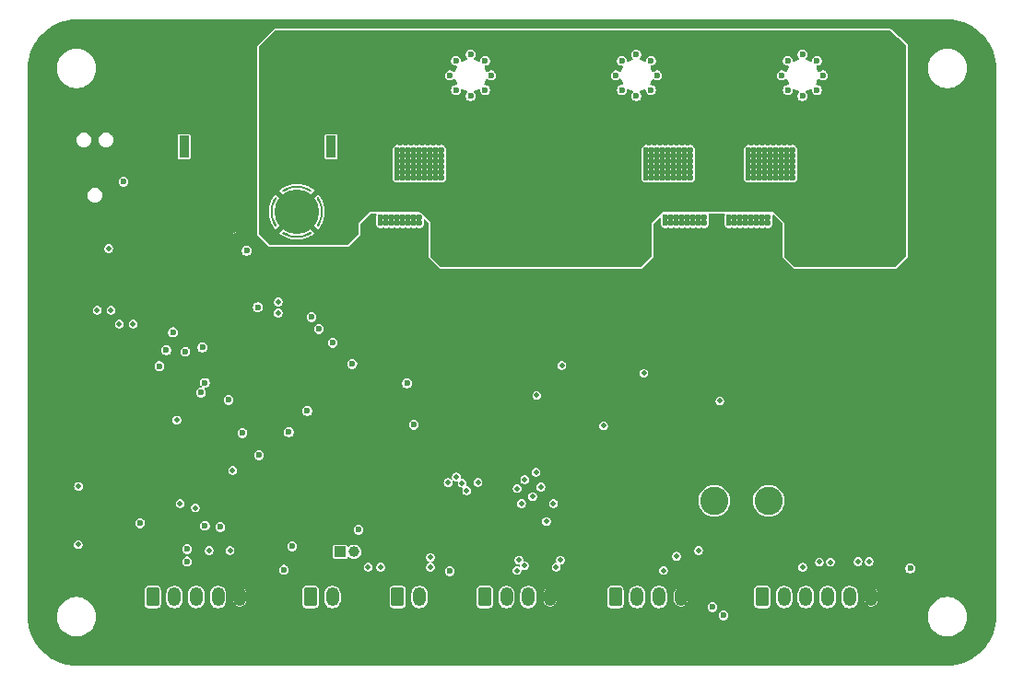
<source format=gbr>
%TF.GenerationSoftware,KiCad,Pcbnew,9.0.2*%
%TF.CreationDate,2025-08-28T15:12:57+09:00*%
%TF.ProjectId,BLDC_Contr,424c4443-5f43-46f6-9e74-722e6b696361,rev?*%
%TF.SameCoordinates,Original*%
%TF.FileFunction,Copper,L2,Inr*%
%TF.FilePolarity,Positive*%
%FSLAX46Y46*%
G04 Gerber Fmt 4.6, Leading zero omitted, Abs format (unit mm)*
G04 Created by KiCad (PCBNEW 9.0.2) date 2025-08-28 15:12:57*
%MOMM*%
%LPD*%
G01*
G04 APERTURE LIST*
G04 Aperture macros list*
%AMRoundRect*
0 Rectangle with rounded corners*
0 $1 Rounding radius*
0 $2 $3 $4 $5 $6 $7 $8 $9 X,Y pos of 4 corners*
0 Add a 4 corners polygon primitive as box body*
4,1,4,$2,$3,$4,$5,$6,$7,$8,$9,$2,$3,0*
0 Add four circle primitives for the rounded corners*
1,1,$1+$1,$2,$3*
1,1,$1+$1,$4,$5*
1,1,$1+$1,$6,$7*
1,1,$1+$1,$8,$9*
0 Add four rect primitives between the rounded corners*
20,1,$1+$1,$2,$3,$4,$5,0*
20,1,$1+$1,$4,$5,$6,$7,0*
20,1,$1+$1,$6,$7,$8,$9,0*
20,1,$1+$1,$8,$9,$2,$3,0*%
G04 Aperture macros list end*
%TA.AperFunction,ComponentPad*%
%ADD10C,2.600000*%
%TD*%
%TA.AperFunction,ComponentPad*%
%ADD11R,1.000000X1.000000*%
%TD*%
%TA.AperFunction,ComponentPad*%
%ADD12C,1.000000*%
%TD*%
%TA.AperFunction,ComponentPad*%
%ADD13R,0.900000X2.000000*%
%TD*%
%TA.AperFunction,ComponentPad*%
%ADD14RoundRect,1.025000X-1.025000X-1.025000X1.025000X-1.025000X1.025000X1.025000X-1.025000X1.025000X0*%
%TD*%
%TA.AperFunction,ComponentPad*%
%ADD15C,4.100000*%
%TD*%
%TA.AperFunction,ComponentPad*%
%ADD16RoundRect,0.250000X-0.350000X-0.625000X0.350000X-0.625000X0.350000X0.625000X-0.350000X0.625000X0*%
%TD*%
%TA.AperFunction,ComponentPad*%
%ADD17O,1.200000X1.750000*%
%TD*%
%TA.AperFunction,ViaPad*%
%ADD18C,0.600000*%
%TD*%
%TA.AperFunction,ViaPad*%
%ADD19C,0.500000*%
%TD*%
G04 APERTURE END LIST*
D10*
%TO.N,/SW*%
%TO.C,L1*%
X149636184Y-69343905D03*
%TO.N,+5V*%
X154636184Y-69343905D03*
%TD*%
D11*
%TO.N,/CAN_L_C*%
%TO.C,J8*%
X115280788Y-74042904D03*
D12*
%TO.N,/CAN_R_J*%
X116550784Y-74042904D03*
%TD*%
D13*
%TO.N,*%
%TO.C,J1*%
X100945184Y-36772904D03*
X114445184Y-36772904D03*
D14*
%TO.N,GND*%
X104095184Y-42772904D03*
D15*
%TO.N,+BATT*%
X111295184Y-42772904D03*
%TD*%
D16*
%TO.N,/CAN_L_C*%
%TO.C,J7*%
X112559183Y-78196904D03*
D17*
%TO.N,/CAN_H_C*%
X114559184Y-78196904D03*
%TD*%
D16*
%TO.N,/CAN_L_C*%
%TO.C,J6*%
X120559183Y-78196904D03*
D17*
%TO.N,/CAN_H_C*%
X122559184Y-78196904D03*
%TD*%
D16*
%TO.N,+3.3V*%
%TO.C,J5*%
X128559183Y-78196904D03*
D17*
%TO.N,I2C_SCL*%
X130559184Y-78196904D03*
%TO.N,I2C_SDA*%
X132559183Y-78196904D03*
%TO.N,GND*%
X134559183Y-78196904D03*
%TD*%
D16*
%TO.N,+5V*%
%TO.C,J10*%
X98059183Y-78196904D03*
D17*
%TO.N,/AMT_A_C*%
X100059184Y-78196904D03*
%TO.N,/AMT_B_C*%
X102059183Y-78196904D03*
%TO.N,unconnected-(J10-Pin_4-Pad4)*%
X104059183Y-78196904D03*
%TO.N,GND*%
X106059183Y-78196904D03*
%TD*%
D16*
%TO.N,+3.3V*%
%TO.C,J4*%
X140559183Y-78196904D03*
D17*
%TO.N,/UART_RX_C*%
X142559184Y-78196904D03*
%TO.N,/UART_TX_C*%
X144559183Y-78196904D03*
%TO.N,GND*%
X146559183Y-78196904D03*
%TD*%
D16*
%TO.N,+3.3V*%
%TO.C,J3*%
X154059184Y-78196904D03*
D17*
%TO.N,/SPI2_NCS_C*%
X156059185Y-78196904D03*
%TO.N,/SPI2_SCK_C*%
X158059184Y-78196904D03*
%TO.N,/SPI2_MISO_C*%
X160059184Y-78196904D03*
%TO.N,/SPI2_MOSI_C*%
X162059184Y-78196904D03*
%TO.N,GND*%
X164059184Y-78196904D03*
%TD*%
D18*
%TO.N,+3.3V*%
X167640183Y-75566904D03*
X95377183Y-40006904D03*
D19*
X91215043Y-73379044D03*
D18*
X125349183Y-75820904D03*
X110564954Y-63046134D03*
X107701106Y-51558983D03*
D19*
X109601183Y-51055904D03*
X131503683Y-75762404D03*
D18*
X102618534Y-55249254D03*
X110109184Y-75693904D03*
D19*
X144970683Y-75757404D03*
X157765183Y-75452901D03*
D18*
X106680685Y-46356904D03*
%TO.N,+3.3VA*%
X121412183Y-58548904D03*
X122040744Y-62346708D03*
%TO.N,+5V*%
X149479183Y-79122904D03*
X101219183Y-73788904D03*
X101209183Y-74931904D03*
X150485184Y-79884904D03*
D19*
X150157184Y-60171904D03*
X143172184Y-57621671D03*
D18*
%TO.N,+BATT*%
X131699183Y-39244904D03*
X138811183Y-40260904D03*
X129667183Y-40260904D03*
X137795183Y-39244904D03*
X164465183Y-37720904D03*
X130683183Y-39244904D03*
X160981754Y-39752904D03*
X160981754Y-38228904D03*
X139319183Y-38736904D03*
X139827183Y-39752904D03*
X164465183Y-39752904D03*
X163304040Y-38228904D03*
X135763183Y-39244904D03*
X132207183Y-37720904D03*
X163884612Y-39244904D03*
X131191183Y-38736904D03*
X163304040Y-40260904D03*
X131699183Y-38736904D03*
X130683183Y-38228904D03*
X138811183Y-38736904D03*
X138303183Y-37720904D03*
X160981754Y-37720904D03*
X137795183Y-38228904D03*
X163304040Y-38736904D03*
X129667183Y-39752904D03*
X160401183Y-39752904D03*
X135763183Y-37720904D03*
X162723469Y-39244904D03*
X128143183Y-37720904D03*
X160981754Y-40260904D03*
X162142897Y-40260904D03*
X138303183Y-38736904D03*
X137795183Y-37720904D03*
X136271183Y-38228904D03*
X129667183Y-37720904D03*
X139827183Y-40260904D03*
X137287183Y-37720904D03*
X136271183Y-39244904D03*
X136779183Y-40260904D03*
D19*
X139474182Y-62457905D03*
D18*
X135763183Y-39752904D03*
X132207183Y-38228904D03*
X162723469Y-38736904D03*
X163304040Y-39752904D03*
X137795183Y-38736904D03*
X129667183Y-38228904D03*
X130683183Y-38736904D03*
X137287183Y-38228904D03*
X163884612Y-40260904D03*
X162142897Y-39752904D03*
X135763183Y-38228904D03*
X128651183Y-39752904D03*
X139827183Y-38228904D03*
X129159183Y-37720904D03*
X128143183Y-38228904D03*
X129159183Y-39244904D03*
X132207183Y-38736904D03*
X128143183Y-39244904D03*
X131699183Y-37720904D03*
X163304040Y-39244904D03*
X131191183Y-39244904D03*
X129159183Y-38736904D03*
X132207183Y-39752904D03*
X131191183Y-38228904D03*
X130683183Y-40260904D03*
X138811183Y-39244904D03*
X135763183Y-38736904D03*
X137287183Y-38736904D03*
X160401183Y-38736904D03*
X128651183Y-38736904D03*
X136271183Y-38736904D03*
X131699183Y-39752904D03*
X138811183Y-38228904D03*
X160401183Y-37720904D03*
X138303183Y-38228904D03*
X136271183Y-40260904D03*
X161562326Y-38228904D03*
X128143183Y-38736904D03*
X162723469Y-40260904D03*
X139827183Y-39244904D03*
X161562326Y-40260904D03*
X138303183Y-39752904D03*
X138811183Y-37720904D03*
X136779183Y-39752904D03*
X139319183Y-37720904D03*
X129159183Y-39752904D03*
X162142897Y-38228904D03*
X128143183Y-40260904D03*
X160981754Y-39244904D03*
X162142897Y-38736904D03*
X162723469Y-39752904D03*
X129159183Y-40260904D03*
X162723469Y-37720904D03*
X138303183Y-39244904D03*
X128143183Y-39752904D03*
X131191183Y-37720904D03*
X129667183Y-38736904D03*
X137795183Y-40260904D03*
X135763183Y-40260904D03*
X136271183Y-39752904D03*
X130175183Y-38736904D03*
X130683183Y-37720904D03*
X130175183Y-39244904D03*
X160401183Y-40260904D03*
X163304040Y-37720904D03*
X160981754Y-38736904D03*
X129159183Y-38228904D03*
D19*
X133333205Y-59660715D03*
D18*
X137287183Y-39244904D03*
X139319183Y-38228904D03*
X163884612Y-38736904D03*
X161562326Y-39244904D03*
X160401183Y-39244904D03*
X131191183Y-39752904D03*
X138303183Y-40260904D03*
X128651183Y-39244904D03*
X131191183Y-40260904D03*
X139319183Y-40260904D03*
X164465183Y-38736904D03*
X136271183Y-37720904D03*
X136779183Y-39244904D03*
X139827183Y-37720904D03*
X128651183Y-37720904D03*
X136779183Y-38228904D03*
X164465183Y-38228904D03*
X132207183Y-40260904D03*
X139827183Y-38736904D03*
X130683183Y-39752904D03*
D19*
X135636183Y-56897904D03*
D18*
X129667183Y-39244904D03*
X130175183Y-40260904D03*
X160401183Y-38228904D03*
X128651183Y-38228904D03*
X130175183Y-39752904D03*
X161562326Y-37720904D03*
X138811183Y-39752904D03*
X137795183Y-39752904D03*
X162142897Y-37720904D03*
X161562326Y-38736904D03*
X161562326Y-39752904D03*
X163884612Y-39752904D03*
X163884612Y-37720904D03*
X136779183Y-38736904D03*
X163884612Y-38228904D03*
X162723469Y-38228904D03*
X137287183Y-39752904D03*
X136779183Y-37720904D03*
X164465183Y-39244904D03*
X131699183Y-38228904D03*
X131699183Y-40260904D03*
X130175183Y-38228904D03*
X128651183Y-40260904D03*
X130175183Y-37720904D03*
X137287183Y-40260904D03*
X162142897Y-39244904D03*
X132207183Y-39244904D03*
X139319183Y-39244904D03*
X164465183Y-40260904D03*
X139319183Y-39752904D03*
%TO.N,NRST*%
X112258184Y-61088904D03*
X102489185Y-59394740D03*
D19*
%TO.N,USER_LED*%
X91239684Y-68020404D03*
D18*
X110871184Y-73534904D03*
D19*
%TO.N,/SPI2_MOSI_C*%
X163873184Y-74931904D03*
X96256183Y-53087904D03*
%TO.N,/SPI2_MISO_C*%
X94986184Y-53087904D03*
X162857184Y-74931904D03*
%TO.N,/SPI2_NCS_C*%
X159301183Y-74986404D03*
X92954184Y-51817905D03*
%TO.N,/SPI2_SCK_C*%
X160309183Y-74994403D03*
X94224183Y-51817904D03*
%TO.N,/UART_TX_C*%
X148209183Y-73915904D03*
X101981183Y-70006505D03*
%TO.N,/UART_RX_C*%
X100579183Y-69602904D03*
X146177183Y-74447407D03*
%TO.N,I2C_SDA*%
X135509183Y-74804904D03*
X135118010Y-75450077D03*
X105400184Y-66549904D03*
X134864184Y-69597904D03*
%TO.N,I2C_SCL*%
X134229184Y-71248904D03*
X132207183Y-75312904D03*
X100265791Y-61913512D03*
X131699183Y-74804904D03*
%TO.N,/CAN_H_C*%
X123571183Y-75449903D03*
X123571183Y-74550904D03*
%TO.N,/CAN_L_C*%
X118999183Y-75439904D03*
X117846184Y-75439904D03*
D18*
%TO.N,/AMT_B_C*%
X104257184Y-71756904D03*
D19*
X105156183Y-73916729D03*
D18*
%TO.N,/AMT_A_C*%
X102860184Y-71629904D03*
D19*
X103251183Y-73915904D03*
D18*
%TO.N,SHA*%
X156845183Y-38101904D03*
X155321183Y-37593904D03*
X152781183Y-37593904D03*
X153797183Y-37085904D03*
X156845183Y-37085904D03*
X156845183Y-38609904D03*
X156337183Y-37085904D03*
X154305183Y-37085904D03*
X153797183Y-38101904D03*
X152781183Y-38609904D03*
X154305183Y-37593904D03*
X153797183Y-39625904D03*
X155829183Y-30227904D03*
X154813183Y-38609904D03*
X157734183Y-32132903D03*
X153797183Y-39117904D03*
X155829183Y-39117904D03*
X159081221Y-31574942D03*
X156387145Y-31574942D03*
X152781183Y-39117904D03*
X156337183Y-39117904D03*
X153289183Y-37593904D03*
X153289183Y-39117904D03*
X153289183Y-38101904D03*
X155321183Y-38101904D03*
X153289183Y-38609904D03*
X156337183Y-39625904D03*
X154813183Y-37085904D03*
X155829183Y-37593904D03*
X156337183Y-38101904D03*
X154305183Y-39625904D03*
X156337183Y-37593904D03*
X155321183Y-39625904D03*
X153289183Y-39625904D03*
X155321183Y-39117904D03*
X156845183Y-39625904D03*
X153797183Y-38609904D03*
X154813183Y-39117904D03*
X154813183Y-39625904D03*
X153289183Y-37085904D03*
X154305183Y-38101904D03*
X155829183Y-39625904D03*
X154813183Y-37593904D03*
X155829183Y-37085904D03*
X154813183Y-38101904D03*
X156387145Y-28880866D03*
X159639183Y-30227904D03*
X155321183Y-37085904D03*
X154305183Y-39117904D03*
X152781183Y-37085904D03*
X156337183Y-38609904D03*
X156845183Y-39117904D03*
X153797183Y-37593904D03*
X152781183Y-39625904D03*
X154305183Y-38609904D03*
X155829183Y-38609904D03*
X159081221Y-28880866D03*
X157734183Y-28322905D03*
X156845183Y-37593904D03*
X152781183Y-38101904D03*
X155321183Y-38609904D03*
X155829183Y-38101904D03*
%TO.N,SHC*%
X124587183Y-37085904D03*
X124587183Y-37593904D03*
X121539183Y-37593904D03*
X122047183Y-39117904D03*
X121539183Y-39117904D03*
X120523183Y-38101904D03*
X120523183Y-39117904D03*
X125907145Y-28880866D03*
X123063183Y-38101904D03*
X122555183Y-37593904D03*
X128601221Y-31574942D03*
X122047183Y-37085904D03*
X125349183Y-30227904D03*
X121539183Y-37085904D03*
X122555183Y-39625904D03*
X127254183Y-28322905D03*
X124587183Y-39117904D03*
X129159183Y-30227904D03*
X124587183Y-39625904D03*
X124079183Y-39117904D03*
X124079183Y-38609904D03*
X124587183Y-38609904D03*
X125907145Y-31574942D03*
X127254183Y-32132903D03*
X121539183Y-38101904D03*
X124079183Y-38101904D03*
X123571183Y-37593904D03*
X122047183Y-37593904D03*
X124587183Y-38101904D03*
X121031183Y-39625904D03*
X123063183Y-37085904D03*
X121031183Y-37593904D03*
X124079183Y-39625904D03*
X121539183Y-39625904D03*
X122555183Y-37085904D03*
X121031183Y-37085904D03*
X123571183Y-39625904D03*
X122047183Y-38609904D03*
X122555183Y-38101904D03*
X120523183Y-38609904D03*
X120523183Y-37593904D03*
X123063183Y-39625904D03*
X122047183Y-39625904D03*
X121031183Y-39117904D03*
X124079183Y-37593904D03*
X121031183Y-38609904D03*
X121031183Y-38101904D03*
X123571183Y-38101904D03*
X123571183Y-37085904D03*
X123063183Y-37593904D03*
X120523183Y-37085904D03*
X123571183Y-39117904D03*
X123063183Y-38609904D03*
X121539183Y-38609904D03*
X122047183Y-38101904D03*
X120523183Y-39625904D03*
X122555183Y-38609904D03*
X122555183Y-39117904D03*
X128601221Y-28880866D03*
X123063183Y-39117904D03*
X124079183Y-37085904D03*
X123571183Y-38609904D03*
%TO.N,SHB*%
X143891183Y-38101904D03*
X144907183Y-37085904D03*
X145415183Y-37085904D03*
X143831222Y-31574942D03*
X145415183Y-39117904D03*
X146939183Y-37085904D03*
X145923183Y-38101904D03*
X143891183Y-38609904D03*
X144399183Y-39117904D03*
X144907183Y-38101904D03*
X144399183Y-37593904D03*
X142484184Y-28322905D03*
X145923183Y-37085904D03*
X145415183Y-39625904D03*
X146431183Y-37085904D03*
X147447183Y-39625904D03*
X145923183Y-38609904D03*
X141137146Y-31574942D03*
X146431183Y-37593904D03*
X143383183Y-39625904D03*
X146939183Y-39117904D03*
X146939183Y-37593904D03*
X143831222Y-28880866D03*
X145923183Y-37593904D03*
X147447183Y-37593904D03*
X143383183Y-39117904D03*
X144399183Y-38101904D03*
X143891183Y-39625904D03*
X145923183Y-39625904D03*
X143891183Y-39117904D03*
X146431183Y-39625904D03*
X144399183Y-39625904D03*
X143891183Y-37593904D03*
X146431183Y-39117904D03*
X146431183Y-38609904D03*
X145415183Y-38101904D03*
X140579184Y-30227904D03*
X147447183Y-38101904D03*
X143383183Y-37593904D03*
X147447183Y-39117904D03*
X145923183Y-39117904D03*
X142484184Y-32132903D03*
X147447183Y-37085904D03*
X145415183Y-37593904D03*
X144907183Y-39117904D03*
X144389184Y-30227904D03*
X146939183Y-39625904D03*
X143383183Y-38101904D03*
X144907183Y-39625904D03*
X144907183Y-38609904D03*
X144399183Y-37085904D03*
X143383183Y-38609904D03*
X143383183Y-37085904D03*
X141137146Y-28880866D03*
X144399183Y-38609904D03*
X145415183Y-38609904D03*
X146431183Y-38101904D03*
X146939183Y-38609904D03*
X143891183Y-37085904D03*
X144907183Y-37593904D03*
X146939183Y-38101904D03*
X147447183Y-38609904D03*
%TO.N,SWO*%
X105029184Y-60072905D03*
X102850182Y-58490104D03*
%TO.N,SPA*%
X151003183Y-43308904D03*
X154051183Y-43816904D03*
X152019183Y-43816904D03*
X154559183Y-43816904D03*
X154559183Y-43308904D03*
X154051183Y-43308904D03*
X152527183Y-43308904D03*
X153035183Y-43308904D03*
X151003183Y-43816904D03*
X153543183Y-43816904D03*
X151511183Y-43816904D03*
X153035183Y-43816904D03*
X153543183Y-43308904D03*
X152527183Y-43816904D03*
X152019183Y-43308904D03*
X151511183Y-43308904D03*
%TO.N,SPB*%
X146685183Y-43816904D03*
X148209183Y-43816904D03*
X145161183Y-43308904D03*
X146177183Y-43816904D03*
X145669183Y-43308904D03*
X147193183Y-43816904D03*
X148717183Y-43308904D03*
X147701183Y-43308904D03*
X147193183Y-43308904D03*
X145161183Y-43816904D03*
X148209183Y-43308904D03*
X147701183Y-43816904D03*
X146177183Y-43308904D03*
X146685183Y-43308904D03*
X145669183Y-43816904D03*
X148717183Y-43816904D03*
%TO.N,SPC*%
X118999183Y-43308904D03*
X122555183Y-43816904D03*
X121031183Y-43308904D03*
X122047183Y-43816904D03*
X120523183Y-43308904D03*
X121539183Y-43308904D03*
X118999183Y-43816904D03*
X121031183Y-43816904D03*
X122047183Y-43308904D03*
X119507183Y-43816904D03*
X121539183Y-43816904D03*
X120523183Y-43816904D03*
X119507183Y-43308904D03*
X120015183Y-43308904D03*
X122555183Y-43308904D03*
X120015183Y-43816904D03*
D19*
%TO.N,VIN_DIVIDER*%
X109591184Y-52071904D03*
X94023183Y-46138905D03*
D18*
%TO.N,NFAULT_PRE*%
X116967184Y-72010904D03*
X96891184Y-71403905D03*
%TO.N,SP1_SCK*%
X114595821Y-54814267D03*
D19*
X126478633Y-67721963D03*
D18*
%TO.N,SP1_MISO*%
X113325820Y-53544267D03*
D19*
X125185060Y-67679857D03*
D18*
%TO.N,SP1_MOSI*%
X112639184Y-52452904D03*
D19*
X125947321Y-67158042D03*
%TO.N,SP1_NCS*%
X126892060Y-68408189D03*
D18*
X116386184Y-56770904D03*
D19*
%TO.N,INHB*%
X132959183Y-68962904D03*
D18*
X99304184Y-55500904D03*
%TO.N,CAN_RX*%
X107823183Y-65144140D03*
X106299183Y-63120904D03*
D19*
%TO.N,MOTOR_HiZ*%
X127930249Y-67647439D03*
D18*
X101055749Y-55654339D03*
D19*
X131547145Y-68215943D03*
X132227806Y-67408282D03*
X133266325Y-66730045D03*
D18*
%TO.N,INHA*%
X99912749Y-53849904D03*
D19*
X131943184Y-69597904D03*
%TO.N,INHC*%
X133721184Y-68073904D03*
D18*
X98669183Y-56956704D03*
%TO.N,GND*%
X171046183Y-82403001D03*
X121158183Y-50776504D03*
X144399183Y-56262904D03*
X101219183Y-80392904D03*
D19*
X158750183Y-73592904D03*
X162449182Y-73592904D03*
X131955504Y-68784488D03*
X111125183Y-46356904D03*
D18*
X108839183Y-82932904D03*
X162179183Y-67692904D03*
X169799183Y-39752904D03*
X167259183Y-60072904D03*
X148336183Y-65787904D03*
X96139183Y-80392904D03*
X136347384Y-51386104D03*
D19*
X98288184Y-55881904D03*
D18*
X169799183Y-44832904D03*
X145542184Y-50801905D03*
D19*
X117729183Y-58802904D03*
D18*
X154559183Y-82932904D03*
X167259183Y-57532904D03*
X120513184Y-50141504D03*
D19*
X116459183Y-79757904D03*
D18*
X126619183Y-80392904D03*
X119253184Y-50776504D03*
X141859183Y-72772904D03*
X136779183Y-56262904D03*
X111379183Y-80392904D03*
X159639183Y-72772904D03*
X162179183Y-72772904D03*
X139319183Y-82932904D03*
X129283161Y-61970928D03*
X106299183Y-82932904D03*
X164719183Y-70232904D03*
X92765433Y-31299153D03*
D19*
X118999183Y-79757904D03*
X116459183Y-52198904D03*
X134493183Y-74804904D03*
D18*
X169352935Y-27886655D03*
X128521161Y-64256928D03*
X172339183Y-42292904D03*
X146177184Y-50166904D03*
D19*
X132904604Y-68001484D03*
X103505183Y-70994904D03*
X163195183Y-73592904D03*
X124333183Y-75058904D03*
D18*
X136779183Y-82932904D03*
X141859183Y-82932904D03*
D19*
X92710183Y-42800904D03*
D18*
X168646184Y-29592904D03*
X144399183Y-80392904D03*
X172339183Y-34672904D03*
D19*
X114427183Y-63755904D03*
D18*
X116459183Y-82932904D03*
X139319183Y-70232904D03*
X162179183Y-82932904D03*
X130800184Y-51309904D03*
X144907183Y-62485904D03*
X169799183Y-60072904D03*
X127759161Y-63494928D03*
X144907183Y-66295904D03*
X108077183Y-59056904D03*
X146939183Y-72772904D03*
X131699183Y-82932904D03*
D19*
X132969183Y-74804904D03*
D18*
X109601183Y-59056904D03*
X131445184Y-51309904D03*
X121793184Y-50141504D03*
X169799183Y-52452904D03*
X144399183Y-70232904D03*
X172339183Y-72772904D03*
X139319183Y-56262904D03*
X92743239Y-78302944D03*
X167259183Y-49912904D03*
X172765433Y-31299153D03*
X108839183Y-80392904D03*
X136779183Y-57532904D03*
D19*
X100965183Y-32132904D03*
X101209184Y-56516904D03*
D18*
X151876784Y-50751104D03*
D19*
X117729183Y-73534904D03*
X116491184Y-78106904D03*
D18*
X103759183Y-82932904D03*
D19*
X107823184Y-64136904D03*
D18*
X107315183Y-58294904D03*
X143383183Y-59691904D03*
X141859183Y-80392904D03*
X91046183Y-82403001D03*
D19*
X117729183Y-49912904D03*
D18*
X153781784Y-50751105D03*
X103759183Y-80392904D03*
X111379183Y-82932904D03*
X167894183Y-44832904D03*
X111125183Y-57532904D03*
D19*
X117729183Y-56262904D03*
D18*
X148082183Y-50801905D03*
X91046183Y-77600000D03*
X124079183Y-82932904D03*
X164719183Y-54992904D03*
X147447184Y-50801904D03*
X157099183Y-80392904D03*
D19*
X93589183Y-52452904D03*
D18*
X168633183Y-80000000D03*
X173459183Y-80000000D03*
X157099183Y-72772904D03*
X146177184Y-50801905D03*
X171046183Y-77600000D03*
X142062383Y-51386104D03*
X146939183Y-80392904D03*
X164719183Y-82932904D03*
X153146783Y-50116104D03*
X127000184Y-51309904D03*
X167259183Y-72772904D03*
X106299183Y-80392904D03*
X130807161Y-65018928D03*
X106553183Y-57532904D03*
X129159183Y-82932904D03*
X164719183Y-57532904D03*
X110363182Y-56770904D03*
X145542184Y-50166904D03*
X118999183Y-82932904D03*
X169799183Y-42292904D03*
X113919183Y-82932904D03*
X89339934Y-78293751D03*
X89347005Y-81699178D03*
X167894183Y-34672904D03*
X131699183Y-80392904D03*
X149479183Y-82932904D03*
D19*
X125824764Y-67987164D03*
D18*
X108839183Y-56770905D03*
X129283161Y-65018928D03*
X167259183Y-52452904D03*
X98679183Y-82932904D03*
X88646184Y-29592904D03*
X126619183Y-82932904D03*
D19*
X98171183Y-44959904D03*
D18*
X172339183Y-49912904D03*
X142697384Y-51386104D03*
X169339934Y-78293751D03*
X172339183Y-39752904D03*
X136982384Y-51386104D03*
D19*
X98171183Y-29592904D03*
D18*
X162179183Y-80392904D03*
X167894183Y-47372904D03*
X124079183Y-80392904D03*
X109601183Y-56008904D03*
D19*
X134610184Y-70613904D03*
X118491183Y-78106904D03*
D18*
X147447183Y-50166904D03*
X172339183Y-57532904D03*
X169799183Y-57532904D03*
X151241784Y-50751105D03*
X153781784Y-50116104D03*
X152501784Y-50751104D03*
X119253183Y-50141504D03*
X164719183Y-80392904D03*
X135712383Y-51386104D03*
D19*
X117221183Y-46356904D03*
D18*
X152501783Y-50116104D03*
X173472184Y-29592904D03*
X153146784Y-50751104D03*
X169360006Y-31292082D03*
X127625184Y-51309904D03*
X108077183Y-57532904D03*
X157099183Y-82932904D03*
X136779183Y-80392904D03*
D19*
X121539183Y-74804904D03*
D18*
X134239183Y-82932904D03*
X139319183Y-80392904D03*
X119888184Y-50776505D03*
D19*
X113919183Y-52198904D03*
D18*
X169799183Y-34672904D03*
X89352935Y-27886655D03*
X169799183Y-47372904D03*
D19*
X159512183Y-73592904D03*
D18*
X171059184Y-31995905D03*
X167894183Y-42292904D03*
X130807161Y-61970928D03*
D19*
X116459183Y-53849904D03*
D18*
X159639183Y-80392904D03*
X137617384Y-51386104D03*
X172743239Y-78302944D03*
X120513184Y-50776505D03*
X126365183Y-51309904D03*
X121158184Y-50141504D03*
X159639183Y-54992904D03*
X93459183Y-80000000D03*
X152019183Y-82932904D03*
X130045161Y-62732929D03*
X93472184Y-29592904D03*
X152019183Y-80392904D03*
X128270184Y-51309904D03*
X144907183Y-64390904D03*
D19*
X101981184Y-58821104D03*
D18*
X101219183Y-82932904D03*
X92756240Y-27895848D03*
X171059184Y-27192904D03*
X89360006Y-31292082D03*
X172339183Y-62612904D03*
X164719183Y-67692904D03*
X164719183Y-72772904D03*
X167894183Y-39752904D03*
D19*
X98171183Y-43816904D03*
D18*
X141859183Y-56262904D03*
X139522384Y-51386104D03*
X113919183Y-80392904D03*
X134239183Y-80392904D03*
X167259183Y-54992904D03*
D19*
X127634651Y-68331055D03*
D18*
X146939183Y-70232904D03*
X151241784Y-50116104D03*
X172752432Y-81706249D03*
X162179183Y-70232904D03*
X167259183Y-70232904D03*
X159639183Y-82932904D03*
X159639183Y-57532904D03*
X151876784Y-50116104D03*
X107315183Y-56770904D03*
X130807160Y-63494928D03*
D19*
X114046183Y-46356904D03*
D18*
X121793184Y-50776504D03*
X172339183Y-52452904D03*
D19*
X98171183Y-40006904D03*
D18*
X131569160Y-62732928D03*
D19*
X115189183Y-58802904D03*
D18*
X132331161Y-63494928D03*
X125095184Y-51309904D03*
X126619183Y-75312904D03*
D19*
X98171183Y-34799904D03*
D18*
X131569160Y-64256928D03*
X138242383Y-51386104D03*
X88633183Y-80000000D03*
X169799183Y-49912904D03*
X157099183Y-54992904D03*
X172756240Y-27895848D03*
D19*
X102108183Y-47626904D03*
D18*
X141417383Y-51386104D03*
X129283161Y-63494928D03*
X128905184Y-51309904D03*
X128521161Y-62732928D03*
X140157384Y-51386104D03*
X96139183Y-82932904D03*
X172339183Y-47372904D03*
X130175184Y-51309904D03*
X172339183Y-67692904D03*
X144399183Y-82932904D03*
X146802184Y-50801904D03*
X172339183Y-37212904D03*
X126619183Y-77852904D03*
X162179183Y-57532904D03*
X132080184Y-51309904D03*
D19*
X106299183Y-64136904D03*
D18*
X140792384Y-51386104D03*
X148082183Y-50166904D03*
D19*
X133848183Y-67184904D03*
X115697183Y-46356904D03*
D18*
X172339183Y-44832904D03*
D19*
X115189183Y-56262904D03*
D18*
X167259183Y-67692904D03*
X157099183Y-57532904D03*
D19*
X95621184Y-53722904D03*
D18*
X162179183Y-54992904D03*
X143764183Y-64390904D03*
X169799183Y-62612904D03*
X119888184Y-50141504D03*
X138887383Y-51386104D03*
X146802184Y-50166904D03*
X169799183Y-37212904D03*
X172339183Y-65152904D03*
X129540183Y-51309904D03*
D19*
X95631183Y-42292904D03*
D18*
X91059184Y-31995905D03*
X124079183Y-77852904D03*
X110363182Y-58294904D03*
X125730183Y-51309904D03*
X172339183Y-54992904D03*
X108077183Y-56008904D03*
D19*
X98171183Y-32132904D03*
X121539183Y-75820904D03*
X118110183Y-62358904D03*
D18*
X169799183Y-54992904D03*
X92752432Y-81706249D03*
X109601182Y-57532904D03*
X129159183Y-80392904D03*
D19*
X95631183Y-44959904D03*
D18*
X141859183Y-70232904D03*
D19*
X100965183Y-29592904D03*
X118364183Y-75947904D03*
D18*
X146939183Y-82932904D03*
X121539183Y-82932904D03*
X172339183Y-70232904D03*
X144399183Y-72772904D03*
D19*
X96901183Y-44959904D03*
D18*
X130045161Y-64256928D03*
D19*
X98923184Y-53849904D03*
D18*
X91059184Y-27192904D03*
X167894183Y-37212904D03*
X169347005Y-81699178D03*
X108839183Y-58294904D03*
X139319183Y-72772904D03*
X154559183Y-80392904D03*
X172339183Y-60072904D03*
%TD*%
%TA.AperFunction,Conductor*%
%TO.N,+BATT*%
G36*
X165753988Y-26082685D02*
G01*
X165770739Y-26095593D01*
X167218974Y-27423141D01*
X167255090Y-27482951D01*
X167259183Y-27514547D01*
X167259183Y-46813542D01*
X167239498Y-46880581D01*
X167222864Y-46901223D01*
X166279502Y-47844585D01*
X166218179Y-47878070D01*
X166191821Y-47880904D01*
X157108946Y-47880904D01*
X157041907Y-47861219D01*
X157019382Y-47842661D01*
X156117619Y-46900868D01*
X156085473Y-46838833D01*
X156083183Y-46815111D01*
X156083183Y-43816904D01*
X155067183Y-42800904D01*
X144907183Y-42800904D01*
X144907182Y-42800904D01*
X143891183Y-43816903D01*
X143891183Y-46813542D01*
X143871498Y-46880581D01*
X143854864Y-46901223D01*
X142911502Y-47844585D01*
X142850179Y-47878070D01*
X142823821Y-47880904D01*
X124596946Y-47880904D01*
X124529907Y-47861219D01*
X124507382Y-47842661D01*
X123605619Y-46900868D01*
X123573473Y-46838833D01*
X123571183Y-46815111D01*
X123571183Y-43716000D01*
X123021077Y-43220528D01*
X122984439Y-43161037D01*
X122977219Y-43134091D01*
X122917593Y-43030817D01*
X122833270Y-42946494D01*
X122729996Y-42886868D01*
X122666803Y-42869935D01*
X122645778Y-42864302D01*
X122594887Y-42836665D01*
X122555183Y-42800904D01*
X122555182Y-42800904D01*
X117983182Y-42800904D01*
X116967183Y-43816903D01*
X116967183Y-44781542D01*
X116947498Y-44848581D01*
X116930864Y-44869223D01*
X115987502Y-45812585D01*
X115926179Y-45846070D01*
X115899821Y-45848904D01*
X108889040Y-45848904D01*
X108822001Y-45829219D01*
X108803202Y-45814390D01*
X108290825Y-45322903D01*
X107818293Y-44869636D01*
X107802339Y-44841810D01*
X107785068Y-44814788D01*
X107784487Y-44810675D01*
X107783540Y-44809024D01*
X107780132Y-44779846D01*
X107785508Y-42629694D01*
X108745184Y-42629694D01*
X108745184Y-42916113D01*
X108777250Y-43200705D01*
X108777252Y-43200721D01*
X108840983Y-43479946D01*
X108840987Y-43479958D01*
X108935580Y-43750287D01*
X109059846Y-44008328D01*
X109212226Y-44250839D01*
X109323792Y-44390740D01*
X110179912Y-43534620D01*
X110265462Y-43652370D01*
X110415718Y-43802626D01*
X110533466Y-43888174D01*
X109677346Y-44744294D01*
X109817248Y-44855861D01*
X110059759Y-45008241D01*
X110317800Y-45132507D01*
X110588129Y-45227100D01*
X110588141Y-45227104D01*
X110867366Y-45290835D01*
X110867382Y-45290837D01*
X111151974Y-45322903D01*
X111151976Y-45322904D01*
X111438392Y-45322904D01*
X111438393Y-45322903D01*
X111722985Y-45290837D01*
X111723001Y-45290835D01*
X112002226Y-45227104D01*
X112002238Y-45227100D01*
X112272567Y-45132507D01*
X112530608Y-45008241D01*
X112773119Y-44855862D01*
X112913020Y-44744293D01*
X112056901Y-43888175D01*
X112174650Y-43802626D01*
X112324906Y-43652370D01*
X112410454Y-43534621D01*
X113266573Y-44390740D01*
X113378142Y-44250839D01*
X113530521Y-44008328D01*
X113654787Y-43750287D01*
X113749380Y-43479958D01*
X113749384Y-43479946D01*
X113813115Y-43200721D01*
X113813117Y-43200705D01*
X113845183Y-42916113D01*
X113845184Y-42916111D01*
X113845184Y-42629696D01*
X113845183Y-42629694D01*
X113813117Y-42345102D01*
X113813115Y-42345086D01*
X113749384Y-42065861D01*
X113749380Y-42065849D01*
X113654787Y-41795520D01*
X113530521Y-41537479D01*
X113378141Y-41294968D01*
X113266574Y-41155066D01*
X112410454Y-42011185D01*
X112324906Y-41893438D01*
X112174650Y-41743182D01*
X112056900Y-41657632D01*
X112913020Y-40801512D01*
X112773119Y-40689946D01*
X112530608Y-40537566D01*
X112272567Y-40413300D01*
X112002238Y-40318707D01*
X112002226Y-40318703D01*
X111723001Y-40254972D01*
X111722985Y-40254970D01*
X111438393Y-40222904D01*
X111151974Y-40222904D01*
X110867382Y-40254970D01*
X110867366Y-40254972D01*
X110588141Y-40318703D01*
X110588129Y-40318707D01*
X110317800Y-40413300D01*
X110059759Y-40537566D01*
X109817254Y-40689942D01*
X109677347Y-40801513D01*
X110533466Y-41657632D01*
X110415718Y-41743182D01*
X110265462Y-41893438D01*
X110179912Y-42011186D01*
X109323793Y-41155067D01*
X109212222Y-41294974D01*
X109059846Y-41537479D01*
X108935580Y-41795520D01*
X108840987Y-42065849D01*
X108840983Y-42065861D01*
X108777252Y-42345086D01*
X108777250Y-42345102D01*
X108745184Y-42629694D01*
X107785508Y-42629694D01*
X107802689Y-35757844D01*
X113842284Y-35757844D01*
X113842284Y-37787958D01*
X113851156Y-37832562D01*
X113851157Y-37832565D01*
X113884949Y-37883137D01*
X113884950Y-37883138D01*
X113935526Y-37916932D01*
X113935527Y-37916932D01*
X113935529Y-37916933D01*
X113957826Y-37921368D01*
X113980127Y-37925804D01*
X114910240Y-37925803D01*
X114954842Y-37916932D01*
X115005418Y-37883138D01*
X115039212Y-37832562D01*
X115048084Y-37787961D01*
X115048083Y-37026279D01*
X120070283Y-37026279D01*
X120070283Y-37145528D01*
X120101147Y-37260719D01*
X120111070Y-37277905D01*
X120127541Y-37345805D01*
X120111070Y-37401903D01*
X120101147Y-37419088D01*
X120070283Y-37534279D01*
X120070283Y-37653528D01*
X120101147Y-37768719D01*
X120111070Y-37785905D01*
X120127541Y-37853805D01*
X120111070Y-37909903D01*
X120101147Y-37927088D01*
X120070283Y-38042279D01*
X120070283Y-38161528D01*
X120101147Y-38276719D01*
X120111070Y-38293905D01*
X120127541Y-38361805D01*
X120111070Y-38417903D01*
X120101147Y-38435088D01*
X120070283Y-38550279D01*
X120070283Y-38669528D01*
X120101147Y-38784719D01*
X120111070Y-38801905D01*
X120127541Y-38869805D01*
X120111070Y-38925903D01*
X120101147Y-38943088D01*
X120070283Y-39058279D01*
X120070283Y-39177528D01*
X120101147Y-39292719D01*
X120111070Y-39309905D01*
X120127541Y-39377805D01*
X120111070Y-39433903D01*
X120101147Y-39451088D01*
X120070283Y-39566279D01*
X120070283Y-39685528D01*
X120101147Y-39800718D01*
X120130960Y-39852354D01*
X120160773Y-39903991D01*
X120245096Y-39988314D01*
X120348370Y-40047940D01*
X120463558Y-40078804D01*
X120463560Y-40078804D01*
X120582806Y-40078804D01*
X120582808Y-40078804D01*
X120697996Y-40047940D01*
X120715183Y-40038016D01*
X120783081Y-40021543D01*
X120839181Y-40038016D01*
X120856370Y-40047940D01*
X120971558Y-40078804D01*
X120971560Y-40078804D01*
X121090806Y-40078804D01*
X121090808Y-40078804D01*
X121205996Y-40047940D01*
X121223183Y-40038016D01*
X121291081Y-40021543D01*
X121347181Y-40038016D01*
X121364370Y-40047940D01*
X121479558Y-40078804D01*
X121479560Y-40078804D01*
X121598806Y-40078804D01*
X121598808Y-40078804D01*
X121713996Y-40047940D01*
X121731183Y-40038016D01*
X121799081Y-40021543D01*
X121855181Y-40038016D01*
X121872370Y-40047940D01*
X121987558Y-40078804D01*
X121987560Y-40078804D01*
X122106806Y-40078804D01*
X122106808Y-40078804D01*
X122221996Y-40047940D01*
X122239183Y-40038016D01*
X122307081Y-40021543D01*
X122363181Y-40038016D01*
X122380370Y-40047940D01*
X122495558Y-40078804D01*
X122495560Y-40078804D01*
X122614806Y-40078804D01*
X122614808Y-40078804D01*
X122729996Y-40047940D01*
X122747183Y-40038016D01*
X122815081Y-40021543D01*
X122871181Y-40038016D01*
X122888370Y-40047940D01*
X123003558Y-40078804D01*
X123003560Y-40078804D01*
X123122806Y-40078804D01*
X123122808Y-40078804D01*
X123237996Y-40047940D01*
X123255183Y-40038016D01*
X123323081Y-40021543D01*
X123379181Y-40038016D01*
X123396370Y-40047940D01*
X123511558Y-40078804D01*
X123511560Y-40078804D01*
X123630806Y-40078804D01*
X123630808Y-40078804D01*
X123745996Y-40047940D01*
X123763183Y-40038016D01*
X123831081Y-40021543D01*
X123887181Y-40038016D01*
X123904370Y-40047940D01*
X124019558Y-40078804D01*
X124019560Y-40078804D01*
X124138806Y-40078804D01*
X124138808Y-40078804D01*
X124253996Y-40047940D01*
X124271183Y-40038016D01*
X124339081Y-40021543D01*
X124395181Y-40038016D01*
X124412370Y-40047940D01*
X124527558Y-40078804D01*
X124527560Y-40078804D01*
X124646806Y-40078804D01*
X124646808Y-40078804D01*
X124761996Y-40047940D01*
X124865270Y-39988314D01*
X124949593Y-39903991D01*
X125009219Y-39800717D01*
X125040083Y-39685529D01*
X125040083Y-39566279D01*
X125009219Y-39451091D01*
X124999295Y-39433903D01*
X124982822Y-39366006D01*
X124999295Y-39309905D01*
X125009219Y-39292717D01*
X125040083Y-39177529D01*
X125040083Y-39058279D01*
X125009219Y-38943091D01*
X124999295Y-38925903D01*
X124982822Y-38858006D01*
X124999295Y-38801905D01*
X125009219Y-38784717D01*
X125040083Y-38669529D01*
X125040083Y-38550279D01*
X125009219Y-38435091D01*
X124999295Y-38417903D01*
X124982822Y-38350006D01*
X124999295Y-38293905D01*
X125009219Y-38276717D01*
X125040083Y-38161529D01*
X125040083Y-38042279D01*
X125009219Y-37927091D01*
X124999295Y-37909903D01*
X124982822Y-37842006D01*
X124999295Y-37785905D01*
X125009219Y-37768717D01*
X125040083Y-37653529D01*
X125040083Y-37534279D01*
X125009219Y-37419091D01*
X124999295Y-37401903D01*
X124982822Y-37334006D01*
X124999295Y-37277905D01*
X125009219Y-37260717D01*
X125040083Y-37145529D01*
X125040083Y-37026279D01*
X142930283Y-37026279D01*
X142930283Y-37145528D01*
X142961147Y-37260719D01*
X142971070Y-37277905D01*
X142987541Y-37345805D01*
X142971070Y-37401903D01*
X142961147Y-37419088D01*
X142930283Y-37534279D01*
X142930283Y-37653528D01*
X142961147Y-37768719D01*
X142971070Y-37785905D01*
X142987541Y-37853805D01*
X142971070Y-37909903D01*
X142961147Y-37927088D01*
X142930283Y-38042279D01*
X142930283Y-38161528D01*
X142961147Y-38276719D01*
X142971070Y-38293905D01*
X142987541Y-38361805D01*
X142971070Y-38417903D01*
X142961147Y-38435088D01*
X142930283Y-38550279D01*
X142930283Y-38669528D01*
X142961147Y-38784719D01*
X142971070Y-38801905D01*
X142987541Y-38869805D01*
X142971070Y-38925903D01*
X142961147Y-38943088D01*
X142930283Y-39058279D01*
X142930283Y-39177528D01*
X142961147Y-39292719D01*
X142971070Y-39309905D01*
X142987541Y-39377805D01*
X142971070Y-39433903D01*
X142961147Y-39451088D01*
X142930283Y-39566279D01*
X142930283Y-39685528D01*
X142961147Y-39800718D01*
X142990960Y-39852354D01*
X143020773Y-39903991D01*
X143105096Y-39988314D01*
X143208370Y-40047940D01*
X143323558Y-40078804D01*
X143323560Y-40078804D01*
X143442806Y-40078804D01*
X143442808Y-40078804D01*
X143557996Y-40047940D01*
X143575183Y-40038016D01*
X143643081Y-40021543D01*
X143699181Y-40038016D01*
X143716370Y-40047940D01*
X143831558Y-40078804D01*
X143831560Y-40078804D01*
X143950806Y-40078804D01*
X143950808Y-40078804D01*
X144065996Y-40047940D01*
X144083183Y-40038016D01*
X144151081Y-40021543D01*
X144207181Y-40038016D01*
X144224370Y-40047940D01*
X144339558Y-40078804D01*
X144339560Y-40078804D01*
X144458806Y-40078804D01*
X144458808Y-40078804D01*
X144573996Y-40047940D01*
X144591183Y-40038016D01*
X144659081Y-40021543D01*
X144715181Y-40038016D01*
X144732370Y-40047940D01*
X144847558Y-40078804D01*
X144847560Y-40078804D01*
X144966806Y-40078804D01*
X144966808Y-40078804D01*
X145081996Y-40047940D01*
X145099183Y-40038016D01*
X145167081Y-40021543D01*
X145223181Y-40038016D01*
X145240370Y-40047940D01*
X145355558Y-40078804D01*
X145355560Y-40078804D01*
X145474806Y-40078804D01*
X145474808Y-40078804D01*
X145589996Y-40047940D01*
X145607183Y-40038016D01*
X145675081Y-40021543D01*
X145731181Y-40038016D01*
X145748370Y-40047940D01*
X145863558Y-40078804D01*
X145863560Y-40078804D01*
X145982806Y-40078804D01*
X145982808Y-40078804D01*
X146097996Y-40047940D01*
X146115183Y-40038016D01*
X146183081Y-40021543D01*
X146239181Y-40038016D01*
X146256370Y-40047940D01*
X146371558Y-40078804D01*
X146371560Y-40078804D01*
X146490806Y-40078804D01*
X146490808Y-40078804D01*
X146605996Y-40047940D01*
X146623183Y-40038016D01*
X146691081Y-40021543D01*
X146747181Y-40038016D01*
X146764370Y-40047940D01*
X146879558Y-40078804D01*
X146879560Y-40078804D01*
X146998806Y-40078804D01*
X146998808Y-40078804D01*
X147113996Y-40047940D01*
X147131183Y-40038016D01*
X147199081Y-40021543D01*
X147255181Y-40038016D01*
X147272370Y-40047940D01*
X147387558Y-40078804D01*
X147387560Y-40078804D01*
X147506806Y-40078804D01*
X147506808Y-40078804D01*
X147621996Y-40047940D01*
X147725270Y-39988314D01*
X147809593Y-39903991D01*
X147869219Y-39800717D01*
X147900083Y-39685529D01*
X147900083Y-39566279D01*
X147869219Y-39451091D01*
X147859295Y-39433903D01*
X147842822Y-39366006D01*
X147859295Y-39309905D01*
X147869219Y-39292717D01*
X147900083Y-39177529D01*
X147900083Y-39058279D01*
X147869219Y-38943091D01*
X147859295Y-38925903D01*
X147842822Y-38858006D01*
X147859295Y-38801905D01*
X147869219Y-38784717D01*
X147900083Y-38669529D01*
X147900083Y-38550279D01*
X147869219Y-38435091D01*
X147859295Y-38417903D01*
X147842822Y-38350006D01*
X147859295Y-38293905D01*
X147869219Y-38276717D01*
X147900083Y-38161529D01*
X147900083Y-38042279D01*
X147869219Y-37927091D01*
X147859295Y-37909903D01*
X147842822Y-37842006D01*
X147859295Y-37785905D01*
X147869219Y-37768717D01*
X147900083Y-37653529D01*
X147900083Y-37534279D01*
X147869219Y-37419091D01*
X147859295Y-37401903D01*
X147842822Y-37334006D01*
X147859295Y-37277905D01*
X147869219Y-37260717D01*
X147900083Y-37145529D01*
X147900083Y-37026279D01*
X152328283Y-37026279D01*
X152328283Y-37145528D01*
X152359147Y-37260719D01*
X152369070Y-37277905D01*
X152385541Y-37345805D01*
X152369070Y-37401903D01*
X152359147Y-37419088D01*
X152328283Y-37534279D01*
X152328283Y-37653528D01*
X152359147Y-37768719D01*
X152369070Y-37785905D01*
X152385541Y-37853805D01*
X152369070Y-37909903D01*
X152359147Y-37927088D01*
X152328283Y-38042279D01*
X152328283Y-38161528D01*
X152359147Y-38276719D01*
X152369070Y-38293905D01*
X152385541Y-38361805D01*
X152369070Y-38417903D01*
X152359147Y-38435088D01*
X152328283Y-38550279D01*
X152328283Y-38669528D01*
X152359147Y-38784719D01*
X152369070Y-38801905D01*
X152385541Y-38869805D01*
X152369070Y-38925903D01*
X152359147Y-38943088D01*
X152328283Y-39058279D01*
X152328283Y-39177528D01*
X152359147Y-39292719D01*
X152369070Y-39309905D01*
X152385541Y-39377805D01*
X152369070Y-39433903D01*
X152359147Y-39451088D01*
X152328283Y-39566279D01*
X152328283Y-39685528D01*
X152359147Y-39800718D01*
X152388960Y-39852354D01*
X152418773Y-39903991D01*
X152503096Y-39988314D01*
X152606370Y-40047940D01*
X152721558Y-40078804D01*
X152721560Y-40078804D01*
X152840806Y-40078804D01*
X152840808Y-40078804D01*
X152955996Y-40047940D01*
X152973183Y-40038016D01*
X153041081Y-40021543D01*
X153097181Y-40038016D01*
X153114370Y-40047940D01*
X153229558Y-40078804D01*
X153229560Y-40078804D01*
X153348806Y-40078804D01*
X153348808Y-40078804D01*
X153463996Y-40047940D01*
X153481183Y-40038016D01*
X153549081Y-40021543D01*
X153605181Y-40038016D01*
X153622370Y-40047940D01*
X153737558Y-40078804D01*
X153737560Y-40078804D01*
X153856806Y-40078804D01*
X153856808Y-40078804D01*
X153971996Y-40047940D01*
X153989183Y-40038016D01*
X154057081Y-40021543D01*
X154113181Y-40038016D01*
X154130370Y-40047940D01*
X154245558Y-40078804D01*
X154245560Y-40078804D01*
X154364806Y-40078804D01*
X154364808Y-40078804D01*
X154479996Y-40047940D01*
X154497183Y-40038016D01*
X154565081Y-40021543D01*
X154621181Y-40038016D01*
X154638370Y-40047940D01*
X154753558Y-40078804D01*
X154753560Y-40078804D01*
X154872806Y-40078804D01*
X154872808Y-40078804D01*
X154987996Y-40047940D01*
X155005183Y-40038016D01*
X155073081Y-40021543D01*
X155129181Y-40038016D01*
X155146370Y-40047940D01*
X155261558Y-40078804D01*
X155261560Y-40078804D01*
X155380806Y-40078804D01*
X155380808Y-40078804D01*
X155495996Y-40047940D01*
X155513183Y-40038016D01*
X155581081Y-40021543D01*
X155637181Y-40038016D01*
X155654370Y-40047940D01*
X155769558Y-40078804D01*
X155769560Y-40078804D01*
X155888806Y-40078804D01*
X155888808Y-40078804D01*
X156003996Y-40047940D01*
X156021183Y-40038016D01*
X156089081Y-40021543D01*
X156145181Y-40038016D01*
X156162370Y-40047940D01*
X156277558Y-40078804D01*
X156277560Y-40078804D01*
X156396806Y-40078804D01*
X156396808Y-40078804D01*
X156511996Y-40047940D01*
X156529183Y-40038016D01*
X156597081Y-40021543D01*
X156653181Y-40038016D01*
X156670370Y-40047940D01*
X156785558Y-40078804D01*
X156785560Y-40078804D01*
X156904806Y-40078804D01*
X156904808Y-40078804D01*
X157019996Y-40047940D01*
X157123270Y-39988314D01*
X157207593Y-39903991D01*
X157267219Y-39800717D01*
X157298083Y-39685529D01*
X157298083Y-39566279D01*
X157267219Y-39451091D01*
X157257295Y-39433903D01*
X157240822Y-39366006D01*
X157257295Y-39309905D01*
X157267219Y-39292717D01*
X157298083Y-39177529D01*
X157298083Y-39058279D01*
X157267219Y-38943091D01*
X157257295Y-38925903D01*
X157240822Y-38858006D01*
X157257295Y-38801905D01*
X157267219Y-38784717D01*
X157298083Y-38669529D01*
X157298083Y-38550279D01*
X157267219Y-38435091D01*
X157257295Y-38417903D01*
X157240822Y-38350006D01*
X157257295Y-38293905D01*
X157267219Y-38276717D01*
X157298083Y-38161529D01*
X157298083Y-38042279D01*
X157267219Y-37927091D01*
X157257295Y-37909903D01*
X157240822Y-37842006D01*
X157257295Y-37785905D01*
X157267219Y-37768717D01*
X157298083Y-37653529D01*
X157298083Y-37534279D01*
X157267219Y-37419091D01*
X157257295Y-37401903D01*
X157240822Y-37334006D01*
X157257295Y-37277905D01*
X157267219Y-37260717D01*
X157298083Y-37145529D01*
X157298083Y-37026279D01*
X157267219Y-36911091D01*
X157207593Y-36807817D01*
X157123270Y-36723494D01*
X157065711Y-36690262D01*
X157019997Y-36663868D01*
X156962402Y-36648436D01*
X156904808Y-36633004D01*
X156785558Y-36633004D01*
X156670367Y-36663868D01*
X156653182Y-36673791D01*
X156585282Y-36690262D01*
X156529184Y-36673791D01*
X156511998Y-36663868D01*
X156435204Y-36643292D01*
X156396808Y-36633004D01*
X156277558Y-36633004D01*
X156162367Y-36663868D01*
X156145182Y-36673791D01*
X156077282Y-36690262D01*
X156021184Y-36673791D01*
X156003998Y-36663868D01*
X155927204Y-36643292D01*
X155888808Y-36633004D01*
X155769558Y-36633004D01*
X155654367Y-36663868D01*
X155637182Y-36673791D01*
X155569282Y-36690262D01*
X155513184Y-36673791D01*
X155495998Y-36663868D01*
X155419204Y-36643292D01*
X155380808Y-36633004D01*
X155261558Y-36633004D01*
X155146367Y-36663868D01*
X155129182Y-36673791D01*
X155061282Y-36690262D01*
X155005184Y-36673791D01*
X154987998Y-36663868D01*
X154911204Y-36643292D01*
X154872808Y-36633004D01*
X154753558Y-36633004D01*
X154638367Y-36663868D01*
X154621182Y-36673791D01*
X154553282Y-36690262D01*
X154497184Y-36673791D01*
X154479998Y-36663868D01*
X154403204Y-36643292D01*
X154364808Y-36633004D01*
X154245558Y-36633004D01*
X154130367Y-36663868D01*
X154113182Y-36673791D01*
X154045282Y-36690262D01*
X153989184Y-36673791D01*
X153971998Y-36663868D01*
X153895204Y-36643292D01*
X153856808Y-36633004D01*
X153737558Y-36633004D01*
X153622367Y-36663868D01*
X153605182Y-36673791D01*
X153537282Y-36690262D01*
X153481184Y-36673791D01*
X153463998Y-36663868D01*
X153387204Y-36643292D01*
X153348808Y-36633004D01*
X153229558Y-36633004D01*
X153114367Y-36663868D01*
X153097182Y-36673791D01*
X153029282Y-36690262D01*
X152973184Y-36673791D01*
X152955998Y-36663868D01*
X152879204Y-36643292D01*
X152840808Y-36633004D01*
X152721558Y-36633004D01*
X152606368Y-36663868D01*
X152503096Y-36723494D01*
X152503093Y-36723496D01*
X152418775Y-36807814D01*
X152418773Y-36807817D01*
X152359147Y-36911089D01*
X152328283Y-37026279D01*
X147900083Y-37026279D01*
X147869219Y-36911091D01*
X147809593Y-36807817D01*
X147725270Y-36723494D01*
X147667711Y-36690262D01*
X147621997Y-36663868D01*
X147564402Y-36648436D01*
X147506808Y-36633004D01*
X147387558Y-36633004D01*
X147272367Y-36663868D01*
X147255182Y-36673791D01*
X147187282Y-36690262D01*
X147131184Y-36673791D01*
X147113998Y-36663868D01*
X147037204Y-36643292D01*
X146998808Y-36633004D01*
X146879558Y-36633004D01*
X146764367Y-36663868D01*
X146747182Y-36673791D01*
X146679282Y-36690262D01*
X146623184Y-36673791D01*
X146605998Y-36663868D01*
X146529204Y-36643292D01*
X146490808Y-36633004D01*
X146371558Y-36633004D01*
X146256367Y-36663868D01*
X146239182Y-36673791D01*
X146171282Y-36690262D01*
X146115184Y-36673791D01*
X146097998Y-36663868D01*
X146021204Y-36643292D01*
X145982808Y-36633004D01*
X145863558Y-36633004D01*
X145748367Y-36663868D01*
X145731182Y-36673791D01*
X145663282Y-36690262D01*
X145607184Y-36673791D01*
X145589998Y-36663868D01*
X145513204Y-36643292D01*
X145474808Y-36633004D01*
X145355558Y-36633004D01*
X145240367Y-36663868D01*
X145223182Y-36673791D01*
X145155282Y-36690262D01*
X145099184Y-36673791D01*
X145081998Y-36663868D01*
X145005204Y-36643292D01*
X144966808Y-36633004D01*
X144847558Y-36633004D01*
X144732367Y-36663868D01*
X144715182Y-36673791D01*
X144647282Y-36690262D01*
X144591184Y-36673791D01*
X144573998Y-36663868D01*
X144497204Y-36643292D01*
X144458808Y-36633004D01*
X144339558Y-36633004D01*
X144224367Y-36663868D01*
X144207182Y-36673791D01*
X144139282Y-36690262D01*
X144083184Y-36673791D01*
X144065998Y-36663868D01*
X143989204Y-36643292D01*
X143950808Y-36633004D01*
X143831558Y-36633004D01*
X143716367Y-36663868D01*
X143699182Y-36673791D01*
X143631282Y-36690262D01*
X143575184Y-36673791D01*
X143557998Y-36663868D01*
X143481204Y-36643292D01*
X143442808Y-36633004D01*
X143323558Y-36633004D01*
X143208368Y-36663868D01*
X143105096Y-36723494D01*
X143105093Y-36723496D01*
X143020775Y-36807814D01*
X143020773Y-36807817D01*
X142961147Y-36911089D01*
X142930283Y-37026279D01*
X125040083Y-37026279D01*
X125009219Y-36911091D01*
X124949593Y-36807817D01*
X124865270Y-36723494D01*
X124807711Y-36690262D01*
X124761997Y-36663868D01*
X124704402Y-36648436D01*
X124646808Y-36633004D01*
X124527558Y-36633004D01*
X124412367Y-36663868D01*
X124395182Y-36673791D01*
X124327282Y-36690262D01*
X124271184Y-36673791D01*
X124253998Y-36663868D01*
X124177204Y-36643292D01*
X124138808Y-36633004D01*
X124019558Y-36633004D01*
X123904367Y-36663868D01*
X123887182Y-36673791D01*
X123819282Y-36690262D01*
X123763184Y-36673791D01*
X123745998Y-36663868D01*
X123669204Y-36643292D01*
X123630808Y-36633004D01*
X123511558Y-36633004D01*
X123396367Y-36663868D01*
X123379182Y-36673791D01*
X123311282Y-36690262D01*
X123255184Y-36673791D01*
X123237998Y-36663868D01*
X123161204Y-36643292D01*
X123122808Y-36633004D01*
X123003558Y-36633004D01*
X122888367Y-36663868D01*
X122871182Y-36673791D01*
X122803282Y-36690262D01*
X122747184Y-36673791D01*
X122729998Y-36663868D01*
X122653204Y-36643292D01*
X122614808Y-36633004D01*
X122495558Y-36633004D01*
X122380367Y-36663868D01*
X122363182Y-36673791D01*
X122295282Y-36690262D01*
X122239184Y-36673791D01*
X122221998Y-36663868D01*
X122145204Y-36643292D01*
X122106808Y-36633004D01*
X121987558Y-36633004D01*
X121872367Y-36663868D01*
X121855182Y-36673791D01*
X121787282Y-36690262D01*
X121731184Y-36673791D01*
X121713998Y-36663868D01*
X121637204Y-36643292D01*
X121598808Y-36633004D01*
X121479558Y-36633004D01*
X121364367Y-36663868D01*
X121347182Y-36673791D01*
X121279282Y-36690262D01*
X121223184Y-36673791D01*
X121205998Y-36663868D01*
X121129204Y-36643292D01*
X121090808Y-36633004D01*
X120971558Y-36633004D01*
X120856367Y-36663868D01*
X120839182Y-36673791D01*
X120771282Y-36690262D01*
X120715184Y-36673791D01*
X120697998Y-36663868D01*
X120621204Y-36643292D01*
X120582808Y-36633004D01*
X120463558Y-36633004D01*
X120348368Y-36663868D01*
X120245096Y-36723494D01*
X120245093Y-36723496D01*
X120160775Y-36807814D01*
X120160773Y-36807817D01*
X120101147Y-36911089D01*
X120070283Y-37026279D01*
X115048083Y-37026279D01*
X115048083Y-36760004D01*
X115048083Y-35757849D01*
X115048082Y-35757844D01*
X115039212Y-35713246D01*
X115039210Y-35713244D01*
X115039210Y-35713242D01*
X115005418Y-35662670D01*
X114954843Y-35628877D01*
X114954842Y-35628876D01*
X114954841Y-35628875D01*
X114954840Y-35628875D01*
X114954838Y-35628874D01*
X114910243Y-35620004D01*
X113980129Y-35620004D01*
X113935525Y-35628876D01*
X113935522Y-35628877D01*
X113884950Y-35662669D01*
X113851155Y-35713247D01*
X113851154Y-35713249D01*
X113842284Y-35757844D01*
X107802689Y-35757844D01*
X107816664Y-30168279D01*
X124896283Y-30168279D01*
X124896283Y-30287528D01*
X124927147Y-30402718D01*
X124956960Y-30454354D01*
X124986773Y-30505991D01*
X125071096Y-30590314D01*
X125174370Y-30649940D01*
X125289558Y-30680804D01*
X125289560Y-30680804D01*
X125408806Y-30680804D01*
X125408808Y-30680804D01*
X125523996Y-30649940D01*
X125627270Y-30590314D01*
X125647335Y-30570248D01*
X125708654Y-30536765D01*
X125778345Y-30541748D01*
X125834280Y-30583619D01*
X125852945Y-30619612D01*
X125906986Y-30785931D01*
X125986378Y-30941747D01*
X125999274Y-31010416D01*
X125972998Y-31075157D01*
X125915891Y-31115414D01*
X125875893Y-31122042D01*
X125847520Y-31122042D01*
X125732330Y-31152906D01*
X125629058Y-31212532D01*
X125629055Y-31212534D01*
X125544737Y-31296852D01*
X125544735Y-31296855D01*
X125485109Y-31400127D01*
X125454245Y-31515317D01*
X125454245Y-31634566D01*
X125485109Y-31749756D01*
X125497082Y-31770493D01*
X125544735Y-31853029D01*
X125629058Y-31937352D01*
X125732332Y-31996978D01*
X125847520Y-32027842D01*
X125847522Y-32027842D01*
X125966768Y-32027842D01*
X125966770Y-32027842D01*
X126081958Y-31996978D01*
X126185232Y-31937352D01*
X126269555Y-31853029D01*
X126329181Y-31749755D01*
X126360045Y-31634567D01*
X126360045Y-31606193D01*
X126379730Y-31539154D01*
X126432534Y-31493399D01*
X126501692Y-31483455D01*
X126540335Y-31495706D01*
X126615446Y-31533977D01*
X126696155Y-31575101D01*
X126696161Y-31575103D01*
X126862472Y-31629140D01*
X126920148Y-31668577D01*
X126947347Y-31732935D01*
X126935433Y-31801782D01*
X126911838Y-31834751D01*
X126891773Y-31854816D01*
X126832147Y-31958088D01*
X126801283Y-32073278D01*
X126801283Y-32192527D01*
X126832147Y-32307717D01*
X126861960Y-32359353D01*
X126891773Y-32410990D01*
X126976096Y-32495313D01*
X127079370Y-32554939D01*
X127194558Y-32585803D01*
X127194560Y-32585803D01*
X127313806Y-32585803D01*
X127313808Y-32585803D01*
X127428996Y-32554939D01*
X127532270Y-32495313D01*
X127616593Y-32410990D01*
X127676219Y-32307716D01*
X127707083Y-32192528D01*
X127707083Y-32073278D01*
X127676219Y-31958090D01*
X127616593Y-31854816D01*
X127596528Y-31834751D01*
X127563044Y-31773429D01*
X127568028Y-31703737D01*
X127609900Y-31647804D01*
X127645891Y-31629141D01*
X127812210Y-31575101D01*
X127968028Y-31495707D01*
X128036695Y-31482812D01*
X128101435Y-31509088D01*
X128141693Y-31566194D01*
X128148321Y-31606193D01*
X128148321Y-31634566D01*
X128179185Y-31749756D01*
X128191158Y-31770493D01*
X128238811Y-31853029D01*
X128323134Y-31937352D01*
X128426408Y-31996978D01*
X128541596Y-32027842D01*
X128541598Y-32027842D01*
X128660844Y-32027842D01*
X128660846Y-32027842D01*
X128776034Y-31996978D01*
X128879308Y-31937352D01*
X128963631Y-31853029D01*
X129023257Y-31749755D01*
X129054121Y-31634567D01*
X129054121Y-31515317D01*
X129023257Y-31400129D01*
X128963631Y-31296855D01*
X128879308Y-31212532D01*
X128827671Y-31182719D01*
X128776035Y-31152906D01*
X128718440Y-31137474D01*
X128660846Y-31122042D01*
X128632473Y-31122042D01*
X128565434Y-31102357D01*
X128519679Y-31049553D01*
X128509735Y-30980395D01*
X128521988Y-30941747D01*
X128534933Y-30916340D01*
X128601380Y-30785931D01*
X128645566Y-30649939D01*
X128655420Y-30619613D01*
X128694857Y-30561938D01*
X128759216Y-30534739D01*
X128828062Y-30546653D01*
X128861032Y-30570250D01*
X128881096Y-30590314D01*
X128984370Y-30649940D01*
X129099558Y-30680804D01*
X129099560Y-30680804D01*
X129218806Y-30680804D01*
X129218808Y-30680804D01*
X129333996Y-30649940D01*
X129437270Y-30590314D01*
X129521593Y-30505991D01*
X129581219Y-30402717D01*
X129612083Y-30287529D01*
X129612083Y-30168279D01*
X140126284Y-30168279D01*
X140126284Y-30287528D01*
X140157148Y-30402718D01*
X140186961Y-30454354D01*
X140216774Y-30505991D01*
X140301097Y-30590314D01*
X140404371Y-30649940D01*
X140519559Y-30680804D01*
X140519561Y-30680804D01*
X140638807Y-30680804D01*
X140638809Y-30680804D01*
X140753997Y-30649940D01*
X140857271Y-30590314D01*
X140885005Y-30562579D01*
X140946324Y-30529096D01*
X141016016Y-30534080D01*
X141071950Y-30575950D01*
X141090615Y-30611944D01*
X141147145Y-30785928D01*
X141147147Y-30785931D01*
X141226539Y-30941747D01*
X141239435Y-31010416D01*
X141213159Y-31075157D01*
X141156052Y-31115414D01*
X141116054Y-31122042D01*
X141077521Y-31122042D01*
X140962331Y-31152906D01*
X140859059Y-31212532D01*
X140859056Y-31212534D01*
X140774738Y-31296852D01*
X140774736Y-31296855D01*
X140715110Y-31400127D01*
X140684246Y-31515317D01*
X140684246Y-31634566D01*
X140715110Y-31749756D01*
X140727083Y-31770493D01*
X140774736Y-31853029D01*
X140859059Y-31937352D01*
X140962333Y-31996978D01*
X141077521Y-32027842D01*
X141077523Y-32027842D01*
X141196769Y-32027842D01*
X141196771Y-32027842D01*
X141311959Y-31996978D01*
X141415233Y-31937352D01*
X141499556Y-31853029D01*
X141559182Y-31749755D01*
X141590046Y-31634567D01*
X141590046Y-31601016D01*
X141609731Y-31533977D01*
X141662535Y-31488222D01*
X141731693Y-31478278D01*
X141770335Y-31490529D01*
X141936317Y-31575101D01*
X141936319Y-31575102D01*
X142094965Y-31626649D01*
X142152640Y-31666086D01*
X142179839Y-31730445D01*
X142167924Y-31799291D01*
X142144330Y-31832260D01*
X142121774Y-31854816D01*
X142062148Y-31958088D01*
X142031284Y-32073278D01*
X142031284Y-32192527D01*
X142062148Y-32307717D01*
X142091961Y-32359353D01*
X142121774Y-32410990D01*
X142206097Y-32495313D01*
X142309371Y-32554939D01*
X142424559Y-32585803D01*
X142424561Y-32585803D01*
X142543807Y-32585803D01*
X142543809Y-32585803D01*
X142658997Y-32554939D01*
X142762271Y-32495313D01*
X142846594Y-32410990D01*
X142906220Y-32307716D01*
X142937084Y-32192528D01*
X142937084Y-32073278D01*
X142906220Y-31958090D01*
X142846594Y-31854816D01*
X142829022Y-31837244D01*
X142795537Y-31775921D01*
X142800521Y-31706229D01*
X142842393Y-31650296D01*
X142878384Y-31631632D01*
X143052371Y-31575101D01*
X143198028Y-31500884D01*
X143266696Y-31487989D01*
X143331436Y-31514265D01*
X143371694Y-31571371D01*
X143378322Y-31611370D01*
X143378322Y-31634566D01*
X143409186Y-31749756D01*
X143421159Y-31770493D01*
X143468812Y-31853029D01*
X143553135Y-31937352D01*
X143656409Y-31996978D01*
X143771597Y-32027842D01*
X143771599Y-32027842D01*
X143890845Y-32027842D01*
X143890847Y-32027842D01*
X144006035Y-31996978D01*
X144109309Y-31937352D01*
X144193632Y-31853029D01*
X144253258Y-31749755D01*
X144284122Y-31634567D01*
X144284122Y-31515317D01*
X144253258Y-31400129D01*
X144193632Y-31296855D01*
X144109309Y-31212532D01*
X144057672Y-31182719D01*
X144006036Y-31152906D01*
X143948441Y-31137474D01*
X143890847Y-31122042D01*
X143872634Y-31122042D01*
X143805595Y-31102357D01*
X143759840Y-31049553D01*
X143749896Y-30980395D01*
X143762149Y-30941747D01*
X143775094Y-30916340D01*
X143841541Y-30785931D01*
X143893089Y-30627280D01*
X143932526Y-30569606D01*
X143996884Y-30542407D01*
X144065731Y-30554321D01*
X144098701Y-30577918D01*
X144111097Y-30590314D01*
X144214371Y-30649940D01*
X144329559Y-30680804D01*
X144329561Y-30680804D01*
X144448807Y-30680804D01*
X144448809Y-30680804D01*
X144563997Y-30649940D01*
X144667271Y-30590314D01*
X144751594Y-30505991D01*
X144811220Y-30402717D01*
X144842084Y-30287529D01*
X144842084Y-30168279D01*
X155376283Y-30168279D01*
X155376283Y-30287528D01*
X155407147Y-30402718D01*
X155436960Y-30454354D01*
X155466773Y-30505991D01*
X155551096Y-30590314D01*
X155654370Y-30649940D01*
X155769558Y-30680804D01*
X155769560Y-30680804D01*
X155888806Y-30680804D01*
X155888808Y-30680804D01*
X156003996Y-30649940D01*
X156107270Y-30590314D01*
X156127457Y-30570126D01*
X156188776Y-30536643D01*
X156258467Y-30541626D01*
X156314402Y-30583497D01*
X156333067Y-30619491D01*
X156387145Y-30785928D01*
X156387147Y-30785931D01*
X156466539Y-30941747D01*
X156479435Y-31010416D01*
X156453159Y-31075157D01*
X156396052Y-31115414D01*
X156356054Y-31122042D01*
X156327520Y-31122042D01*
X156212330Y-31152906D01*
X156109058Y-31212532D01*
X156109055Y-31212534D01*
X156024737Y-31296852D01*
X156024735Y-31296855D01*
X155965109Y-31400127D01*
X155934245Y-31515317D01*
X155934245Y-31634566D01*
X155965109Y-31749756D01*
X155977082Y-31770493D01*
X156024735Y-31853029D01*
X156109058Y-31937352D01*
X156212332Y-31996978D01*
X156327520Y-32027842D01*
X156327522Y-32027842D01*
X156446768Y-32027842D01*
X156446770Y-32027842D01*
X156561958Y-31996978D01*
X156665232Y-31937352D01*
X156749555Y-31853029D01*
X156809181Y-31749755D01*
X156840045Y-31634567D01*
X156840045Y-31606111D01*
X156859730Y-31539072D01*
X156912534Y-31493317D01*
X156981692Y-31483373D01*
X157020335Y-31495624D01*
X157095607Y-31533977D01*
X157176316Y-31575101D01*
X157176319Y-31575102D01*
X157342512Y-31629101D01*
X157400187Y-31668538D01*
X157427386Y-31732897D01*
X157415472Y-31801743D01*
X157391877Y-31834712D01*
X157371773Y-31854816D01*
X157312147Y-31958088D01*
X157281283Y-32073278D01*
X157281283Y-32192527D01*
X157312147Y-32307717D01*
X157341960Y-32359353D01*
X157371773Y-32410990D01*
X157456096Y-32495313D01*
X157559370Y-32554939D01*
X157674558Y-32585803D01*
X157674560Y-32585803D01*
X157793806Y-32585803D01*
X157793808Y-32585803D01*
X157908996Y-32554939D01*
X158012270Y-32495313D01*
X158096593Y-32410990D01*
X158156219Y-32307716D01*
X158187083Y-32192528D01*
X158187083Y-32073278D01*
X158156219Y-31958090D01*
X158096593Y-31854816D01*
X158076569Y-31834792D01*
X158043084Y-31773469D01*
X158048068Y-31703777D01*
X158089940Y-31647844D01*
X158125932Y-31629180D01*
X158292368Y-31575102D01*
X158292371Y-31575101D01*
X158448028Y-31495789D01*
X158516695Y-31482894D01*
X158581435Y-31509170D01*
X158621693Y-31566276D01*
X158628321Y-31606275D01*
X158628321Y-31634566D01*
X158659185Y-31749756D01*
X158671158Y-31770493D01*
X158718811Y-31853029D01*
X158803134Y-31937352D01*
X158906408Y-31996978D01*
X159021596Y-32027842D01*
X159021598Y-32027842D01*
X159140844Y-32027842D01*
X159140846Y-32027842D01*
X159256034Y-31996978D01*
X159359308Y-31937352D01*
X159443631Y-31853029D01*
X159503257Y-31749755D01*
X159534121Y-31634567D01*
X159534121Y-31515317D01*
X159503257Y-31400129D01*
X159443631Y-31296855D01*
X159359308Y-31212532D01*
X159307671Y-31182719D01*
X159256035Y-31152906D01*
X159198440Y-31137474D01*
X159140846Y-31122042D01*
X159112634Y-31122042D01*
X159045595Y-31102357D01*
X158999840Y-31049553D01*
X158989896Y-30980395D01*
X159002149Y-30941747D01*
X159015094Y-30916340D01*
X159081541Y-30785931D01*
X159135541Y-30619734D01*
X159174978Y-30562059D01*
X159239336Y-30534860D01*
X159308183Y-30546774D01*
X159341153Y-30570371D01*
X159361096Y-30590314D01*
X159464370Y-30649940D01*
X159579558Y-30680804D01*
X159579560Y-30680804D01*
X159698806Y-30680804D01*
X159698808Y-30680804D01*
X159813996Y-30649940D01*
X159917270Y-30590314D01*
X160001593Y-30505991D01*
X160061219Y-30402717D01*
X160092083Y-30287529D01*
X160092083Y-30168279D01*
X160061219Y-30053091D01*
X160001593Y-29949817D01*
X159917270Y-29865494D01*
X159865633Y-29835681D01*
X159813997Y-29805868D01*
X159756402Y-29790436D01*
X159698808Y-29775004D01*
X159579558Y-29775004D01*
X159464368Y-29805868D01*
X159361096Y-29865494D01*
X159341152Y-29885438D01*
X159279828Y-29918922D01*
X159210136Y-29913936D01*
X159154203Y-29872063D01*
X159135541Y-29836073D01*
X159081542Y-29669879D01*
X159081540Y-29669876D01*
X159002149Y-29514061D01*
X158989253Y-29445392D01*
X159015529Y-29380651D01*
X159072636Y-29340394D01*
X159112634Y-29333766D01*
X159140844Y-29333766D01*
X159140846Y-29333766D01*
X159256034Y-29302902D01*
X159359308Y-29243276D01*
X159443631Y-29158953D01*
X159503257Y-29055679D01*
X159534121Y-28940491D01*
X159534121Y-28821241D01*
X159503257Y-28706053D01*
X159443631Y-28602779D01*
X159359308Y-28518456D01*
X159307671Y-28488643D01*
X159256035Y-28458830D01*
X159198440Y-28443398D01*
X159140846Y-28427966D01*
X159021596Y-28427966D01*
X158906406Y-28458830D01*
X158803134Y-28518456D01*
X158803131Y-28518458D01*
X158718813Y-28602776D01*
X158718811Y-28602779D01*
X158659185Y-28706051D01*
X158628321Y-28821241D01*
X158628321Y-28849532D01*
X158608636Y-28916571D01*
X158555832Y-28962326D01*
X158486674Y-28972270D01*
X158448026Y-28960017D01*
X158292371Y-28880707D01*
X158292368Y-28880705D01*
X158125932Y-28826627D01*
X158068256Y-28787189D01*
X158041058Y-28722831D01*
X158052973Y-28653984D01*
X158076564Y-28621020D01*
X158096593Y-28600992D01*
X158156219Y-28497718D01*
X158187083Y-28382530D01*
X158187083Y-28263280D01*
X158156219Y-28148092D01*
X158096593Y-28044818D01*
X158012270Y-27960495D01*
X157960633Y-27930682D01*
X157908997Y-27900869D01*
X157851402Y-27885437D01*
X157793808Y-27870005D01*
X157674558Y-27870005D01*
X157559368Y-27900869D01*
X157456096Y-27960495D01*
X157456093Y-27960497D01*
X157371775Y-28044815D01*
X157371773Y-28044818D01*
X157312147Y-28148090D01*
X157281283Y-28263280D01*
X157281283Y-28382529D01*
X157312147Y-28497719D01*
X157324120Y-28518456D01*
X157371773Y-28600992D01*
X157371774Y-28600993D01*
X157371775Y-28600994D01*
X157391875Y-28621094D01*
X157425360Y-28682417D01*
X157420376Y-28752109D01*
X157378504Y-28808042D01*
X157342512Y-28826706D01*
X157176319Y-28880705D01*
X157176316Y-28880707D01*
X157020340Y-28960181D01*
X156951671Y-28973077D01*
X156886930Y-28946801D01*
X156846673Y-28889694D01*
X156840045Y-28849696D01*
X156840045Y-28821243D01*
X156840045Y-28821241D01*
X156809181Y-28706053D01*
X156749555Y-28602779D01*
X156665232Y-28518456D01*
X156613595Y-28488643D01*
X156561959Y-28458830D01*
X156504364Y-28443398D01*
X156446770Y-28427966D01*
X156327520Y-28427966D01*
X156212330Y-28458830D01*
X156109058Y-28518456D01*
X156109055Y-28518458D01*
X156024737Y-28602776D01*
X156024735Y-28602779D01*
X155965109Y-28706051D01*
X155946848Y-28774204D01*
X155934245Y-28821241D01*
X155934245Y-28940491D01*
X155946061Y-28984588D01*
X155965109Y-29055680D01*
X155994922Y-29107316D01*
X156024735Y-29158953D01*
X156109058Y-29243276D01*
X156212332Y-29302902D01*
X156327520Y-29333766D01*
X156327522Y-29333766D01*
X156356054Y-29333766D01*
X156423093Y-29353451D01*
X156468848Y-29406255D01*
X156478792Y-29475413D01*
X156466539Y-29514061D01*
X156387147Y-29669876D01*
X156387145Y-29669879D01*
X156333067Y-29836316D01*
X156293629Y-29893992D01*
X156229271Y-29921190D01*
X156160424Y-29909275D01*
X156127455Y-29885679D01*
X156107272Y-29865496D01*
X156107270Y-29865494D01*
X156055633Y-29835681D01*
X156003997Y-29805868D01*
X155946402Y-29790436D01*
X155888808Y-29775004D01*
X155769558Y-29775004D01*
X155654368Y-29805868D01*
X155551096Y-29865494D01*
X155551093Y-29865496D01*
X155466775Y-29949814D01*
X155466773Y-29949817D01*
X155407147Y-30053089D01*
X155376283Y-30168279D01*
X144842084Y-30168279D01*
X144811220Y-30053091D01*
X144751594Y-29949817D01*
X144667271Y-29865494D01*
X144615634Y-29835681D01*
X144563998Y-29805868D01*
X144506403Y-29790436D01*
X144448809Y-29775004D01*
X144329559Y-29775004D01*
X144214369Y-29805868D01*
X144111097Y-29865494D01*
X144098699Y-29877892D01*
X144037375Y-29911375D01*
X143967683Y-29906389D01*
X143911751Y-29864516D01*
X143893089Y-29828526D01*
X143841542Y-29669879D01*
X143841540Y-29669876D01*
X143762149Y-29514061D01*
X143749253Y-29445392D01*
X143775529Y-29380651D01*
X143832636Y-29340394D01*
X143872634Y-29333766D01*
X143890845Y-29333766D01*
X143890847Y-29333766D01*
X144006035Y-29302902D01*
X144109309Y-29243276D01*
X144193632Y-29158953D01*
X144253258Y-29055679D01*
X144284122Y-28940491D01*
X144284122Y-28821241D01*
X144253258Y-28706053D01*
X144193632Y-28602779D01*
X144109309Y-28518456D01*
X144057672Y-28488643D01*
X144006036Y-28458830D01*
X143948441Y-28443398D01*
X143890847Y-28427966D01*
X143771597Y-28427966D01*
X143656407Y-28458830D01*
X143553135Y-28518456D01*
X143553132Y-28518458D01*
X143468814Y-28602776D01*
X143468812Y-28602779D01*
X143409186Y-28706051D01*
X143378322Y-28821241D01*
X143378322Y-28844437D01*
X143358637Y-28911476D01*
X143305833Y-28957231D01*
X143236675Y-28967175D01*
X143198027Y-28954922D01*
X143052371Y-28880707D01*
X143052368Y-28880705D01*
X142878385Y-28824175D01*
X142820709Y-28784737D01*
X142793511Y-28720379D01*
X142805426Y-28651532D01*
X142829021Y-28618564D01*
X142846594Y-28600992D01*
X142906220Y-28497718D01*
X142937084Y-28382530D01*
X142937084Y-28263280D01*
X142906220Y-28148092D01*
X142846594Y-28044818D01*
X142762271Y-27960495D01*
X142710634Y-27930682D01*
X142658998Y-27900869D01*
X142601403Y-27885437D01*
X142543809Y-27870005D01*
X142424559Y-27870005D01*
X142309369Y-27900869D01*
X142206097Y-27960495D01*
X142206094Y-27960497D01*
X142121776Y-28044815D01*
X142121774Y-28044818D01*
X142062148Y-28148090D01*
X142031284Y-28263280D01*
X142031284Y-28382529D01*
X142062148Y-28497719D01*
X142074121Y-28518456D01*
X142121774Y-28600992D01*
X142121775Y-28600993D01*
X142121776Y-28600994D01*
X142144328Y-28623546D01*
X142177813Y-28684869D01*
X142172829Y-28754561D01*
X142130957Y-28810494D01*
X142094966Y-28829158D01*
X141936316Y-28880707D01*
X141770341Y-28965276D01*
X141701672Y-28978172D01*
X141636931Y-28951896D01*
X141596674Y-28894789D01*
X141590046Y-28854791D01*
X141590046Y-28821243D01*
X141590046Y-28821241D01*
X141559182Y-28706053D01*
X141499556Y-28602779D01*
X141415233Y-28518456D01*
X141363596Y-28488643D01*
X141311960Y-28458830D01*
X141254365Y-28443398D01*
X141196771Y-28427966D01*
X141077521Y-28427966D01*
X140962331Y-28458830D01*
X140859059Y-28518456D01*
X140859056Y-28518458D01*
X140774738Y-28602776D01*
X140774736Y-28602779D01*
X140715110Y-28706051D01*
X140696849Y-28774204D01*
X140684246Y-28821241D01*
X140684246Y-28940491D01*
X140696062Y-28984588D01*
X140715110Y-29055680D01*
X140744923Y-29107316D01*
X140774736Y-29158953D01*
X140859059Y-29243276D01*
X140962333Y-29302902D01*
X141077521Y-29333766D01*
X141077523Y-29333766D01*
X141116054Y-29333766D01*
X141183093Y-29353451D01*
X141228848Y-29406255D01*
X141238792Y-29475413D01*
X141226539Y-29514061D01*
X141147147Y-29669876D01*
X141147145Y-29669879D01*
X141090615Y-29843863D01*
X141051177Y-29901539D01*
X140986819Y-29928737D01*
X140917972Y-29916822D01*
X140885003Y-29893226D01*
X140857273Y-29865496D01*
X140857271Y-29865494D01*
X140805634Y-29835681D01*
X140753998Y-29805868D01*
X140696403Y-29790436D01*
X140638809Y-29775004D01*
X140519559Y-29775004D01*
X140404369Y-29805868D01*
X140301097Y-29865494D01*
X140301094Y-29865496D01*
X140216776Y-29949814D01*
X140216774Y-29949817D01*
X140157148Y-30053089D01*
X140126284Y-30168279D01*
X129612083Y-30168279D01*
X129581219Y-30053091D01*
X129521593Y-29949817D01*
X129437270Y-29865494D01*
X129385633Y-29835681D01*
X129333997Y-29805868D01*
X129276402Y-29790436D01*
X129218808Y-29775004D01*
X129099558Y-29775004D01*
X128984368Y-29805868D01*
X128881096Y-29865494D01*
X128861031Y-29885559D01*
X128799707Y-29919043D01*
X128730015Y-29914057D01*
X128674082Y-29872185D01*
X128655420Y-29836194D01*
X128601381Y-29669879D01*
X128601379Y-29669876D01*
X128521988Y-29514061D01*
X128509092Y-29445392D01*
X128535368Y-29380651D01*
X128592475Y-29340394D01*
X128632473Y-29333766D01*
X128660844Y-29333766D01*
X128660846Y-29333766D01*
X128776034Y-29302902D01*
X128879308Y-29243276D01*
X128963631Y-29158953D01*
X129023257Y-29055679D01*
X129054121Y-28940491D01*
X129054121Y-28821241D01*
X129023257Y-28706053D01*
X128963631Y-28602779D01*
X128879308Y-28518456D01*
X128827671Y-28488643D01*
X128776035Y-28458830D01*
X128718440Y-28443398D01*
X128660846Y-28427966D01*
X128541596Y-28427966D01*
X128426406Y-28458830D01*
X128323134Y-28518456D01*
X128323131Y-28518458D01*
X128238813Y-28602776D01*
X128238811Y-28602779D01*
X128179185Y-28706051D01*
X128148321Y-28821241D01*
X128148321Y-28849614D01*
X128128636Y-28916653D01*
X128075832Y-28962408D01*
X128006674Y-28972352D01*
X127968026Y-28960099D01*
X127812210Y-28880707D01*
X127812207Y-28880705D01*
X127645892Y-28826667D01*
X127588217Y-28787230D01*
X127561018Y-28722871D01*
X127572932Y-28654025D01*
X127596524Y-28621060D01*
X127616593Y-28600992D01*
X127676219Y-28497718D01*
X127707083Y-28382530D01*
X127707083Y-28263280D01*
X127676219Y-28148092D01*
X127616593Y-28044818D01*
X127532270Y-27960495D01*
X127480633Y-27930682D01*
X127428997Y-27900869D01*
X127371402Y-27885437D01*
X127313808Y-27870005D01*
X127194558Y-27870005D01*
X127079368Y-27900869D01*
X126976096Y-27960495D01*
X126976093Y-27960497D01*
X126891775Y-28044815D01*
X126891773Y-28044818D01*
X126832147Y-28148090D01*
X126801283Y-28263280D01*
X126801283Y-28382529D01*
X126832147Y-28497719D01*
X126844120Y-28518456D01*
X126891773Y-28600992D01*
X126891774Y-28600993D01*
X126891775Y-28600994D01*
X126911836Y-28621055D01*
X126945321Y-28682378D01*
X126940337Y-28752070D01*
X126898465Y-28808003D01*
X126862473Y-28826667D01*
X126696158Y-28880705D01*
X126696155Y-28880707D01*
X126540340Y-28960099D01*
X126471671Y-28972995D01*
X126406930Y-28946719D01*
X126366673Y-28889612D01*
X126360045Y-28849614D01*
X126360045Y-28821243D01*
X126360045Y-28821241D01*
X126329181Y-28706053D01*
X126269555Y-28602779D01*
X126185232Y-28518456D01*
X126133595Y-28488643D01*
X126081959Y-28458830D01*
X126024364Y-28443398D01*
X125966770Y-28427966D01*
X125847520Y-28427966D01*
X125732330Y-28458830D01*
X125629058Y-28518456D01*
X125629055Y-28518458D01*
X125544737Y-28602776D01*
X125544735Y-28602779D01*
X125485109Y-28706051D01*
X125466848Y-28774204D01*
X125454245Y-28821241D01*
X125454245Y-28940491D01*
X125466061Y-28984588D01*
X125485109Y-29055680D01*
X125514922Y-29107316D01*
X125544735Y-29158953D01*
X125629058Y-29243276D01*
X125732332Y-29302902D01*
X125847520Y-29333766D01*
X125847522Y-29333766D01*
X125875893Y-29333766D01*
X125942932Y-29353451D01*
X125988687Y-29406255D01*
X125998631Y-29475413D01*
X125986378Y-29514061D01*
X125906986Y-29669876D01*
X125852945Y-29836195D01*
X125813507Y-29893870D01*
X125749148Y-29921068D01*
X125680302Y-29909153D01*
X125647333Y-29885557D01*
X125627272Y-29865496D01*
X125627270Y-29865494D01*
X125575633Y-29835681D01*
X125523997Y-29805868D01*
X125466402Y-29790436D01*
X125408808Y-29775004D01*
X125289558Y-29775004D01*
X125174368Y-29805868D01*
X125071096Y-29865494D01*
X125071093Y-29865496D01*
X124986775Y-29949814D01*
X124986773Y-29949817D01*
X124927147Y-30053089D01*
X124896283Y-30168279D01*
X107816664Y-30168279D01*
X107823053Y-27612710D01*
X107842905Y-27545722D01*
X107860129Y-27524590D01*
X109310998Y-26098564D01*
X109372608Y-26065611D01*
X109397919Y-26063000D01*
X165686949Y-26063000D01*
X165753988Y-26082685D01*
G37*
%TD.AperFunction*%
%TD*%
%TA.AperFunction,Conductor*%
%TO.N,GND*%
G36*
X171060835Y-25101476D02*
G01*
X171447366Y-25118350D01*
X171453882Y-25118920D01*
X171835875Y-25169209D01*
X171842329Y-25170347D01*
X172218473Y-25253735D01*
X172224800Y-25255430D01*
X172408523Y-25313358D01*
X172592241Y-25371284D01*
X172598405Y-25373528D01*
X172954353Y-25520964D01*
X172960289Y-25523732D01*
X173302033Y-25701632D01*
X173307697Y-25704902D01*
X173604269Y-25893839D01*
X173632641Y-25911914D01*
X173638015Y-25915677D01*
X173943672Y-26150214D01*
X173948691Y-26154426D01*
X174232748Y-26414716D01*
X174237381Y-26419349D01*
X174497661Y-26703395D01*
X174501878Y-26708420D01*
X174736416Y-27014075D01*
X174740179Y-27019449D01*
X174947183Y-27344380D01*
X174950463Y-27350061D01*
X175128359Y-27691795D01*
X175131132Y-27697741D01*
X175278568Y-28053683D01*
X175280812Y-28059848D01*
X175396667Y-28427295D01*
X175398364Y-28433632D01*
X175481747Y-28809745D01*
X175482887Y-28816205D01*
X175533177Y-29198196D01*
X175533748Y-29204732D01*
X175550612Y-29590979D01*
X175550684Y-29594259D01*
X175550684Y-79998369D01*
X175550612Y-80001649D01*
X175533735Y-80388170D01*
X175533164Y-80394705D01*
X175482875Y-80776693D01*
X175481735Y-80783154D01*
X175398350Y-81159278D01*
X175396652Y-81165615D01*
X175280803Y-81533040D01*
X175278560Y-81539205D01*
X175131120Y-81895156D01*
X175128347Y-81901102D01*
X174950452Y-82242834D01*
X174947172Y-82248515D01*
X174740168Y-82573445D01*
X174736405Y-82578819D01*
X174501867Y-82884473D01*
X174497650Y-82889498D01*
X174237372Y-83173543D01*
X174232733Y-83178182D01*
X173948688Y-83438459D01*
X173943663Y-83442676D01*
X173638007Y-83677213D01*
X173632633Y-83680976D01*
X173307699Y-83887982D01*
X173302017Y-83891262D01*
X172960293Y-84069151D01*
X172954347Y-84071924D01*
X172598400Y-84219360D01*
X172592236Y-84221604D01*
X172224801Y-84337455D01*
X172218464Y-84339153D01*
X171842329Y-84422539D01*
X171835869Y-84423678D01*
X171453891Y-84473966D01*
X171447355Y-84474537D01*
X171060451Y-84491428D01*
X171057171Y-84491500D01*
X91060816Y-84491500D01*
X91057537Y-84491428D01*
X91030034Y-84490227D01*
X90671015Y-84474550D01*
X90664480Y-84473979D01*
X90282490Y-84423689D01*
X90276033Y-84422549D01*
X90130714Y-84390333D01*
X89899906Y-84339163D01*
X89893570Y-84337465D01*
X89526145Y-84221615D01*
X89519980Y-84219372D01*
X89164030Y-84071932D01*
X89158084Y-84069159D01*
X88816352Y-83891263D01*
X88810671Y-83887983D01*
X88485742Y-83680979D01*
X88480368Y-83677216D01*
X88174714Y-83442678D01*
X88169689Y-83438461D01*
X87990869Y-83274604D01*
X87885638Y-83178177D01*
X87881011Y-83173550D01*
X87620726Y-82889496D01*
X87616511Y-82884474D01*
X87381974Y-82578819D01*
X87378211Y-82573445D01*
X87361096Y-82546580D01*
X87171200Y-82248502D01*
X87167928Y-82242834D01*
X86990031Y-81901095D01*
X86987268Y-81895171D01*
X86839826Y-81539214D01*
X86837582Y-81533049D01*
X86721727Y-81165603D01*
X86720030Y-81159266D01*
X86685660Y-81004232D01*
X86636645Y-80783137D01*
X86635511Y-80776711D01*
X86585217Y-80394697D01*
X86584647Y-80388169D01*
X86567755Y-80001240D01*
X86567683Y-79997960D01*
X86567683Y-79881779D01*
X89255483Y-79881779D01*
X89255483Y-80118221D01*
X89286345Y-80352639D01*
X89286346Y-80352642D01*
X89286346Y-80352643D01*
X89347542Y-80581026D01*
X89347542Y-80581027D01*
X89438023Y-80799469D01*
X89556244Y-81004234D01*
X89700178Y-81191812D01*
X89700192Y-81191827D01*
X89867355Y-81358990D01*
X89867369Y-81359003D01*
X90054951Y-81502940D01*
X90259715Y-81621160D01*
X90478159Y-81711642D01*
X90706544Y-81772838D01*
X90940962Y-81803700D01*
X90940965Y-81803700D01*
X91177401Y-81803700D01*
X91177404Y-81803700D01*
X91411822Y-81772838D01*
X91640207Y-81711642D01*
X91858651Y-81621160D01*
X92063415Y-81502940D01*
X92250997Y-81359003D01*
X92418186Y-81191814D01*
X92562123Y-81004232D01*
X92680343Y-80799468D01*
X92770825Y-80581024D01*
X92832021Y-80352639D01*
X92862883Y-80118221D01*
X92862883Y-79881779D01*
X92855445Y-79825279D01*
X150032284Y-79825279D01*
X150032284Y-79944529D01*
X150047589Y-80001649D01*
X150063148Y-80059717D01*
X150063148Y-80059718D01*
X150122773Y-80162991D01*
X150207096Y-80247314D01*
X150266722Y-80281738D01*
X150310371Y-80306940D01*
X150425559Y-80337804D01*
X150425562Y-80337804D01*
X150544806Y-80337804D01*
X150544809Y-80337804D01*
X150659997Y-80306940D01*
X150763271Y-80247314D01*
X150847594Y-80162991D01*
X150907220Y-80059717D01*
X150938084Y-79944529D01*
X150938084Y-79881779D01*
X169255484Y-79881779D01*
X169255484Y-80118221D01*
X169286346Y-80352639D01*
X169286347Y-80352642D01*
X169286347Y-80352643D01*
X169347543Y-80581026D01*
X169347543Y-80581027D01*
X169438024Y-80799469D01*
X169556245Y-81004234D01*
X169700179Y-81191812D01*
X169700193Y-81191827D01*
X169867356Y-81358990D01*
X169867370Y-81359003D01*
X170054952Y-81502940D01*
X170259716Y-81621160D01*
X170478160Y-81711642D01*
X170706545Y-81772838D01*
X170940963Y-81803700D01*
X170940966Y-81803700D01*
X171177402Y-81803700D01*
X171177405Y-81803700D01*
X171411823Y-81772838D01*
X171640208Y-81711642D01*
X171858652Y-81621160D01*
X172063416Y-81502940D01*
X172250998Y-81359003D01*
X172418187Y-81191814D01*
X172562124Y-81004232D01*
X172680344Y-80799468D01*
X172770826Y-80581024D01*
X172832022Y-80352639D01*
X172862884Y-80118221D01*
X172862884Y-79881779D01*
X172832022Y-79647361D01*
X172770826Y-79418976D01*
X172680344Y-79200532D01*
X172677652Y-79195870D01*
X172597314Y-79056720D01*
X172562124Y-78995768D01*
X172528557Y-78952023D01*
X172418188Y-78808187D01*
X172418174Y-78808172D01*
X172251011Y-78641009D01*
X172250996Y-78640995D01*
X172063418Y-78497061D01*
X171858653Y-78378840D01*
X171640211Y-78288359D01*
X171640209Y-78288358D01*
X171640208Y-78288358D01*
X171411823Y-78227162D01*
X171177405Y-78196300D01*
X170940963Y-78196300D01*
X170706545Y-78227162D01*
X170706541Y-78227163D01*
X170706540Y-78227163D01*
X170561748Y-78265960D01*
X170478160Y-78288358D01*
X170478158Y-78288358D01*
X170478157Y-78288359D01*
X170478156Y-78288359D01*
X170259714Y-78378840D01*
X170054949Y-78497061D01*
X169867371Y-78640995D01*
X169867356Y-78641009D01*
X169700193Y-78808172D01*
X169700179Y-78808187D01*
X169556245Y-78995765D01*
X169438024Y-79200530D01*
X169347543Y-79418972D01*
X169347543Y-79418973D01*
X169319805Y-79522493D01*
X169286346Y-79647361D01*
X169255484Y-79881779D01*
X150938084Y-79881779D01*
X150938084Y-79825279D01*
X150907220Y-79710091D01*
X150907219Y-79710089D01*
X150847594Y-79606816D01*
X150763271Y-79522493D01*
X150659997Y-79462868D01*
X150544809Y-79432004D01*
X150425559Y-79432004D01*
X150339168Y-79455152D01*
X150310370Y-79462868D01*
X150310369Y-79462868D01*
X150207096Y-79522493D01*
X150122773Y-79606816D01*
X150063148Y-79710089D01*
X150063148Y-79710090D01*
X150063148Y-79710091D01*
X150032284Y-79825279D01*
X92855445Y-79825279D01*
X92832021Y-79647361D01*
X92770825Y-79418976D01*
X92680343Y-79200532D01*
X92677651Y-79195870D01*
X92597313Y-79056720D01*
X92562123Y-78995768D01*
X92528556Y-78952023D01*
X92418187Y-78808187D01*
X92418173Y-78808172D01*
X92251010Y-78641009D01*
X92250995Y-78640995D01*
X92063417Y-78497061D01*
X91858652Y-78378840D01*
X91640210Y-78288359D01*
X91640208Y-78288358D01*
X91640207Y-78288358D01*
X91411822Y-78227162D01*
X91177404Y-78196300D01*
X90940962Y-78196300D01*
X90706544Y-78227162D01*
X90706540Y-78227163D01*
X90706539Y-78227163D01*
X90561747Y-78265960D01*
X90478159Y-78288358D01*
X90478157Y-78288358D01*
X90478156Y-78288359D01*
X90478155Y-78288359D01*
X90259713Y-78378840D01*
X90054948Y-78497061D01*
X89867370Y-78640995D01*
X89867355Y-78641009D01*
X89700192Y-78808172D01*
X89700178Y-78808187D01*
X89556244Y-78995765D01*
X89438023Y-79200530D01*
X89347542Y-79418972D01*
X89347542Y-79418973D01*
X89319804Y-79522493D01*
X89286345Y-79647361D01*
X89255483Y-79881779D01*
X86567683Y-79881779D01*
X86567683Y-77540193D01*
X97306283Y-77540193D01*
X97306283Y-78853614D01*
X97321226Y-78947960D01*
X97344290Y-78993225D01*
X97379167Y-79061675D01*
X97469412Y-79151920D01*
X97583126Y-79209860D01*
X97583128Y-79209861D01*
X97677475Y-79224804D01*
X97677479Y-79224804D01*
X98440887Y-79224804D01*
X98440891Y-79224804D01*
X98535238Y-79209861D01*
X98648954Y-79151920D01*
X98739199Y-79061675D01*
X98797140Y-78947959D01*
X98812083Y-78853612D01*
X98812083Y-77847749D01*
X99306284Y-77847749D01*
X99306284Y-78546058D01*
X99325170Y-78641009D01*
X99335217Y-78691517D01*
X99391973Y-78828536D01*
X99474368Y-78951850D01*
X99474369Y-78951851D01*
X99474372Y-78951855D01*
X99579232Y-79056715D01*
X99579235Y-79056717D01*
X99579238Y-79056720D01*
X99702552Y-79139115D01*
X99839571Y-79195871D01*
X99909900Y-79209860D01*
X99985029Y-79224804D01*
X99985030Y-79224804D01*
X100133339Y-79224804D01*
X100169702Y-79217570D01*
X100278797Y-79195871D01*
X100415816Y-79139115D01*
X100539130Y-79056720D01*
X100644000Y-78951850D01*
X100726395Y-78828536D01*
X100783151Y-78691517D01*
X100812084Y-78546058D01*
X100812084Y-77847750D01*
X100812084Y-77847749D01*
X101306283Y-77847749D01*
X101306283Y-78546058D01*
X101325169Y-78641009D01*
X101335216Y-78691517D01*
X101391972Y-78828536D01*
X101474367Y-78951850D01*
X101474368Y-78951851D01*
X101474371Y-78951855D01*
X101579231Y-79056715D01*
X101579234Y-79056717D01*
X101579237Y-79056720D01*
X101702551Y-79139115D01*
X101839570Y-79195871D01*
X101909899Y-79209860D01*
X101985028Y-79224804D01*
X101985029Y-79224804D01*
X102133338Y-79224804D01*
X102169701Y-79217570D01*
X102278796Y-79195871D01*
X102415815Y-79139115D01*
X102539129Y-79056720D01*
X102643999Y-78951850D01*
X102726394Y-78828536D01*
X102783150Y-78691517D01*
X102812083Y-78546058D01*
X102812083Y-77847750D01*
X102812083Y-77847749D01*
X103306283Y-77847749D01*
X103306283Y-78546058D01*
X103325169Y-78641009D01*
X103335216Y-78691517D01*
X103391972Y-78828536D01*
X103474367Y-78951850D01*
X103474368Y-78951851D01*
X103474371Y-78951855D01*
X103579231Y-79056715D01*
X103579234Y-79056717D01*
X103579237Y-79056720D01*
X103702551Y-79139115D01*
X103839570Y-79195871D01*
X103909899Y-79209860D01*
X103985028Y-79224804D01*
X103985029Y-79224804D01*
X104133338Y-79224804D01*
X104169701Y-79217570D01*
X104278796Y-79195871D01*
X104415815Y-79139115D01*
X104539129Y-79056720D01*
X104643999Y-78951850D01*
X104726394Y-78828536D01*
X104783150Y-78691517D01*
X104812083Y-78546058D01*
X104812083Y-77847750D01*
X104811121Y-77842915D01*
X105459183Y-77842915D01*
X105459183Y-78550892D01*
X105500072Y-78703494D01*
X105500072Y-78703496D01*
X105579063Y-78840312D01*
X105690774Y-78952023D01*
X105827591Y-79031014D01*
X105980195Y-79071904D01*
X106138171Y-79071904D01*
X106290773Y-79031014D01*
X106290775Y-79031014D01*
X106427591Y-78952023D01*
X106539302Y-78840312D01*
X106618293Y-78703496D01*
X106618293Y-78703494D01*
X106659183Y-78550892D01*
X106659183Y-77842915D01*
X106618293Y-77690313D01*
X106618293Y-77690311D01*
X106551626Y-77574841D01*
X106539302Y-77553495D01*
X106526000Y-77540193D01*
X111806283Y-77540193D01*
X111806283Y-78853614D01*
X111821226Y-78947960D01*
X111844290Y-78993225D01*
X111879167Y-79061675D01*
X111969412Y-79151920D01*
X112083126Y-79209860D01*
X112083128Y-79209861D01*
X112177475Y-79224804D01*
X112177479Y-79224804D01*
X112940887Y-79224804D01*
X112940891Y-79224804D01*
X113035238Y-79209861D01*
X113148954Y-79151920D01*
X113239199Y-79061675D01*
X113297140Y-78947959D01*
X113312083Y-78853612D01*
X113312083Y-77847749D01*
X113806284Y-77847749D01*
X113806284Y-78546058D01*
X113825170Y-78641009D01*
X113835217Y-78691517D01*
X113891973Y-78828536D01*
X113974368Y-78951850D01*
X113974369Y-78951851D01*
X113974372Y-78951855D01*
X114079232Y-79056715D01*
X114079235Y-79056717D01*
X114079238Y-79056720D01*
X114202552Y-79139115D01*
X114339571Y-79195871D01*
X114409900Y-79209860D01*
X114485029Y-79224804D01*
X114485030Y-79224804D01*
X114633339Y-79224804D01*
X114669702Y-79217570D01*
X114778797Y-79195871D01*
X114915816Y-79139115D01*
X115039130Y-79056720D01*
X115144000Y-78951850D01*
X115226395Y-78828536D01*
X115283151Y-78691517D01*
X115312084Y-78546058D01*
X115312084Y-77847750D01*
X115283151Y-77702291D01*
X115226395Y-77565272D01*
X115209638Y-77540193D01*
X119806283Y-77540193D01*
X119806283Y-78853614D01*
X119821226Y-78947960D01*
X119844290Y-78993225D01*
X119879167Y-79061675D01*
X119969412Y-79151920D01*
X120083126Y-79209860D01*
X120083128Y-79209861D01*
X120177475Y-79224804D01*
X120177479Y-79224804D01*
X120940887Y-79224804D01*
X120940891Y-79224804D01*
X121035238Y-79209861D01*
X121148954Y-79151920D01*
X121239199Y-79061675D01*
X121297140Y-78947959D01*
X121312083Y-78853612D01*
X121312083Y-77847749D01*
X121806284Y-77847749D01*
X121806284Y-78546058D01*
X121825170Y-78641009D01*
X121835217Y-78691517D01*
X121891973Y-78828536D01*
X121974368Y-78951850D01*
X121974369Y-78951851D01*
X121974372Y-78951855D01*
X122079232Y-79056715D01*
X122079235Y-79056717D01*
X122079238Y-79056720D01*
X122202552Y-79139115D01*
X122339571Y-79195871D01*
X122409900Y-79209860D01*
X122485029Y-79224804D01*
X122485030Y-79224804D01*
X122633339Y-79224804D01*
X122669702Y-79217570D01*
X122778797Y-79195871D01*
X122915816Y-79139115D01*
X123039130Y-79056720D01*
X123144000Y-78951850D01*
X123226395Y-78828536D01*
X123283151Y-78691517D01*
X123312084Y-78546058D01*
X123312084Y-77847750D01*
X123283151Y-77702291D01*
X123226395Y-77565272D01*
X123209638Y-77540193D01*
X127806283Y-77540193D01*
X127806283Y-78853614D01*
X127821226Y-78947960D01*
X127844290Y-78993225D01*
X127879167Y-79061675D01*
X127969412Y-79151920D01*
X128083126Y-79209860D01*
X128083128Y-79209861D01*
X128177475Y-79224804D01*
X128177479Y-79224804D01*
X128940887Y-79224804D01*
X128940891Y-79224804D01*
X129035238Y-79209861D01*
X129148954Y-79151920D01*
X129239199Y-79061675D01*
X129297140Y-78947959D01*
X129312083Y-78853612D01*
X129312083Y-77847749D01*
X129806284Y-77847749D01*
X129806284Y-78546058D01*
X129825170Y-78641009D01*
X129835217Y-78691517D01*
X129891973Y-78828536D01*
X129974368Y-78951850D01*
X129974369Y-78951851D01*
X129974372Y-78951855D01*
X130079232Y-79056715D01*
X130079235Y-79056717D01*
X130079238Y-79056720D01*
X130202552Y-79139115D01*
X130339571Y-79195871D01*
X130409900Y-79209860D01*
X130485029Y-79224804D01*
X130485030Y-79224804D01*
X130633339Y-79224804D01*
X130669702Y-79217570D01*
X130778797Y-79195871D01*
X130915816Y-79139115D01*
X131039130Y-79056720D01*
X131144000Y-78951850D01*
X131226395Y-78828536D01*
X131283151Y-78691517D01*
X131312084Y-78546058D01*
X131312084Y-77847750D01*
X131312084Y-77847749D01*
X131806283Y-77847749D01*
X131806283Y-78546058D01*
X131825169Y-78641009D01*
X131835216Y-78691517D01*
X131891972Y-78828536D01*
X131974367Y-78951850D01*
X131974368Y-78951851D01*
X131974371Y-78951855D01*
X132079231Y-79056715D01*
X132079234Y-79056717D01*
X132079237Y-79056720D01*
X132202551Y-79139115D01*
X132339570Y-79195871D01*
X132409899Y-79209860D01*
X132485028Y-79224804D01*
X132485029Y-79224804D01*
X132633338Y-79224804D01*
X132669701Y-79217570D01*
X132778796Y-79195871D01*
X132915815Y-79139115D01*
X133039129Y-79056720D01*
X133143999Y-78951850D01*
X133226394Y-78828536D01*
X133283150Y-78691517D01*
X133312083Y-78546058D01*
X133312083Y-77847750D01*
X133311121Y-77842915D01*
X133959183Y-77842915D01*
X133959183Y-78550892D01*
X134000072Y-78703494D01*
X134000072Y-78703496D01*
X134079063Y-78840312D01*
X134190774Y-78952023D01*
X134327591Y-79031014D01*
X134480195Y-79071904D01*
X134638171Y-79071904D01*
X134790773Y-79031014D01*
X134790775Y-79031014D01*
X134927591Y-78952023D01*
X135039302Y-78840312D01*
X135118293Y-78703496D01*
X135118293Y-78703494D01*
X135159183Y-78550892D01*
X135159183Y-77842915D01*
X135118293Y-77690313D01*
X135118293Y-77690311D01*
X135051626Y-77574841D01*
X135039302Y-77553495D01*
X135026000Y-77540193D01*
X139806283Y-77540193D01*
X139806283Y-78853614D01*
X139821226Y-78947960D01*
X139844290Y-78993225D01*
X139879167Y-79061675D01*
X139969412Y-79151920D01*
X140083126Y-79209860D01*
X140083128Y-79209861D01*
X140177475Y-79224804D01*
X140177479Y-79224804D01*
X140940887Y-79224804D01*
X140940891Y-79224804D01*
X141035238Y-79209861D01*
X141148954Y-79151920D01*
X141239199Y-79061675D01*
X141297140Y-78947959D01*
X141312083Y-78853612D01*
X141312083Y-77847749D01*
X141806284Y-77847749D01*
X141806284Y-78546058D01*
X141825170Y-78641009D01*
X141835217Y-78691517D01*
X141891973Y-78828536D01*
X141974368Y-78951850D01*
X141974369Y-78951851D01*
X141974372Y-78951855D01*
X142079232Y-79056715D01*
X142079235Y-79056717D01*
X142079238Y-79056720D01*
X142202552Y-79139115D01*
X142339571Y-79195871D01*
X142409900Y-79209860D01*
X142485029Y-79224804D01*
X142485030Y-79224804D01*
X142633339Y-79224804D01*
X142669702Y-79217570D01*
X142778797Y-79195871D01*
X142915816Y-79139115D01*
X143039130Y-79056720D01*
X143144000Y-78951850D01*
X143226395Y-78828536D01*
X143283151Y-78691517D01*
X143312084Y-78546058D01*
X143312084Y-77847750D01*
X143312084Y-77847749D01*
X143806283Y-77847749D01*
X143806283Y-78546058D01*
X143825169Y-78641009D01*
X143835216Y-78691517D01*
X143891972Y-78828536D01*
X143974367Y-78951850D01*
X143974368Y-78951851D01*
X143974371Y-78951855D01*
X144079231Y-79056715D01*
X144079234Y-79056717D01*
X144079237Y-79056720D01*
X144202551Y-79139115D01*
X144339570Y-79195871D01*
X144409899Y-79209860D01*
X144485028Y-79224804D01*
X144485029Y-79224804D01*
X144633338Y-79224804D01*
X144669701Y-79217570D01*
X144778796Y-79195871D01*
X144915815Y-79139115D01*
X145039129Y-79056720D01*
X145143999Y-78951850D01*
X145226394Y-78828536D01*
X145283150Y-78691517D01*
X145312083Y-78546058D01*
X145312083Y-77847750D01*
X145311121Y-77842915D01*
X145959183Y-77842915D01*
X145959183Y-78550892D01*
X146000072Y-78703494D01*
X146000072Y-78703496D01*
X146079063Y-78840312D01*
X146190774Y-78952023D01*
X146327591Y-79031014D01*
X146480195Y-79071904D01*
X146638171Y-79071904D01*
X146670360Y-79063279D01*
X149026283Y-79063279D01*
X149026283Y-79182529D01*
X149057147Y-79297717D01*
X149057147Y-79297718D01*
X149116772Y-79400991D01*
X149201095Y-79485314D01*
X149260721Y-79519738D01*
X149304370Y-79544940D01*
X149419558Y-79575804D01*
X149419561Y-79575804D01*
X149538805Y-79575804D01*
X149538808Y-79575804D01*
X149653996Y-79544940D01*
X149757270Y-79485314D01*
X149841593Y-79400991D01*
X149901219Y-79297717D01*
X149932083Y-79182529D01*
X149932083Y-79063279D01*
X149901219Y-78948091D01*
X149901218Y-78948089D01*
X149841593Y-78844816D01*
X149757270Y-78760493D01*
X149653996Y-78700868D01*
X149538808Y-78670004D01*
X149419558Y-78670004D01*
X149339280Y-78691514D01*
X149304369Y-78700868D01*
X149304368Y-78700868D01*
X149201095Y-78760493D01*
X149116772Y-78844816D01*
X149057147Y-78948089D01*
X149057147Y-78948090D01*
X149057147Y-78948091D01*
X149026283Y-79063279D01*
X146670360Y-79063279D01*
X146790773Y-79031014D01*
X146790775Y-79031014D01*
X146856228Y-78993225D01*
X146927591Y-78952023D01*
X147039302Y-78840312D01*
X147118293Y-78703496D01*
X147118293Y-78703494D01*
X147159183Y-78550892D01*
X147159183Y-77842915D01*
X147118293Y-77690313D01*
X147118293Y-77690311D01*
X147051626Y-77574841D01*
X147039302Y-77553495D01*
X147026000Y-77540193D01*
X153306284Y-77540193D01*
X153306284Y-78853614D01*
X153321227Y-78947960D01*
X153344291Y-78993225D01*
X153379168Y-79061675D01*
X153469413Y-79151920D01*
X153583127Y-79209860D01*
X153583129Y-79209861D01*
X153677476Y-79224804D01*
X153677480Y-79224804D01*
X154440888Y-79224804D01*
X154440892Y-79224804D01*
X154535239Y-79209861D01*
X154648955Y-79151920D01*
X154739200Y-79061675D01*
X154797141Y-78947959D01*
X154812084Y-78853612D01*
X154812084Y-77847749D01*
X155306285Y-77847749D01*
X155306285Y-78546058D01*
X155325171Y-78641009D01*
X155335218Y-78691517D01*
X155391974Y-78828536D01*
X155474369Y-78951850D01*
X155474370Y-78951851D01*
X155474373Y-78951855D01*
X155579233Y-79056715D01*
X155579236Y-79056717D01*
X155579239Y-79056720D01*
X155702553Y-79139115D01*
X155839572Y-79195871D01*
X155909901Y-79209860D01*
X155985030Y-79224804D01*
X155985031Y-79224804D01*
X156133340Y-79224804D01*
X156169703Y-79217570D01*
X156278798Y-79195871D01*
X156415817Y-79139115D01*
X156539131Y-79056720D01*
X156644001Y-78951850D01*
X156726396Y-78828536D01*
X156783152Y-78691517D01*
X156812085Y-78546058D01*
X156812085Y-77847750D01*
X156812085Y-77847749D01*
X157306284Y-77847749D01*
X157306284Y-78546058D01*
X157325170Y-78641009D01*
X157335217Y-78691517D01*
X157391973Y-78828536D01*
X157474368Y-78951850D01*
X157474369Y-78951851D01*
X157474372Y-78951855D01*
X157579232Y-79056715D01*
X157579235Y-79056717D01*
X157579238Y-79056720D01*
X157702552Y-79139115D01*
X157839571Y-79195871D01*
X157909900Y-79209860D01*
X157985029Y-79224804D01*
X157985030Y-79224804D01*
X158133339Y-79224804D01*
X158169702Y-79217570D01*
X158278797Y-79195871D01*
X158415816Y-79139115D01*
X158539130Y-79056720D01*
X158644000Y-78951850D01*
X158726395Y-78828536D01*
X158783151Y-78691517D01*
X158812084Y-78546058D01*
X158812084Y-77847750D01*
X158812084Y-77847749D01*
X159306284Y-77847749D01*
X159306284Y-78546058D01*
X159325170Y-78641009D01*
X159335217Y-78691517D01*
X159391973Y-78828536D01*
X159474368Y-78951850D01*
X159474369Y-78951851D01*
X159474372Y-78951855D01*
X159579232Y-79056715D01*
X159579235Y-79056717D01*
X159579238Y-79056720D01*
X159702552Y-79139115D01*
X159839571Y-79195871D01*
X159909900Y-79209860D01*
X159985029Y-79224804D01*
X159985030Y-79224804D01*
X160133339Y-79224804D01*
X160169702Y-79217570D01*
X160278797Y-79195871D01*
X160415816Y-79139115D01*
X160539130Y-79056720D01*
X160644000Y-78951850D01*
X160726395Y-78828536D01*
X160783151Y-78691517D01*
X160812084Y-78546058D01*
X160812084Y-77847750D01*
X160812084Y-77847749D01*
X161306284Y-77847749D01*
X161306284Y-78546058D01*
X161325170Y-78641009D01*
X161335217Y-78691517D01*
X161391973Y-78828536D01*
X161474368Y-78951850D01*
X161474369Y-78951851D01*
X161474372Y-78951855D01*
X161579232Y-79056715D01*
X161579235Y-79056717D01*
X161579238Y-79056720D01*
X161702552Y-79139115D01*
X161839571Y-79195871D01*
X161909900Y-79209860D01*
X161985029Y-79224804D01*
X161985030Y-79224804D01*
X162133339Y-79224804D01*
X162169702Y-79217570D01*
X162278797Y-79195871D01*
X162415816Y-79139115D01*
X162539130Y-79056720D01*
X162644000Y-78951850D01*
X162726395Y-78828536D01*
X162783151Y-78691517D01*
X162812084Y-78546058D01*
X162812084Y-77847750D01*
X162811122Y-77842915D01*
X163459184Y-77842915D01*
X163459184Y-78550892D01*
X163500073Y-78703494D01*
X163500073Y-78703496D01*
X163579064Y-78840312D01*
X163690775Y-78952023D01*
X163827592Y-79031014D01*
X163980196Y-79071904D01*
X164138172Y-79071904D01*
X164290774Y-79031014D01*
X164290776Y-79031014D01*
X164427592Y-78952023D01*
X164539303Y-78840312D01*
X164618294Y-78703496D01*
X164618294Y-78703494D01*
X164659184Y-78550892D01*
X164659184Y-77842915D01*
X164618294Y-77690313D01*
X164618294Y-77690311D01*
X164539303Y-77553495D01*
X164427592Y-77441784D01*
X164290775Y-77362793D01*
X164138172Y-77321904D01*
X163980196Y-77321904D01*
X163827593Y-77362793D01*
X163827591Y-77362793D01*
X163690775Y-77441784D01*
X163579064Y-77553495D01*
X163500073Y-77690311D01*
X163500073Y-77690313D01*
X163459184Y-77842915D01*
X162811122Y-77842915D01*
X162783151Y-77702291D01*
X162726395Y-77565272D01*
X162644000Y-77441958D01*
X162643997Y-77441955D01*
X162643995Y-77441952D01*
X162539135Y-77337092D01*
X162539131Y-77337089D01*
X162539130Y-77337088D01*
X162415816Y-77254693D01*
X162384902Y-77241888D01*
X162375684Y-77238069D01*
X162278797Y-77197937D01*
X162278795Y-77197936D01*
X162278794Y-77197936D01*
X162133339Y-77169004D01*
X162133338Y-77169004D01*
X161985030Y-77169004D01*
X161985029Y-77169004D01*
X161839573Y-77197936D01*
X161839571Y-77197937D01*
X161702553Y-77254692D01*
X161579232Y-77337092D01*
X161474372Y-77441952D01*
X161391972Y-77565273D01*
X161335217Y-77702291D01*
X161335216Y-77702293D01*
X161306284Y-77847749D01*
X160812084Y-77847749D01*
X160783151Y-77702291D01*
X160726395Y-77565272D01*
X160644000Y-77441958D01*
X160643997Y-77441955D01*
X160643995Y-77441952D01*
X160539135Y-77337092D01*
X160539131Y-77337089D01*
X160539130Y-77337088D01*
X160415816Y-77254693D01*
X160384902Y-77241888D01*
X160375684Y-77238069D01*
X160278797Y-77197937D01*
X160278795Y-77197936D01*
X160278794Y-77197936D01*
X160133339Y-77169004D01*
X160133338Y-77169004D01*
X159985030Y-77169004D01*
X159985029Y-77169004D01*
X159839573Y-77197936D01*
X159839571Y-77197937D01*
X159702553Y-77254692D01*
X159579232Y-77337092D01*
X159474372Y-77441952D01*
X159391972Y-77565273D01*
X159335217Y-77702291D01*
X159335216Y-77702293D01*
X159306284Y-77847749D01*
X158812084Y-77847749D01*
X158783151Y-77702291D01*
X158726395Y-77565272D01*
X158644000Y-77441958D01*
X158643997Y-77441955D01*
X158643995Y-77441952D01*
X158539135Y-77337092D01*
X158539131Y-77337089D01*
X158539130Y-77337088D01*
X158415816Y-77254693D01*
X158384902Y-77241888D01*
X158375684Y-77238069D01*
X158278797Y-77197937D01*
X158278795Y-77197936D01*
X158278794Y-77197936D01*
X158133339Y-77169004D01*
X158133338Y-77169004D01*
X157985030Y-77169004D01*
X157985029Y-77169004D01*
X157839573Y-77197936D01*
X157839571Y-77197937D01*
X157702553Y-77254692D01*
X157579232Y-77337092D01*
X157474372Y-77441952D01*
X157391972Y-77565273D01*
X157335217Y-77702291D01*
X157335216Y-77702293D01*
X157306284Y-77847749D01*
X156812085Y-77847749D01*
X156783152Y-77702291D01*
X156726396Y-77565272D01*
X156644001Y-77441958D01*
X156643998Y-77441955D01*
X156643996Y-77441952D01*
X156539136Y-77337092D01*
X156539132Y-77337089D01*
X156539131Y-77337088D01*
X156415817Y-77254693D01*
X156384903Y-77241888D01*
X156375685Y-77238069D01*
X156278798Y-77197937D01*
X156278796Y-77197936D01*
X156278795Y-77197936D01*
X156133340Y-77169004D01*
X156133339Y-77169004D01*
X155985031Y-77169004D01*
X155985030Y-77169004D01*
X155839574Y-77197936D01*
X155839572Y-77197937D01*
X155702554Y-77254692D01*
X155579233Y-77337092D01*
X155474373Y-77441952D01*
X155391973Y-77565273D01*
X155335218Y-77702291D01*
X155335217Y-77702293D01*
X155306285Y-77847749D01*
X154812084Y-77847749D01*
X154812084Y-77540196D01*
X154797141Y-77445849D01*
X154739200Y-77332133D01*
X154648955Y-77241888D01*
X154535239Y-77183947D01*
X154535241Y-77183947D01*
X154440894Y-77169004D01*
X154440892Y-77169004D01*
X153677476Y-77169004D01*
X153677473Y-77169004D01*
X153583127Y-77183947D01*
X153469412Y-77241888D01*
X153379168Y-77332132D01*
X153321227Y-77445847D01*
X153306284Y-77540193D01*
X147026000Y-77540193D01*
X146927591Y-77441784D01*
X146790774Y-77362793D01*
X146638171Y-77321904D01*
X146480195Y-77321904D01*
X146327592Y-77362793D01*
X146327590Y-77362793D01*
X146190774Y-77441784D01*
X146079063Y-77553495D01*
X146000072Y-77690311D01*
X146000072Y-77690313D01*
X145959183Y-77842915D01*
X145311121Y-77842915D01*
X145283150Y-77702291D01*
X145226394Y-77565272D01*
X145143999Y-77441958D01*
X145143996Y-77441955D01*
X145143994Y-77441952D01*
X145039134Y-77337092D01*
X145039130Y-77337089D01*
X145039129Y-77337088D01*
X144915815Y-77254693D01*
X144884901Y-77241888D01*
X144875683Y-77238069D01*
X144778796Y-77197937D01*
X144778794Y-77197936D01*
X144778793Y-77197936D01*
X144633338Y-77169004D01*
X144633337Y-77169004D01*
X144485029Y-77169004D01*
X144485028Y-77169004D01*
X144339572Y-77197936D01*
X144339570Y-77197937D01*
X144202552Y-77254692D01*
X144079231Y-77337092D01*
X143974371Y-77441952D01*
X143891971Y-77565273D01*
X143835216Y-77702291D01*
X143835215Y-77702293D01*
X143806283Y-77847749D01*
X143312084Y-77847749D01*
X143283151Y-77702291D01*
X143226395Y-77565272D01*
X143144000Y-77441958D01*
X143143997Y-77441955D01*
X143143995Y-77441952D01*
X143039135Y-77337092D01*
X143039131Y-77337089D01*
X143039130Y-77337088D01*
X142915816Y-77254693D01*
X142884902Y-77241888D01*
X142875684Y-77238069D01*
X142778797Y-77197937D01*
X142778795Y-77197936D01*
X142778794Y-77197936D01*
X142633339Y-77169004D01*
X142633338Y-77169004D01*
X142485030Y-77169004D01*
X142485029Y-77169004D01*
X142339573Y-77197936D01*
X142339571Y-77197937D01*
X142202553Y-77254692D01*
X142079232Y-77337092D01*
X141974372Y-77441952D01*
X141891972Y-77565273D01*
X141835217Y-77702291D01*
X141835216Y-77702293D01*
X141806284Y-77847749D01*
X141312083Y-77847749D01*
X141312083Y-77540196D01*
X141297140Y-77445849D01*
X141239199Y-77332133D01*
X141148954Y-77241888D01*
X141035238Y-77183947D01*
X141035240Y-77183947D01*
X140940893Y-77169004D01*
X140940891Y-77169004D01*
X140177475Y-77169004D01*
X140177472Y-77169004D01*
X140083126Y-77183947D01*
X139969411Y-77241888D01*
X139879167Y-77332132D01*
X139821226Y-77445847D01*
X139806283Y-77540193D01*
X135026000Y-77540193D01*
X134927591Y-77441784D01*
X134790774Y-77362793D01*
X134638171Y-77321904D01*
X134480195Y-77321904D01*
X134327592Y-77362793D01*
X134327590Y-77362793D01*
X134190774Y-77441784D01*
X134079063Y-77553495D01*
X134000072Y-77690311D01*
X134000072Y-77690313D01*
X133959183Y-77842915D01*
X133311121Y-77842915D01*
X133283150Y-77702291D01*
X133226394Y-77565272D01*
X133143999Y-77441958D01*
X133143996Y-77441955D01*
X133143994Y-77441952D01*
X133039134Y-77337092D01*
X133039130Y-77337089D01*
X133039129Y-77337088D01*
X132915815Y-77254693D01*
X132884901Y-77241888D01*
X132875683Y-77238069D01*
X132778796Y-77197937D01*
X132778794Y-77197936D01*
X132778793Y-77197936D01*
X132633338Y-77169004D01*
X132633337Y-77169004D01*
X132485029Y-77169004D01*
X132485028Y-77169004D01*
X132339572Y-77197936D01*
X132339570Y-77197937D01*
X132202552Y-77254692D01*
X132079231Y-77337092D01*
X131974371Y-77441952D01*
X131891971Y-77565273D01*
X131835216Y-77702291D01*
X131835215Y-77702293D01*
X131806283Y-77847749D01*
X131312084Y-77847749D01*
X131283151Y-77702291D01*
X131226395Y-77565272D01*
X131144000Y-77441958D01*
X131143997Y-77441955D01*
X131143995Y-77441952D01*
X131039135Y-77337092D01*
X131039131Y-77337089D01*
X131039130Y-77337088D01*
X130915816Y-77254693D01*
X130884902Y-77241888D01*
X130875684Y-77238069D01*
X130778797Y-77197937D01*
X130778795Y-77197936D01*
X130778794Y-77197936D01*
X130633339Y-77169004D01*
X130633338Y-77169004D01*
X130485030Y-77169004D01*
X130485029Y-77169004D01*
X130339573Y-77197936D01*
X130339571Y-77197937D01*
X130202553Y-77254692D01*
X130079232Y-77337092D01*
X129974372Y-77441952D01*
X129891972Y-77565273D01*
X129835217Y-77702291D01*
X129835216Y-77702293D01*
X129806284Y-77847749D01*
X129312083Y-77847749D01*
X129312083Y-77540196D01*
X129297140Y-77445849D01*
X129239199Y-77332133D01*
X129148954Y-77241888D01*
X129035238Y-77183947D01*
X129035240Y-77183947D01*
X128940893Y-77169004D01*
X128940891Y-77169004D01*
X128177475Y-77169004D01*
X128177472Y-77169004D01*
X128083126Y-77183947D01*
X127969411Y-77241888D01*
X127879167Y-77332132D01*
X127821226Y-77445847D01*
X127806283Y-77540193D01*
X123209638Y-77540193D01*
X123144000Y-77441958D01*
X123143997Y-77441955D01*
X123143995Y-77441952D01*
X123039135Y-77337092D01*
X123039131Y-77337089D01*
X123039130Y-77337088D01*
X122915816Y-77254693D01*
X122884902Y-77241888D01*
X122875684Y-77238069D01*
X122778797Y-77197937D01*
X122778795Y-77197936D01*
X122778794Y-77197936D01*
X122633339Y-77169004D01*
X122633338Y-77169004D01*
X122485030Y-77169004D01*
X122485029Y-77169004D01*
X122339573Y-77197936D01*
X122339571Y-77197937D01*
X122202553Y-77254692D01*
X122079232Y-77337092D01*
X121974372Y-77441952D01*
X121891972Y-77565273D01*
X121835217Y-77702291D01*
X121835216Y-77702293D01*
X121806284Y-77847749D01*
X121312083Y-77847749D01*
X121312083Y-77540196D01*
X121297140Y-77445849D01*
X121239199Y-77332133D01*
X121148954Y-77241888D01*
X121035238Y-77183947D01*
X121035240Y-77183947D01*
X120940893Y-77169004D01*
X120940891Y-77169004D01*
X120177475Y-77169004D01*
X120177472Y-77169004D01*
X120083126Y-77183947D01*
X119969411Y-77241888D01*
X119879167Y-77332132D01*
X119821226Y-77445847D01*
X119806283Y-77540193D01*
X115209638Y-77540193D01*
X115144000Y-77441958D01*
X115143997Y-77441955D01*
X115143995Y-77441952D01*
X115039135Y-77337092D01*
X115039131Y-77337089D01*
X115039130Y-77337088D01*
X114915816Y-77254693D01*
X114884902Y-77241888D01*
X114875684Y-77238069D01*
X114778797Y-77197937D01*
X114778795Y-77197936D01*
X114778794Y-77197936D01*
X114633339Y-77169004D01*
X114633338Y-77169004D01*
X114485030Y-77169004D01*
X114485029Y-77169004D01*
X114339573Y-77197936D01*
X114339571Y-77197937D01*
X114202553Y-77254692D01*
X114079232Y-77337092D01*
X113974372Y-77441952D01*
X113891972Y-77565273D01*
X113835217Y-77702291D01*
X113835216Y-77702293D01*
X113806284Y-77847749D01*
X113312083Y-77847749D01*
X113312083Y-77540196D01*
X113297140Y-77445849D01*
X113239199Y-77332133D01*
X113148954Y-77241888D01*
X113035238Y-77183947D01*
X113035240Y-77183947D01*
X112940893Y-77169004D01*
X112940891Y-77169004D01*
X112177475Y-77169004D01*
X112177472Y-77169004D01*
X112083126Y-77183947D01*
X111969411Y-77241888D01*
X111879167Y-77332132D01*
X111821226Y-77445847D01*
X111806283Y-77540193D01*
X106526000Y-77540193D01*
X106427591Y-77441784D01*
X106290774Y-77362793D01*
X106138171Y-77321904D01*
X105980195Y-77321904D01*
X105827592Y-77362793D01*
X105827590Y-77362793D01*
X105690774Y-77441784D01*
X105579063Y-77553495D01*
X105500072Y-77690311D01*
X105500072Y-77690313D01*
X105459183Y-77842915D01*
X104811121Y-77842915D01*
X104783150Y-77702291D01*
X104726394Y-77565272D01*
X104643999Y-77441958D01*
X104643996Y-77441955D01*
X104643994Y-77441952D01*
X104539134Y-77337092D01*
X104539130Y-77337089D01*
X104539129Y-77337088D01*
X104415815Y-77254693D01*
X104384901Y-77241888D01*
X104375683Y-77238069D01*
X104278796Y-77197937D01*
X104278794Y-77197936D01*
X104278793Y-77197936D01*
X104133338Y-77169004D01*
X104133337Y-77169004D01*
X103985029Y-77169004D01*
X103985028Y-77169004D01*
X103839572Y-77197936D01*
X103839570Y-77197937D01*
X103702552Y-77254692D01*
X103579231Y-77337092D01*
X103474371Y-77441952D01*
X103391971Y-77565273D01*
X103335216Y-77702291D01*
X103335215Y-77702293D01*
X103306283Y-77847749D01*
X102812083Y-77847749D01*
X102783150Y-77702291D01*
X102726394Y-77565272D01*
X102643999Y-77441958D01*
X102643996Y-77441955D01*
X102643994Y-77441952D01*
X102539134Y-77337092D01*
X102539130Y-77337089D01*
X102539129Y-77337088D01*
X102415815Y-77254693D01*
X102384901Y-77241888D01*
X102375683Y-77238069D01*
X102278796Y-77197937D01*
X102278794Y-77197936D01*
X102278793Y-77197936D01*
X102133338Y-77169004D01*
X102133337Y-77169004D01*
X101985029Y-77169004D01*
X101985028Y-77169004D01*
X101839572Y-77197936D01*
X101839570Y-77197937D01*
X101702552Y-77254692D01*
X101579231Y-77337092D01*
X101474371Y-77441952D01*
X101391971Y-77565273D01*
X101335216Y-77702291D01*
X101335215Y-77702293D01*
X101306283Y-77847749D01*
X100812084Y-77847749D01*
X100783151Y-77702291D01*
X100726395Y-77565272D01*
X100644000Y-77441958D01*
X100643997Y-77441955D01*
X100643995Y-77441952D01*
X100539135Y-77337092D01*
X100539131Y-77337089D01*
X100539130Y-77337088D01*
X100415816Y-77254693D01*
X100384902Y-77241888D01*
X100375684Y-77238069D01*
X100278797Y-77197937D01*
X100278795Y-77197936D01*
X100278794Y-77197936D01*
X100133339Y-77169004D01*
X100133338Y-77169004D01*
X99985030Y-77169004D01*
X99985029Y-77169004D01*
X99839573Y-77197936D01*
X99839571Y-77197937D01*
X99702553Y-77254692D01*
X99579232Y-77337092D01*
X99474372Y-77441952D01*
X99391972Y-77565273D01*
X99335217Y-77702291D01*
X99335216Y-77702293D01*
X99306284Y-77847749D01*
X98812083Y-77847749D01*
X98812083Y-77540196D01*
X98797140Y-77445849D01*
X98739199Y-77332133D01*
X98648954Y-77241888D01*
X98535238Y-77183947D01*
X98535240Y-77183947D01*
X98440893Y-77169004D01*
X98440891Y-77169004D01*
X97677475Y-77169004D01*
X97677472Y-77169004D01*
X97583126Y-77183947D01*
X97469411Y-77241888D01*
X97379167Y-77332132D01*
X97321226Y-77445847D01*
X97306283Y-77540193D01*
X86567683Y-77540193D01*
X86567683Y-75634279D01*
X109656284Y-75634279D01*
X109656284Y-75753529D01*
X109680205Y-75842804D01*
X109687148Y-75868717D01*
X109687148Y-75868718D01*
X109746773Y-75971991D01*
X109831096Y-76056314D01*
X109871777Y-76079801D01*
X109934371Y-76115940D01*
X110049559Y-76146804D01*
X110049562Y-76146804D01*
X110168806Y-76146804D01*
X110168809Y-76146804D01*
X110283997Y-76115940D01*
X110387271Y-76056314D01*
X110471594Y-75971991D01*
X110531220Y-75868717D01*
X110562084Y-75753529D01*
X110562084Y-75634279D01*
X110531220Y-75519091D01*
X110531219Y-75519089D01*
X110473743Y-75419537D01*
X110473741Y-75419535D01*
X110471593Y-75415815D01*
X110442639Y-75386861D01*
X117443284Y-75386861D01*
X117443284Y-75492947D01*
X117456646Y-75542816D01*
X117470741Y-75595420D01*
X117523782Y-75687289D01*
X117523786Y-75687295D01*
X117598792Y-75762301D01*
X117598795Y-75762303D01*
X117598797Y-75762305D01*
X117621302Y-75775298D01*
X117690667Y-75815346D01*
X117690669Y-75815346D01*
X117690670Y-75815347D01*
X117793141Y-75842804D01*
X117793144Y-75842804D01*
X117899224Y-75842804D01*
X117899227Y-75842804D01*
X118001698Y-75815347D01*
X118093571Y-75762305D01*
X118168585Y-75687291D01*
X118215854Y-75605417D01*
X118221626Y-75595420D01*
X118231039Y-75560291D01*
X118249084Y-75492947D01*
X118249084Y-75386861D01*
X118596283Y-75386861D01*
X118596283Y-75492947D01*
X118609645Y-75542816D01*
X118623740Y-75595420D01*
X118676781Y-75687289D01*
X118676785Y-75687295D01*
X118751791Y-75762301D01*
X118751794Y-75762303D01*
X118751796Y-75762305D01*
X118774301Y-75775298D01*
X118843666Y-75815346D01*
X118843668Y-75815346D01*
X118843669Y-75815347D01*
X118946140Y-75842804D01*
X118946143Y-75842804D01*
X119052223Y-75842804D01*
X119052226Y-75842804D01*
X119154697Y-75815347D01*
X119246570Y-75762305D01*
X119321584Y-75687291D01*
X119368853Y-75605417D01*
X119374625Y-75595420D01*
X119384038Y-75560291D01*
X119402083Y-75492947D01*
X119402083Y-75386861D01*
X119374626Y-75284390D01*
X119374625Y-75284389D01*
X119374625Y-75284387D01*
X119339226Y-75223075D01*
X119321584Y-75192517D01*
X119321582Y-75192515D01*
X119321580Y-75192512D01*
X119246574Y-75117506D01*
X119246568Y-75117502D01*
X119154699Y-75064461D01*
X119105303Y-75051226D01*
X119052226Y-75037004D01*
X118946140Y-75037004D01*
X118894904Y-75050732D01*
X118843666Y-75064461D01*
X118751797Y-75117502D01*
X118751791Y-75117506D01*
X118676785Y-75192512D01*
X118676781Y-75192518D01*
X118623740Y-75284387D01*
X118608712Y-75340475D01*
X118596283Y-75386861D01*
X118249084Y-75386861D01*
X118221627Y-75284390D01*
X118221626Y-75284389D01*
X118221626Y-75284387D01*
X118186227Y-75223075D01*
X118168585Y-75192517D01*
X118168583Y-75192515D01*
X118168581Y-75192512D01*
X118093575Y-75117506D01*
X118093569Y-75117502D01*
X118001700Y-75064461D01*
X117952304Y-75051226D01*
X117899227Y-75037004D01*
X117793141Y-75037004D01*
X117741905Y-75050732D01*
X117690667Y-75064461D01*
X117598798Y-75117502D01*
X117598792Y-75117506D01*
X117523786Y-75192512D01*
X117523782Y-75192518D01*
X117470741Y-75284387D01*
X117455713Y-75340475D01*
X117443284Y-75386861D01*
X110442639Y-75386861D01*
X110387271Y-75331493D01*
X110283997Y-75271868D01*
X110266023Y-75267052D01*
X110168809Y-75241004D01*
X110049559Y-75241004D01*
X109963168Y-75264152D01*
X109934370Y-75271868D01*
X109934369Y-75271868D01*
X109831096Y-75331493D01*
X109746773Y-75415816D01*
X109687148Y-75519089D01*
X109687148Y-75519090D01*
X109687148Y-75519091D01*
X109656284Y-75634279D01*
X86567683Y-75634279D01*
X86567683Y-74872279D01*
X100756283Y-74872279D01*
X100756283Y-74991529D01*
X100787147Y-75106717D01*
X100787147Y-75106718D01*
X100846772Y-75209991D01*
X100931095Y-75294314D01*
X100970042Y-75316800D01*
X101034370Y-75353940D01*
X101149558Y-75384804D01*
X101149561Y-75384804D01*
X101268805Y-75384804D01*
X101268808Y-75384804D01*
X101383996Y-75353940D01*
X101487270Y-75294314D01*
X101571593Y-75209991D01*
X101631219Y-75106717D01*
X101662083Y-74991529D01*
X101662083Y-74872279D01*
X101631219Y-74757091D01*
X101628201Y-74751863D01*
X101571593Y-74653816D01*
X101487270Y-74569493D01*
X101383996Y-74509868D01*
X101268808Y-74479004D01*
X101149558Y-74479004D01*
X101069530Y-74500447D01*
X101034369Y-74509868D01*
X101034368Y-74509868D01*
X100931095Y-74569493D01*
X100846772Y-74653816D01*
X100787147Y-74757089D01*
X100787147Y-74757090D01*
X100781977Y-74776387D01*
X100756283Y-74872279D01*
X86567683Y-74872279D01*
X86567683Y-73326001D01*
X90812143Y-73326001D01*
X90812143Y-73432087D01*
X90825851Y-73483246D01*
X90839600Y-73534560D01*
X90892641Y-73626429D01*
X90892645Y-73626435D01*
X90967651Y-73701441D01*
X90967654Y-73701443D01*
X90967656Y-73701445D01*
X91008165Y-73724832D01*
X91059526Y-73754486D01*
X91059528Y-73754486D01*
X91059529Y-73754487D01*
X91162000Y-73781944D01*
X91162003Y-73781944D01*
X91268083Y-73781944D01*
X91268086Y-73781944D01*
X91370557Y-73754487D01*
X91414219Y-73729279D01*
X100766283Y-73729279D01*
X100766283Y-73848529D01*
X100779355Y-73897314D01*
X100797147Y-73963717D01*
X100797147Y-73963718D01*
X100856772Y-74066991D01*
X100941095Y-74151314D01*
X100963269Y-74164116D01*
X101044370Y-74210940D01*
X101159558Y-74241804D01*
X101159561Y-74241804D01*
X101278805Y-74241804D01*
X101278808Y-74241804D01*
X101393996Y-74210940D01*
X101497270Y-74151314D01*
X101581593Y-74066991D01*
X101641219Y-73963717D01*
X101668243Y-73862861D01*
X102848283Y-73862861D01*
X102848283Y-73968947D01*
X102853336Y-73987804D01*
X102875740Y-74071420D01*
X102928781Y-74163289D01*
X102928785Y-74163295D01*
X103003791Y-74238301D01*
X103003794Y-74238303D01*
X103003796Y-74238305D01*
X103009857Y-74241804D01*
X103095666Y-74291346D01*
X103095668Y-74291346D01*
X103095669Y-74291347D01*
X103198140Y-74318804D01*
X103198143Y-74318804D01*
X103304223Y-74318804D01*
X103304226Y-74318804D01*
X103406697Y-74291347D01*
X103498570Y-74238305D01*
X103573584Y-74163291D01*
X103626626Y-74071418D01*
X103654083Y-73968947D01*
X103654083Y-73863686D01*
X104753283Y-73863686D01*
X104753283Y-73969772D01*
X104758115Y-73987804D01*
X104780740Y-74072245D01*
X104833781Y-74164114D01*
X104833785Y-74164120D01*
X104908791Y-74239126D01*
X104908794Y-74239128D01*
X104908796Y-74239130D01*
X104913428Y-74241804D01*
X105000666Y-74292171D01*
X105000668Y-74292171D01*
X105000669Y-74292172D01*
X105103140Y-74319629D01*
X105103143Y-74319629D01*
X105209223Y-74319629D01*
X105209226Y-74319629D01*
X105311697Y-74292172D01*
X105312181Y-74291893D01*
X105322551Y-74285905D01*
X105403570Y-74239130D01*
X105478584Y-74164116D01*
X105531626Y-74072243D01*
X105559083Y-73969772D01*
X105559083Y-73863686D01*
X105531626Y-73761215D01*
X105531625Y-73761214D01*
X105531625Y-73761212D01*
X105497116Y-73701441D01*
X105478584Y-73669342D01*
X105478582Y-73669340D01*
X105478580Y-73669337D01*
X105403574Y-73594331D01*
X105403568Y-73594327D01*
X105311699Y-73541287D01*
X105311698Y-73541286D01*
X105286079Y-73534421D01*
X105209226Y-73513829D01*
X105103140Y-73513829D01*
X105051904Y-73527557D01*
X105000666Y-73541286D01*
X104908797Y-73594327D01*
X104908791Y-73594331D01*
X104833785Y-73669337D01*
X104833781Y-73669343D01*
X104780740Y-73761212D01*
X104766867Y-73812991D01*
X104753283Y-73863686D01*
X103654083Y-73863686D01*
X103654083Y-73862861D01*
X103626626Y-73760390D01*
X103626625Y-73760389D01*
X103626625Y-73760387D01*
X103575119Y-73671176D01*
X103573584Y-73668517D01*
X103573582Y-73668515D01*
X103573580Y-73668512D01*
X103498574Y-73593506D01*
X103498568Y-73593502D01*
X103406699Y-73540461D01*
X103365708Y-73529478D01*
X103304226Y-73513004D01*
X103198140Y-73513004D01*
X103146904Y-73526732D01*
X103095666Y-73540461D01*
X103003797Y-73593502D01*
X103003791Y-73593506D01*
X102928785Y-73668512D01*
X102928781Y-73668518D01*
X102875740Y-73760387D01*
X102859265Y-73821872D01*
X102848283Y-73862861D01*
X101668243Y-73862861D01*
X101672083Y-73848529D01*
X101672083Y-73729279D01*
X101641219Y-73614091D01*
X101629923Y-73594526D01*
X101581593Y-73510816D01*
X101546056Y-73475279D01*
X110418284Y-73475279D01*
X110418284Y-73594529D01*
X110446932Y-73701445D01*
X110449148Y-73709717D01*
X110449148Y-73709718D01*
X110508773Y-73812991D01*
X110593096Y-73897314D01*
X110652722Y-73931738D01*
X110696371Y-73956940D01*
X110811559Y-73987804D01*
X110811562Y-73987804D01*
X110930806Y-73987804D01*
X110930809Y-73987804D01*
X111045997Y-73956940D01*
X111149271Y-73897314D01*
X111233594Y-73812991D01*
X111293220Y-73709717D01*
X111324084Y-73594529D01*
X111324084Y-73527846D01*
X114627888Y-73527846D01*
X114627888Y-74557959D01*
X114627889Y-74557961D01*
X114636760Y-74602563D01*
X114670552Y-74653136D01*
X114670553Y-74653136D01*
X114670554Y-74653138D01*
X114721130Y-74686932D01*
X114765731Y-74695804D01*
X115795844Y-74695803D01*
X115840446Y-74686932D01*
X115891022Y-74653138D01*
X115924816Y-74602562D01*
X115933688Y-74557961D01*
X115933687Y-74530694D01*
X115951279Y-74482359D01*
X115995826Y-74456638D01*
X116046485Y-74465569D01*
X116062061Y-74477521D01*
X116134579Y-74550039D01*
X116134582Y-74550041D01*
X116134585Y-74550044D01*
X116241520Y-74621496D01*
X116360340Y-74670713D01*
X116436023Y-74685767D01*
X116486477Y-74695804D01*
X116486479Y-74695804D01*
X116615091Y-74695804D01*
X116659696Y-74686931D01*
X116741228Y-74670713D01*
X116860048Y-74621496D01*
X116966983Y-74550044D01*
X117019166Y-74497861D01*
X123168283Y-74497861D01*
X123168283Y-74603947D01*
X123181463Y-74653136D01*
X123195740Y-74706420D01*
X123248781Y-74798289D01*
X123248785Y-74798295D01*
X123323791Y-74873301D01*
X123323794Y-74873303D01*
X123323796Y-74873305D01*
X123383613Y-74907839D01*
X123415665Y-74926345D01*
X123415669Y-74926347D01*
X123420963Y-74927765D01*
X123463099Y-74957267D01*
X123476415Y-75006954D01*
X123454678Y-75053575D01*
X123420968Y-75073040D01*
X123415667Y-75074460D01*
X123323799Y-75127500D01*
X123323791Y-75127505D01*
X123248785Y-75202511D01*
X123248781Y-75202517D01*
X123195740Y-75294386D01*
X123184911Y-75334804D01*
X123168283Y-75396860D01*
X123168283Y-75502946D01*
X123183648Y-75560289D01*
X123195740Y-75605419D01*
X123248781Y-75697288D01*
X123248785Y-75697294D01*
X123323791Y-75772300D01*
X123323794Y-75772302D01*
X123323796Y-75772304D01*
X123364305Y-75795691D01*
X123415666Y-75825345D01*
X123415668Y-75825345D01*
X123415669Y-75825346D01*
X123518140Y-75852803D01*
X123518143Y-75852803D01*
X123624223Y-75852803D01*
X123624226Y-75852803D01*
X123726697Y-75825346D01*
X123818570Y-75772304D01*
X123829595Y-75761279D01*
X124896283Y-75761279D01*
X124896283Y-75880529D01*
X124906302Y-75917920D01*
X124927147Y-75995717D01*
X124927147Y-75995718D01*
X124986772Y-76098991D01*
X125071095Y-76183314D01*
X125130721Y-76217738D01*
X125174370Y-76242940D01*
X125289558Y-76273804D01*
X125289561Y-76273804D01*
X125408805Y-76273804D01*
X125408808Y-76273804D01*
X125523996Y-76242940D01*
X125627270Y-76183314D01*
X125711593Y-76098991D01*
X125771219Y-75995717D01*
X125802083Y-75880529D01*
X125802083Y-75761279D01*
X125788172Y-75709361D01*
X131100783Y-75709361D01*
X131100783Y-75815447D01*
X131110793Y-75852803D01*
X131128240Y-75917920D01*
X131181281Y-76009789D01*
X131181285Y-76009795D01*
X131256291Y-76084801D01*
X131256294Y-76084803D01*
X131256296Y-76084805D01*
X131296805Y-76108192D01*
X131348166Y-76137846D01*
X131348168Y-76137846D01*
X131348169Y-76137847D01*
X131450640Y-76165304D01*
X131450643Y-76165304D01*
X131556723Y-76165304D01*
X131556726Y-76165304D01*
X131659197Y-76137847D01*
X131751070Y-76084805D01*
X131826084Y-76009791D01*
X131879126Y-75917918D01*
X131906583Y-75815447D01*
X131906583Y-75734832D01*
X131924176Y-75686494D01*
X131968725Y-75660774D01*
X132019383Y-75669707D01*
X132051669Y-75688347D01*
X132154140Y-75715804D01*
X132154143Y-75715804D01*
X132260223Y-75715804D01*
X132260226Y-75715804D01*
X132362697Y-75688347D01*
X132454570Y-75635305D01*
X132529584Y-75560291D01*
X132582626Y-75468418D01*
X132601753Y-75397034D01*
X134715110Y-75397034D01*
X134715110Y-75503120D01*
X134725747Y-75542816D01*
X134742567Y-75605593D01*
X134765949Y-75646091D01*
X134795507Y-75697288D01*
X134795608Y-75697462D01*
X134795612Y-75697468D01*
X134870618Y-75772474D01*
X134870621Y-75772476D01*
X134870623Y-75772478D01*
X134911132Y-75795865D01*
X134962493Y-75825519D01*
X134962495Y-75825519D01*
X134962496Y-75825520D01*
X135064967Y-75852977D01*
X135064970Y-75852977D01*
X135171050Y-75852977D01*
X135171053Y-75852977D01*
X135273524Y-75825520D01*
X135273826Y-75825346D01*
X135291146Y-75815346D01*
X135365397Y-75772478D01*
X135433514Y-75704361D01*
X144567783Y-75704361D01*
X144567783Y-75810447D01*
X144576453Y-75842804D01*
X144595240Y-75912920D01*
X144648281Y-76004789D01*
X144648285Y-76004795D01*
X144723291Y-76079801D01*
X144723294Y-76079803D01*
X144723296Y-76079805D01*
X144756528Y-76098991D01*
X144815166Y-76132846D01*
X144815168Y-76132846D01*
X144815169Y-76132847D01*
X144917640Y-76160304D01*
X144917643Y-76160304D01*
X145023723Y-76160304D01*
X145023726Y-76160304D01*
X145126197Y-76132847D01*
X145218070Y-76079805D01*
X145293084Y-76004791D01*
X145346126Y-75912918D01*
X145373583Y-75810447D01*
X145373583Y-75704361D01*
X145346126Y-75601890D01*
X145346125Y-75601889D01*
X145346125Y-75601887D01*
X145312020Y-75542816D01*
X145293084Y-75510017D01*
X145293082Y-75510015D01*
X145293080Y-75510012D01*
X145218074Y-75435006D01*
X145218068Y-75435002D01*
X145157197Y-75399858D01*
X157362283Y-75399858D01*
X157362283Y-75505944D01*
X157365806Y-75519091D01*
X157389740Y-75608417D01*
X157425126Y-75669707D01*
X157441150Y-75697462D01*
X157442781Y-75700286D01*
X157442785Y-75700292D01*
X157517791Y-75775298D01*
X157517794Y-75775300D01*
X157517796Y-75775302D01*
X157558305Y-75798689D01*
X157609666Y-75828343D01*
X157609668Y-75828343D01*
X157609669Y-75828344D01*
X157712140Y-75855801D01*
X157712143Y-75855801D01*
X157818223Y-75855801D01*
X157818226Y-75855801D01*
X157920697Y-75828344D01*
X157925589Y-75825520D01*
X157931551Y-75822077D01*
X158012570Y-75775302D01*
X158087584Y-75700288D01*
X158140626Y-75608415D01*
X158167725Y-75507279D01*
X167187283Y-75507279D01*
X167187283Y-75626529D01*
X167216302Y-75734832D01*
X167218147Y-75741717D01*
X167218147Y-75741718D01*
X167277772Y-75844991D01*
X167362095Y-75929314D01*
X167421721Y-75963738D01*
X167465370Y-75988940D01*
X167580558Y-76019804D01*
X167580561Y-76019804D01*
X167699805Y-76019804D01*
X167699808Y-76019804D01*
X167814996Y-75988940D01*
X167918270Y-75929314D01*
X168002593Y-75844991D01*
X168062219Y-75741717D01*
X168093083Y-75626529D01*
X168093083Y-75507279D01*
X168062219Y-75392091D01*
X168060610Y-75389304D01*
X168002593Y-75288816D01*
X167918270Y-75204493D01*
X167814996Y-75144868D01*
X167699808Y-75114004D01*
X167580558Y-75114004D01*
X167494167Y-75137152D01*
X167465369Y-75144868D01*
X167465368Y-75144868D01*
X167362095Y-75204493D01*
X167277772Y-75288816D01*
X167218147Y-75392089D01*
X167218147Y-75392090D01*
X167210793Y-75419537D01*
X167187283Y-75507279D01*
X158167725Y-75507279D01*
X158168083Y-75505944D01*
X158168083Y-75399858D01*
X158140626Y-75297387D01*
X158140625Y-75297386D01*
X158140625Y-75297384D01*
X158099063Y-75225397D01*
X158087584Y-75205514D01*
X158087582Y-75205512D01*
X158087580Y-75205509D01*
X158012574Y-75130503D01*
X158012568Y-75130499D01*
X158007678Y-75127676D01*
X158001715Y-75124233D01*
X157920699Y-75077458D01*
X157876136Y-75065518D01*
X157818226Y-75050001D01*
X157712140Y-75050001D01*
X157660904Y-75063729D01*
X157609666Y-75077458D01*
X157517797Y-75130499D01*
X157517791Y-75130503D01*
X157442785Y-75205509D01*
X157442781Y-75205515D01*
X157389740Y-75297384D01*
X157374587Y-75353939D01*
X157362283Y-75399858D01*
X145157197Y-75399858D01*
X145126199Y-75381961D01*
X145080979Y-75369845D01*
X145023726Y-75354504D01*
X144917640Y-75354504D01*
X144867257Y-75368004D01*
X144815166Y-75381961D01*
X144723297Y-75435002D01*
X144723291Y-75435006D01*
X144648285Y-75510012D01*
X144648281Y-75510018D01*
X144595240Y-75601887D01*
X144583396Y-75646091D01*
X144567783Y-75704361D01*
X135433514Y-75704361D01*
X135440411Y-75697464D01*
X135481367Y-75626526D01*
X135493452Y-75605593D01*
X135493499Y-75605419D01*
X135520910Y-75503120D01*
X135520910Y-75397034D01*
X135495534Y-75302330D01*
X135500018Y-75251088D01*
X135536391Y-75214715D01*
X135558363Y-75208312D01*
X135562222Y-75207804D01*
X135562226Y-75207804D01*
X135664697Y-75180347D01*
X135756570Y-75127305D01*
X135831584Y-75052291D01*
X135884626Y-74960418D01*
X135891876Y-74933361D01*
X158898283Y-74933361D01*
X158898283Y-75039447D01*
X158908468Y-75077458D01*
X158925740Y-75141920D01*
X158978781Y-75233789D01*
X158978785Y-75233795D01*
X159053791Y-75308801D01*
X159053794Y-75308803D01*
X159053796Y-75308805D01*
X159093093Y-75331493D01*
X159145666Y-75361846D01*
X159145668Y-75361846D01*
X159145669Y-75361847D01*
X159248140Y-75389304D01*
X159248143Y-75389304D01*
X159354223Y-75389304D01*
X159354226Y-75389304D01*
X159456697Y-75361847D01*
X159548570Y-75308805D01*
X159623584Y-75233791D01*
X159676626Y-75141918D01*
X159704083Y-75039447D01*
X159704083Y-74941360D01*
X159906283Y-74941360D01*
X159906283Y-75047446D01*
X159916994Y-75087420D01*
X159933740Y-75149919D01*
X159986781Y-75241788D01*
X159986785Y-75241794D01*
X160061791Y-75316800D01*
X160061794Y-75316802D01*
X160061796Y-75316804D01*
X160102305Y-75340191D01*
X160153666Y-75369845D01*
X160153668Y-75369845D01*
X160153669Y-75369846D01*
X160256140Y-75397303D01*
X160256143Y-75397303D01*
X160362223Y-75397303D01*
X160362226Y-75397303D01*
X160464697Y-75369846D01*
X160467888Y-75368004D01*
X160482610Y-75359504D01*
X160556570Y-75316804D01*
X160631584Y-75241790D01*
X160684626Y-75149917D01*
X160712083Y-75047446D01*
X160712083Y-74941360D01*
X160695336Y-74878861D01*
X162454284Y-74878861D01*
X162454284Y-74984947D01*
X162468887Y-75039447D01*
X162481741Y-75087420D01*
X162534782Y-75179289D01*
X162534786Y-75179295D01*
X162609792Y-75254301D01*
X162609795Y-75254303D01*
X162609797Y-75254305D01*
X162640218Y-75271868D01*
X162701667Y-75307346D01*
X162701669Y-75307346D01*
X162701670Y-75307347D01*
X162804141Y-75334804D01*
X162804144Y-75334804D01*
X162910224Y-75334804D01*
X162910227Y-75334804D01*
X163012698Y-75307347D01*
X163104571Y-75254305D01*
X163179585Y-75179291D01*
X163232627Y-75087418D01*
X163260084Y-74984947D01*
X163260084Y-74878861D01*
X163470284Y-74878861D01*
X163470284Y-74984947D01*
X163484887Y-75039447D01*
X163497741Y-75087420D01*
X163550782Y-75179289D01*
X163550786Y-75179295D01*
X163625792Y-75254301D01*
X163625795Y-75254303D01*
X163625797Y-75254305D01*
X163656218Y-75271868D01*
X163717667Y-75307346D01*
X163717669Y-75307346D01*
X163717670Y-75307347D01*
X163820141Y-75334804D01*
X163820144Y-75334804D01*
X163926224Y-75334804D01*
X163926227Y-75334804D01*
X164028698Y-75307347D01*
X164120571Y-75254305D01*
X164195585Y-75179291D01*
X164248627Y-75087418D01*
X164276084Y-74984947D01*
X164276084Y-74878861D01*
X164248627Y-74776390D01*
X164248626Y-74776389D01*
X164248626Y-74776387D01*
X164202101Y-74695804D01*
X164195585Y-74684517D01*
X164195583Y-74684515D01*
X164195581Y-74684512D01*
X164120575Y-74609506D01*
X164120569Y-74609502D01*
X164028700Y-74556461D01*
X163987709Y-74545478D01*
X163926227Y-74529004D01*
X163820141Y-74529004D01*
X163768905Y-74542732D01*
X163717667Y-74556461D01*
X163625798Y-74609502D01*
X163625792Y-74609506D01*
X163550786Y-74684512D01*
X163550782Y-74684518D01*
X163497741Y-74776387D01*
X163483138Y-74830890D01*
X163470284Y-74878861D01*
X163260084Y-74878861D01*
X163232627Y-74776390D01*
X163232626Y-74776389D01*
X163232626Y-74776387D01*
X163186101Y-74695804D01*
X163179585Y-74684517D01*
X163179583Y-74684515D01*
X163179581Y-74684512D01*
X163104575Y-74609506D01*
X163104569Y-74609502D01*
X163012700Y-74556461D01*
X162971709Y-74545478D01*
X162910227Y-74529004D01*
X162804141Y-74529004D01*
X162752905Y-74542732D01*
X162701667Y-74556461D01*
X162609798Y-74609502D01*
X162609792Y-74609506D01*
X162534786Y-74684512D01*
X162534782Y-74684518D01*
X162481741Y-74776387D01*
X162467138Y-74830890D01*
X162454284Y-74878861D01*
X160695336Y-74878861D01*
X160684626Y-74838889D01*
X160684625Y-74838888D01*
X160684625Y-74838886D01*
X160648541Y-74776387D01*
X160631584Y-74747016D01*
X160631582Y-74747014D01*
X160631580Y-74747011D01*
X160556574Y-74672005D01*
X160556568Y-74672001D01*
X160554335Y-74670712D01*
X160542713Y-74664002D01*
X160464699Y-74618960D01*
X160423708Y-74607977D01*
X160362226Y-74591503D01*
X160256140Y-74591503D01*
X160204904Y-74605231D01*
X160153666Y-74618960D01*
X160061797Y-74672001D01*
X160061791Y-74672005D01*
X159986785Y-74747011D01*
X159986781Y-74747017D01*
X159933740Y-74838886D01*
X159923029Y-74878863D01*
X159906283Y-74941360D01*
X159704083Y-74941360D01*
X159704083Y-74933361D01*
X159676626Y-74830890D01*
X159676625Y-74830889D01*
X159676625Y-74830887D01*
X159641361Y-74769808D01*
X159623584Y-74739017D01*
X159623582Y-74739015D01*
X159623580Y-74739012D01*
X159548574Y-74664006D01*
X159548568Y-74664002D01*
X159456699Y-74610961D01*
X159415708Y-74599978D01*
X159354226Y-74583504D01*
X159248140Y-74583504D01*
X159196904Y-74597232D01*
X159145666Y-74610961D01*
X159053797Y-74664002D01*
X159053791Y-74664006D01*
X158978785Y-74739012D01*
X158978781Y-74739018D01*
X158925740Y-74830887D01*
X158918490Y-74857947D01*
X158898283Y-74933361D01*
X135891876Y-74933361D01*
X135912083Y-74857947D01*
X135912083Y-74751861D01*
X135884626Y-74649390D01*
X135884625Y-74649389D01*
X135884625Y-74649387D01*
X135846587Y-74583504D01*
X135831584Y-74557517D01*
X135831582Y-74557515D01*
X135831580Y-74557512D01*
X135756574Y-74482506D01*
X135756568Y-74482502D01*
X135756320Y-74482359D01*
X135716048Y-74459108D01*
X135708171Y-74454560D01*
X135664699Y-74429461D01*
X135623708Y-74418478D01*
X135562226Y-74402004D01*
X135456140Y-74402004D01*
X135404904Y-74415732D01*
X135353666Y-74429461D01*
X135261797Y-74482502D01*
X135261791Y-74482506D01*
X135186785Y-74557512D01*
X135186781Y-74557518D01*
X135133740Y-74649387D01*
X135121303Y-74695804D01*
X135106283Y-74751861D01*
X135106283Y-74857947D01*
X135125337Y-74929058D01*
X135131658Y-74952648D01*
X135127174Y-75003892D01*
X135090800Y-75040266D01*
X135068839Y-75046667D01*
X135064972Y-75047176D01*
X135064968Y-75047177D01*
X135064967Y-75047177D01*
X135034526Y-75055333D01*
X134962493Y-75074634D01*
X134870624Y-75127675D01*
X134870618Y-75127679D01*
X134795612Y-75202685D01*
X134795608Y-75202691D01*
X134742567Y-75294560D01*
X134732671Y-75331494D01*
X134715110Y-75397034D01*
X132601753Y-75397034D01*
X132610083Y-75365947D01*
X132610083Y-75259861D01*
X132582626Y-75157390D01*
X132582625Y-75157389D01*
X132582625Y-75157387D01*
X132536478Y-75077458D01*
X132529584Y-75065517D01*
X132529582Y-75065515D01*
X132529580Y-75065512D01*
X132454574Y-74990506D01*
X132454568Y-74990502D01*
X132362699Y-74937461D01*
X132321211Y-74926345D01*
X132260226Y-74910004D01*
X132177283Y-74910004D01*
X132128945Y-74892411D01*
X132103225Y-74847862D01*
X132102083Y-74834804D01*
X132102083Y-74751863D01*
X132102083Y-74751861D01*
X132074626Y-74649390D01*
X132074625Y-74649389D01*
X132074625Y-74649387D01*
X132036587Y-74583504D01*
X132021584Y-74557517D01*
X132021582Y-74557515D01*
X132021580Y-74557512D01*
X131946574Y-74482506D01*
X131946568Y-74482502D01*
X131946320Y-74482359D01*
X131917239Y-74465569D01*
X131854699Y-74429461D01*
X131813708Y-74418478D01*
X131752226Y-74402004D01*
X131646140Y-74402004D01*
X131594904Y-74415732D01*
X131543666Y-74429461D01*
X131451797Y-74482502D01*
X131451791Y-74482506D01*
X131376785Y-74557512D01*
X131376781Y-74557518D01*
X131323740Y-74649387D01*
X131311303Y-74695804D01*
X131296283Y-74751861D01*
X131296283Y-74857947D01*
X131309954Y-74908969D01*
X131323740Y-74960420D01*
X131348839Y-75003892D01*
X131373829Y-75047177D01*
X131376781Y-75052289D01*
X131376785Y-75052295D01*
X131451791Y-75127301D01*
X131451794Y-75127303D01*
X131451796Y-75127305D01*
X131482217Y-75144868D01*
X131543666Y-75180346D01*
X131543668Y-75180346D01*
X131543669Y-75180347D01*
X131646140Y-75207804D01*
X131646143Y-75207804D01*
X131729083Y-75207804D01*
X131747442Y-75214486D01*
X131766683Y-75217879D01*
X131771043Y-75223075D01*
X131777421Y-75225397D01*
X131787190Y-75242319D01*
X131799748Y-75257284D01*
X131801470Y-75267052D01*
X131803141Y-75269946D01*
X131804283Y-75283004D01*
X131804283Y-75340475D01*
X131786690Y-75388813D01*
X131742141Y-75414533D01*
X131691484Y-75405601D01*
X131659197Y-75386961D01*
X131651147Y-75384804D01*
X131556726Y-75359504D01*
X131450640Y-75359504D01*
X131401616Y-75372640D01*
X131348166Y-75386961D01*
X131256297Y-75440002D01*
X131256291Y-75440006D01*
X131181285Y-75515012D01*
X131181281Y-75515018D01*
X131128240Y-75606887D01*
X131117736Y-75646090D01*
X131100783Y-75709361D01*
X125788172Y-75709361D01*
X125771219Y-75646091D01*
X125764992Y-75635305D01*
X125711593Y-75542816D01*
X125627270Y-75458493D01*
X125523996Y-75398868D01*
X125498703Y-75392091D01*
X125408808Y-75368004D01*
X125289558Y-75368004D01*
X125210064Y-75389304D01*
X125174369Y-75398868D01*
X125174368Y-75398868D01*
X125071095Y-75458493D01*
X124986772Y-75542816D01*
X124927147Y-75646089D01*
X124927147Y-75646090D01*
X124927147Y-75646091D01*
X124896283Y-75761279D01*
X123829595Y-75761279D01*
X123849157Y-75741717D01*
X123887699Y-75703176D01*
X123893580Y-75697294D01*
X123893584Y-75697290D01*
X123945777Y-75606887D01*
X123946625Y-75605419D01*
X123947571Y-75601890D01*
X123974083Y-75502946D01*
X123974083Y-75396860D01*
X123946626Y-75294389D01*
X123946625Y-75294388D01*
X123946625Y-75294386D01*
X123906794Y-75225397D01*
X123893584Y-75202516D01*
X123893582Y-75202514D01*
X123893580Y-75202511D01*
X123818574Y-75127505D01*
X123818567Y-75127500D01*
X123726697Y-75074459D01*
X123721399Y-75073040D01*
X123679263Y-75043535D01*
X123665950Y-74993847D01*
X123687691Y-74947227D01*
X123721403Y-74927765D01*
X123726697Y-74926347D01*
X123726701Y-74926345D01*
X123756797Y-74908969D01*
X123818570Y-74873305D01*
X123893584Y-74798291D01*
X123946626Y-74706418D01*
X123974083Y-74603947D01*
X123974083Y-74497861D01*
X123946626Y-74395390D01*
X123946625Y-74395389D01*
X123946625Y-74395387D01*
X123946034Y-74394364D01*
X145774283Y-74394364D01*
X145774283Y-74500450D01*
X145789693Y-74557960D01*
X145801740Y-74602923D01*
X145854781Y-74694792D01*
X145854785Y-74694798D01*
X145929791Y-74769804D01*
X145929794Y-74769806D01*
X145929796Y-74769808D01*
X145941197Y-74776390D01*
X146021666Y-74822849D01*
X146021668Y-74822849D01*
X146021669Y-74822850D01*
X146124140Y-74850307D01*
X146124143Y-74850307D01*
X146230223Y-74850307D01*
X146230226Y-74850307D01*
X146332697Y-74822850D01*
X146424570Y-74769808D01*
X146499584Y-74694794D01*
X146552034Y-74603947D01*
X146552625Y-74602923D01*
X146552626Y-74602921D01*
X146580083Y-74500450D01*
X146580083Y-74394364D01*
X146552626Y-74291893D01*
X146552625Y-74291892D01*
X146552625Y-74291890D01*
X146516028Y-74228502D01*
X146499584Y-74200020D01*
X146499582Y-74200018D01*
X146499580Y-74200015D01*
X146424574Y-74125009D01*
X146424568Y-74125005D01*
X146332699Y-74071964D01*
X146291708Y-74060981D01*
X146230226Y-74044507D01*
X146124140Y-74044507D01*
X146072904Y-74058235D01*
X146021666Y-74071964D01*
X145929797Y-74125005D01*
X145929791Y-74125009D01*
X145854785Y-74200015D01*
X145854781Y-74200021D01*
X145801740Y-74291890D01*
X145794529Y-74318804D01*
X145774283Y-74394364D01*
X123946034Y-74394364D01*
X123902886Y-74319629D01*
X123893584Y-74303517D01*
X123893582Y-74303515D01*
X123893580Y-74303512D01*
X123818574Y-74228506D01*
X123818568Y-74228502D01*
X123726699Y-74175461D01*
X123681270Y-74163289D01*
X123624226Y-74148004D01*
X123518140Y-74148004D01*
X123466904Y-74161732D01*
X123415666Y-74175461D01*
X123323797Y-74228502D01*
X123323791Y-74228506D01*
X123248785Y-74303512D01*
X123248781Y-74303518D01*
X123195740Y-74395387D01*
X123180799Y-74451152D01*
X123168283Y-74497861D01*
X117019166Y-74497861D01*
X117057924Y-74459103D01*
X117129376Y-74352168D01*
X117178593Y-74233348D01*
X117203684Y-74107209D01*
X117203684Y-73978599D01*
X117201928Y-73969772D01*
X117182600Y-73872603D01*
X117180662Y-73862861D01*
X147806283Y-73862861D01*
X147806283Y-73968947D01*
X147811336Y-73987804D01*
X147833740Y-74071420D01*
X147886781Y-74163289D01*
X147886785Y-74163295D01*
X147961791Y-74238301D01*
X147961794Y-74238303D01*
X147961796Y-74238305D01*
X147967857Y-74241804D01*
X148053666Y-74291346D01*
X148053668Y-74291346D01*
X148053669Y-74291347D01*
X148156140Y-74318804D01*
X148156143Y-74318804D01*
X148262223Y-74318804D01*
X148262226Y-74318804D01*
X148364697Y-74291347D01*
X148456570Y-74238305D01*
X148531584Y-74163291D01*
X148584626Y-74071418D01*
X148612083Y-73968947D01*
X148612083Y-73862861D01*
X148584626Y-73760390D01*
X148584625Y-73760389D01*
X148584625Y-73760387D01*
X148533119Y-73671176D01*
X148531584Y-73668517D01*
X148531582Y-73668515D01*
X148531580Y-73668512D01*
X148456574Y-73593506D01*
X148456568Y-73593502D01*
X148364699Y-73540461D01*
X148323708Y-73529478D01*
X148262226Y-73513004D01*
X148156140Y-73513004D01*
X148104904Y-73526732D01*
X148053666Y-73540461D01*
X147961797Y-73593502D01*
X147961791Y-73593506D01*
X147886785Y-73668512D01*
X147886781Y-73668518D01*
X147833740Y-73760387D01*
X147817265Y-73821872D01*
X147806283Y-73862861D01*
X117180662Y-73862861D01*
X117178593Y-73852460D01*
X117129376Y-73733640D01*
X117057924Y-73626705D01*
X117057921Y-73626702D01*
X117057919Y-73626699D01*
X116966988Y-73535768D01*
X116966985Y-73535766D01*
X116966983Y-73535764D01*
X116860048Y-73464312D01*
X116741228Y-73415095D01*
X116741225Y-73415094D01*
X116741224Y-73415094D01*
X116615091Y-73390004D01*
X116615089Y-73390004D01*
X116486479Y-73390004D01*
X116486477Y-73390004D01*
X116360343Y-73415094D01*
X116360340Y-73415095D01*
X116241521Y-73464311D01*
X116134582Y-73535766D01*
X116134579Y-73535768D01*
X116062061Y-73608287D01*
X116015441Y-73630027D01*
X115965754Y-73616713D01*
X115936249Y-73574576D01*
X115933687Y-73555113D01*
X115933687Y-73527848D01*
X115933687Y-73527847D01*
X115924816Y-73483246D01*
X115891022Y-73432670D01*
X115840446Y-73398876D01*
X115840444Y-73398875D01*
X115795845Y-73390004D01*
X114765732Y-73390004D01*
X114765730Y-73390005D01*
X114721128Y-73398876D01*
X114670555Y-73432668D01*
X114636760Y-73483246D01*
X114636759Y-73483247D01*
X114627888Y-73527846D01*
X111324084Y-73527846D01*
X111324084Y-73475279D01*
X111293220Y-73360091D01*
X111273538Y-73326001D01*
X111233594Y-73256816D01*
X111149271Y-73172493D01*
X111045997Y-73112868D01*
X110930809Y-73082004D01*
X110811559Y-73082004D01*
X110725168Y-73105152D01*
X110696370Y-73112868D01*
X110696369Y-73112868D01*
X110593096Y-73172493D01*
X110508773Y-73256816D01*
X110449148Y-73360089D01*
X110449148Y-73360090D01*
X110449148Y-73360091D01*
X110418284Y-73475279D01*
X101546056Y-73475279D01*
X101497270Y-73426493D01*
X101393996Y-73366868D01*
X101368703Y-73360091D01*
X101278808Y-73336004D01*
X101159558Y-73336004D01*
X101073167Y-73359152D01*
X101044369Y-73366868D01*
X101044368Y-73366868D01*
X100941095Y-73426493D01*
X100856772Y-73510816D01*
X100797147Y-73614089D01*
X100797147Y-73614090D01*
X100793839Y-73626435D01*
X100766283Y-73729279D01*
X91414219Y-73729279D01*
X91462430Y-73701445D01*
X91462434Y-73701441D01*
X91492700Y-73671176D01*
X91537440Y-73626435D01*
X91537444Y-73626431D01*
X91587078Y-73540461D01*
X91590485Y-73534560D01*
X91590486Y-73534558D01*
X91617943Y-73432087D01*
X91617943Y-73326001D01*
X91590486Y-73223530D01*
X91590485Y-73223529D01*
X91590485Y-73223527D01*
X91560831Y-73172166D01*
X91537444Y-73131657D01*
X91537442Y-73131655D01*
X91537440Y-73131652D01*
X91462434Y-73056646D01*
X91462428Y-73056642D01*
X91370559Y-73003601D01*
X91329568Y-72992618D01*
X91268086Y-72976144D01*
X91162000Y-72976144D01*
X91110764Y-72989872D01*
X91059526Y-73003601D01*
X90967657Y-73056642D01*
X90967651Y-73056646D01*
X90892645Y-73131652D01*
X90892641Y-73131658D01*
X90839600Y-73223527D01*
X90823125Y-73285012D01*
X90812143Y-73326001D01*
X86567683Y-73326001D01*
X86567683Y-71344280D01*
X96438284Y-71344280D01*
X96438284Y-71463530D01*
X96463598Y-71558004D01*
X96469148Y-71578718D01*
X96469148Y-71578719D01*
X96528773Y-71681992D01*
X96613096Y-71766315D01*
X96672722Y-71800739D01*
X96716371Y-71825941D01*
X96831559Y-71856805D01*
X96831562Y-71856805D01*
X96950806Y-71856805D01*
X96950809Y-71856805D01*
X97065997Y-71825941D01*
X97169271Y-71766315D01*
X97253594Y-71681992D01*
X97313220Y-71578718D01*
X97315481Y-71570279D01*
X102407284Y-71570279D01*
X102407284Y-71689529D01*
X102438148Y-71804717D01*
X102438148Y-71804718D01*
X102497773Y-71907991D01*
X102582096Y-71992314D01*
X102641722Y-72026738D01*
X102685371Y-72051940D01*
X102800559Y-72082804D01*
X102800562Y-72082804D01*
X102919806Y-72082804D01*
X102919809Y-72082804D01*
X103034997Y-72051940D01*
X103138271Y-71992314D01*
X103222594Y-71907991D01*
X103282220Y-71804717D01*
X103311007Y-71697279D01*
X103804284Y-71697279D01*
X103804284Y-71816529D01*
X103809526Y-71836091D01*
X103835148Y-71931717D01*
X103835148Y-71931718D01*
X103894773Y-72034991D01*
X103979096Y-72119314D01*
X104038722Y-72153738D01*
X104082371Y-72178940D01*
X104197559Y-72209804D01*
X104197562Y-72209804D01*
X104316806Y-72209804D01*
X104316809Y-72209804D01*
X104431997Y-72178940D01*
X104535271Y-72119314D01*
X104619594Y-72034991D01*
X104667926Y-71951279D01*
X116514284Y-71951279D01*
X116514284Y-72070529D01*
X116527356Y-72119314D01*
X116545148Y-72185717D01*
X116545148Y-72185718D01*
X116604773Y-72288991D01*
X116689096Y-72373314D01*
X116748722Y-72407738D01*
X116792371Y-72432940D01*
X116907559Y-72463804D01*
X116907562Y-72463804D01*
X117026806Y-72463804D01*
X117026809Y-72463804D01*
X117141997Y-72432940D01*
X117245271Y-72373314D01*
X117329594Y-72288991D01*
X117389220Y-72185717D01*
X117420084Y-72070529D01*
X117420084Y-71951279D01*
X117389220Y-71836091D01*
X117371106Y-71804717D01*
X117329594Y-71732816D01*
X117245271Y-71648493D01*
X117141997Y-71588868D01*
X117116704Y-71582091D01*
X117026809Y-71558004D01*
X116907559Y-71558004D01*
X116821168Y-71581152D01*
X116792370Y-71588868D01*
X116792369Y-71588868D01*
X116689096Y-71648493D01*
X116604773Y-71732816D01*
X116545148Y-71836089D01*
X116545148Y-71836090D01*
X116545148Y-71836091D01*
X116514284Y-71951279D01*
X104667926Y-71951279D01*
X104679220Y-71931717D01*
X104710084Y-71816529D01*
X104710084Y-71697279D01*
X104679220Y-71582091D01*
X104677273Y-71578718D01*
X104619594Y-71478816D01*
X104535271Y-71394493D01*
X104431997Y-71334868D01*
X104316809Y-71304004D01*
X104197559Y-71304004D01*
X104111168Y-71327152D01*
X104082370Y-71334868D01*
X104082369Y-71334868D01*
X103979096Y-71394493D01*
X103894773Y-71478816D01*
X103835148Y-71582089D01*
X103835148Y-71582090D01*
X103835148Y-71582091D01*
X103804284Y-71697279D01*
X103311007Y-71697279D01*
X103313084Y-71689529D01*
X103313084Y-71570279D01*
X103282220Y-71455091D01*
X103247234Y-71394494D01*
X103222594Y-71351816D01*
X103138271Y-71267493D01*
X103138272Y-71267493D01*
X103118463Y-71256057D01*
X103034997Y-71207868D01*
X102990185Y-71195861D01*
X133826284Y-71195861D01*
X133826284Y-71301947D01*
X133837627Y-71344280D01*
X133853741Y-71404420D01*
X133906782Y-71496289D01*
X133906786Y-71496295D01*
X133981792Y-71571301D01*
X133981795Y-71571303D01*
X133981797Y-71571305D01*
X134012218Y-71588868D01*
X134073667Y-71624346D01*
X134073669Y-71624346D01*
X134073670Y-71624347D01*
X134176141Y-71651804D01*
X134176144Y-71651804D01*
X134282224Y-71651804D01*
X134282227Y-71651804D01*
X134384698Y-71624347D01*
X134476571Y-71571305D01*
X134551585Y-71496291D01*
X134604627Y-71404418D01*
X134632084Y-71301947D01*
X134632084Y-71195861D01*
X134604627Y-71093390D01*
X134604626Y-71093389D01*
X134604626Y-71093387D01*
X134574665Y-71041494D01*
X134551585Y-71001517D01*
X134551583Y-71001515D01*
X134551581Y-71001512D01*
X134476575Y-70926506D01*
X134476569Y-70926502D01*
X134384700Y-70873461D01*
X134343709Y-70862478D01*
X134282227Y-70846004D01*
X134176141Y-70846004D01*
X134124905Y-70859732D01*
X134073667Y-70873461D01*
X133981798Y-70926502D01*
X133981792Y-70926506D01*
X133906786Y-71001512D01*
X133906782Y-71001518D01*
X133853741Y-71093387D01*
X133845052Y-71125817D01*
X133826284Y-71195861D01*
X102990185Y-71195861D01*
X102919809Y-71177004D01*
X102800559Y-71177004D01*
X102714168Y-71200152D01*
X102685370Y-71207868D01*
X102685369Y-71207868D01*
X102582096Y-71267493D01*
X102497773Y-71351816D01*
X102438148Y-71455089D01*
X102438148Y-71455090D01*
X102435887Y-71463530D01*
X102407284Y-71570279D01*
X97315481Y-71570279D01*
X97344084Y-71463530D01*
X97344084Y-71344280D01*
X97313220Y-71229092D01*
X97283147Y-71177004D01*
X97253594Y-71125817D01*
X97169271Y-71041494D01*
X97065997Y-70981869D01*
X96950809Y-70951005D01*
X96831559Y-70951005D01*
X96745168Y-70974153D01*
X96716370Y-70981869D01*
X96716369Y-70981869D01*
X96613096Y-71041494D01*
X96528773Y-71125817D01*
X96469148Y-71229090D01*
X96469148Y-71229091D01*
X96469148Y-71229092D01*
X96438284Y-71344280D01*
X86567683Y-71344280D01*
X86567683Y-69549861D01*
X100176283Y-69549861D01*
X100176283Y-69655947D01*
X100183833Y-69684124D01*
X100203740Y-69758420D01*
X100256781Y-69850289D01*
X100256785Y-69850295D01*
X100331791Y-69925301D01*
X100331794Y-69925303D01*
X100331796Y-69925305D01*
X100372305Y-69948692D01*
X100423666Y-69978346D01*
X100423668Y-69978346D01*
X100423669Y-69978347D01*
X100526140Y-70005804D01*
X100526143Y-70005804D01*
X100632223Y-70005804D01*
X100632226Y-70005804D01*
X100734697Y-69978347D01*
X100777800Y-69953462D01*
X101578283Y-69953462D01*
X101578283Y-70059548D01*
X101590567Y-70105391D01*
X101605740Y-70162021D01*
X101658781Y-70253890D01*
X101658785Y-70253896D01*
X101733791Y-70328902D01*
X101733794Y-70328904D01*
X101733796Y-70328906D01*
X101774305Y-70352293D01*
X101825666Y-70381947D01*
X101825668Y-70381947D01*
X101825669Y-70381948D01*
X101928140Y-70409405D01*
X101928143Y-70409405D01*
X102034223Y-70409405D01*
X102034226Y-70409405D01*
X102136697Y-70381948D01*
X102228570Y-70328906D01*
X102303584Y-70253892D01*
X102356626Y-70162019D01*
X102384083Y-70059548D01*
X102384083Y-69953462D01*
X102356626Y-69850991D01*
X102356625Y-69850990D01*
X102356625Y-69850988D01*
X102326971Y-69799627D01*
X102303584Y-69759118D01*
X102303582Y-69759116D01*
X102303580Y-69759113D01*
X102228574Y-69684107D01*
X102228568Y-69684103D01*
X102136699Y-69631062D01*
X102100956Y-69621485D01*
X102034226Y-69603605D01*
X101928140Y-69603605D01*
X101876904Y-69617333D01*
X101825666Y-69631062D01*
X101733797Y-69684103D01*
X101733791Y-69684107D01*
X101658785Y-69759113D01*
X101658781Y-69759119D01*
X101605740Y-69850988D01*
X101592173Y-69901625D01*
X101578283Y-69953462D01*
X100777800Y-69953462D01*
X100826570Y-69925305D01*
X100831574Y-69920301D01*
X100856517Y-69895359D01*
X100901580Y-69850295D01*
X100901584Y-69850291D01*
X100954626Y-69758418D01*
X100982083Y-69655947D01*
X100982083Y-69549861D01*
X100980743Y-69544861D01*
X131540284Y-69544861D01*
X131540284Y-69650947D01*
X131549174Y-69684124D01*
X131567741Y-69753420D01*
X131620782Y-69845289D01*
X131620786Y-69845295D01*
X131695792Y-69920301D01*
X131695795Y-69920303D01*
X131695797Y-69920305D01*
X131736306Y-69943692D01*
X131787667Y-69973346D01*
X131787669Y-69973346D01*
X131787670Y-69973347D01*
X131890141Y-70000804D01*
X131890144Y-70000804D01*
X131996224Y-70000804D01*
X131996227Y-70000804D01*
X132098698Y-69973347D01*
X132190571Y-69920305D01*
X132265585Y-69845291D01*
X132318627Y-69753418D01*
X132346084Y-69650947D01*
X132346084Y-69544861D01*
X134461284Y-69544861D01*
X134461284Y-69650947D01*
X134470174Y-69684124D01*
X134488741Y-69753420D01*
X134541782Y-69845289D01*
X134541786Y-69845295D01*
X134616792Y-69920301D01*
X134616795Y-69920303D01*
X134616797Y-69920305D01*
X134657306Y-69943692D01*
X134708667Y-69973346D01*
X134708669Y-69973346D01*
X134708670Y-69973347D01*
X134811141Y-70000804D01*
X134811144Y-70000804D01*
X134917224Y-70000804D01*
X134917227Y-70000804D01*
X135019698Y-69973347D01*
X135111571Y-69920305D01*
X135186585Y-69845291D01*
X135239627Y-69753418D01*
X135267084Y-69650947D01*
X135267084Y-69544861D01*
X135239627Y-69442390D01*
X135239626Y-69442389D01*
X135239626Y-69442387D01*
X135209972Y-69391026D01*
X135186585Y-69350517D01*
X135186583Y-69350515D01*
X135186581Y-69350512D01*
X135111575Y-69275506D01*
X135111569Y-69275502D01*
X135031989Y-69229556D01*
X148183284Y-69229556D01*
X148183284Y-69458253D01*
X148219058Y-69684124D01*
X148219061Y-69684139D01*
X148287692Y-69895359D01*
X148289728Y-69901625D01*
X148326272Y-69973346D01*
X148393552Y-70105392D01*
X148434696Y-70162021D01*
X148501443Y-70253890D01*
X148527975Y-70290407D01*
X148527982Y-70290415D01*
X148689673Y-70452106D01*
X148689681Y-70452113D01*
X148689683Y-70452115D01*
X148790867Y-70525629D01*
X148874696Y-70586536D01*
X148874698Y-70586537D01*
X149078464Y-70690361D01*
X149115260Y-70702316D01*
X149295949Y-70761027D01*
X149295958Y-70761028D01*
X149295962Y-70761030D01*
X149521838Y-70796805D01*
X149521842Y-70796805D01*
X149750526Y-70796805D01*
X149750530Y-70796805D01*
X149976406Y-70761030D01*
X149976410Y-70761028D01*
X149976418Y-70761027D01*
X150109139Y-70717902D01*
X150193904Y-70690361D01*
X150397670Y-70586537D01*
X150582685Y-70452115D01*
X150744394Y-70290406D01*
X150878816Y-70105391D01*
X150982640Y-69901625D01*
X151029171Y-69758418D01*
X151053306Y-69684139D01*
X151053307Y-69684131D01*
X151053309Y-69684127D01*
X151089084Y-69458251D01*
X151089084Y-69229559D01*
X151089084Y-69229556D01*
X153183284Y-69229556D01*
X153183284Y-69458253D01*
X153219058Y-69684124D01*
X153219061Y-69684139D01*
X153287692Y-69895359D01*
X153289728Y-69901625D01*
X153326272Y-69973346D01*
X153393552Y-70105392D01*
X153434696Y-70162021D01*
X153501443Y-70253890D01*
X153527975Y-70290407D01*
X153527982Y-70290415D01*
X153689673Y-70452106D01*
X153689681Y-70452113D01*
X153689683Y-70452115D01*
X153790867Y-70525629D01*
X153874696Y-70586536D01*
X153874698Y-70586537D01*
X154078464Y-70690361D01*
X154115260Y-70702316D01*
X154295949Y-70761027D01*
X154295958Y-70761028D01*
X154295962Y-70761030D01*
X154521838Y-70796805D01*
X154521842Y-70796805D01*
X154750526Y-70796805D01*
X154750530Y-70796805D01*
X154976406Y-70761030D01*
X154976410Y-70761028D01*
X154976418Y-70761027D01*
X155109139Y-70717902D01*
X155193904Y-70690361D01*
X155397670Y-70586537D01*
X155582685Y-70452115D01*
X155744394Y-70290406D01*
X155878816Y-70105391D01*
X155982640Y-69901625D01*
X156029171Y-69758418D01*
X156053306Y-69684139D01*
X156053307Y-69684131D01*
X156053309Y-69684127D01*
X156089084Y-69458251D01*
X156089084Y-69229559D01*
X156053309Y-69003683D01*
X156053307Y-69003679D01*
X156053306Y-69003670D01*
X155982643Y-68786195D01*
X155982640Y-68786185D01*
X155878816Y-68582419D01*
X155865219Y-68563705D01*
X155782132Y-68449346D01*
X155744394Y-68397404D01*
X155744392Y-68397402D01*
X155744385Y-68397394D01*
X155582694Y-68235703D01*
X155582686Y-68235696D01*
X155397671Y-68101273D01*
X155243817Y-68022881D01*
X155193904Y-67997449D01*
X155193897Y-67997446D01*
X155193893Y-67997445D01*
X154976418Y-67926782D01*
X154976403Y-67926779D01*
X154750532Y-67891005D01*
X154750530Y-67891005D01*
X154521838Y-67891005D01*
X154521835Y-67891005D01*
X154295964Y-67926779D01*
X154295949Y-67926782D01*
X154078474Y-67997445D01*
X154078466Y-67997448D01*
X154078464Y-67997449D01*
X154078460Y-67997450D01*
X154078460Y-67997451D01*
X153874696Y-68101273D01*
X153689681Y-68235696D01*
X153689673Y-68235703D01*
X153527982Y-68397394D01*
X153527975Y-68397402D01*
X153393552Y-68582417D01*
X153289730Y-68786181D01*
X153289724Y-68786195D01*
X153219061Y-69003670D01*
X153219058Y-69003685D01*
X153183284Y-69229556D01*
X151089084Y-69229556D01*
X151053309Y-69003683D01*
X151053307Y-69003679D01*
X151053306Y-69003670D01*
X150982643Y-68786195D01*
X150982640Y-68786185D01*
X150878816Y-68582419D01*
X150865219Y-68563705D01*
X150782132Y-68449346D01*
X150744394Y-68397404D01*
X150744392Y-68397402D01*
X150744385Y-68397394D01*
X150582694Y-68235703D01*
X150582686Y-68235696D01*
X150397671Y-68101273D01*
X150243817Y-68022881D01*
X150193904Y-67997449D01*
X150193897Y-67997446D01*
X150193893Y-67997445D01*
X149976418Y-67926782D01*
X149976403Y-67926779D01*
X149750532Y-67891005D01*
X149750530Y-67891005D01*
X149521838Y-67891005D01*
X149521835Y-67891005D01*
X149295964Y-67926779D01*
X149295949Y-67926782D01*
X149078474Y-67997445D01*
X149078466Y-67997448D01*
X149078464Y-67997449D01*
X149078460Y-67997450D01*
X149078460Y-67997451D01*
X148874696Y-68101273D01*
X148689681Y-68235696D01*
X148689673Y-68235703D01*
X148527982Y-68397394D01*
X148527975Y-68397402D01*
X148393552Y-68582417D01*
X148289730Y-68786181D01*
X148289724Y-68786195D01*
X148219061Y-69003670D01*
X148219058Y-69003685D01*
X148183284Y-69229556D01*
X135031989Y-69229556D01*
X135019700Y-69222461D01*
X134974271Y-69210289D01*
X134917227Y-69195004D01*
X134811141Y-69195004D01*
X134759905Y-69208732D01*
X134708667Y-69222461D01*
X134616798Y-69275502D01*
X134616792Y-69275506D01*
X134541786Y-69350512D01*
X134541782Y-69350518D01*
X134488741Y-69442387D01*
X134472266Y-69503872D01*
X134461284Y-69544861D01*
X132346084Y-69544861D01*
X132318627Y-69442390D01*
X132318626Y-69442389D01*
X132318626Y-69442387D01*
X132288972Y-69391026D01*
X132265585Y-69350517D01*
X132265583Y-69350515D01*
X132265581Y-69350512D01*
X132190575Y-69275506D01*
X132190569Y-69275502D01*
X132098700Y-69222461D01*
X132053271Y-69210289D01*
X131996227Y-69195004D01*
X131890141Y-69195004D01*
X131838905Y-69208732D01*
X131787667Y-69222461D01*
X131695798Y-69275502D01*
X131695792Y-69275506D01*
X131620786Y-69350512D01*
X131620782Y-69350518D01*
X131567741Y-69442387D01*
X131551266Y-69503872D01*
X131540284Y-69544861D01*
X100980743Y-69544861D01*
X100954626Y-69447390D01*
X100954625Y-69447389D01*
X100954625Y-69447387D01*
X100907523Y-69365804D01*
X100901584Y-69355517D01*
X100901582Y-69355515D01*
X100901580Y-69355512D01*
X100826574Y-69280506D01*
X100826568Y-69280502D01*
X100734699Y-69227461D01*
X100693708Y-69216478D01*
X100632226Y-69200004D01*
X100526140Y-69200004D01*
X100474904Y-69213732D01*
X100423666Y-69227461D01*
X100331797Y-69280502D01*
X100331791Y-69280506D01*
X100256785Y-69355512D01*
X100256781Y-69355518D01*
X100203740Y-69447387D01*
X100200829Y-69458253D01*
X100176283Y-69549861D01*
X86567683Y-69549861D01*
X86567683Y-68909861D01*
X132556283Y-68909861D01*
X132556283Y-69015947D01*
X132572757Y-69077429D01*
X132583740Y-69118420D01*
X132636781Y-69210289D01*
X132636785Y-69210295D01*
X132711791Y-69285301D01*
X132711794Y-69285303D01*
X132711796Y-69285305D01*
X132752305Y-69308692D01*
X132803666Y-69338346D01*
X132803668Y-69338346D01*
X132803669Y-69338347D01*
X132906140Y-69365804D01*
X132906143Y-69365804D01*
X133012223Y-69365804D01*
X133012226Y-69365804D01*
X133114697Y-69338347D01*
X133206570Y-69285305D01*
X133281584Y-69210291D01*
X133334626Y-69118418D01*
X133362083Y-69015947D01*
X133362083Y-68909861D01*
X133334626Y-68807390D01*
X133334625Y-68807389D01*
X133334625Y-68807387D01*
X133290284Y-68730586D01*
X133281584Y-68715517D01*
X133281582Y-68715515D01*
X133281580Y-68715512D01*
X133206574Y-68640506D01*
X133206568Y-68640502D01*
X133114699Y-68587461D01*
X133073708Y-68576478D01*
X133012226Y-68560004D01*
X132906140Y-68560004D01*
X132854904Y-68573732D01*
X132803666Y-68587461D01*
X132711797Y-68640502D01*
X132711791Y-68640506D01*
X132636785Y-68715512D01*
X132636781Y-68715518D01*
X132583740Y-68807387D01*
X132567265Y-68868872D01*
X132556283Y-68909861D01*
X86567683Y-68909861D01*
X86567683Y-67967361D01*
X90836784Y-67967361D01*
X90836784Y-68073447D01*
X90851119Y-68126947D01*
X90864241Y-68175920D01*
X90917282Y-68267789D01*
X90917286Y-68267795D01*
X90992292Y-68342801D01*
X90992295Y-68342803D01*
X90992297Y-68342805D01*
X91032806Y-68366192D01*
X91084167Y-68395846D01*
X91084169Y-68395846D01*
X91084170Y-68395847D01*
X91186641Y-68423304D01*
X91186644Y-68423304D01*
X91292724Y-68423304D01*
X91292727Y-68423304D01*
X91395198Y-68395847D01*
X91487071Y-68342805D01*
X91562085Y-68267791D01*
X91615127Y-68175918D01*
X91642584Y-68073447D01*
X91642584Y-67967361D01*
X91615127Y-67864890D01*
X91615126Y-67864889D01*
X91615126Y-67864887D01*
X91568267Y-67783725D01*
X91562085Y-67773017D01*
X91562083Y-67773015D01*
X91562081Y-67773012D01*
X91487075Y-67698006D01*
X91487072Y-67698004D01*
X91487071Y-67698003D01*
X91440307Y-67671004D01*
X91395200Y-67644961D01*
X91354209Y-67633978D01*
X91327473Y-67626814D01*
X124782160Y-67626814D01*
X124782160Y-67732900D01*
X124795778Y-67783724D01*
X124809617Y-67835373D01*
X124843945Y-67894830D01*
X124857545Y-67918387D01*
X124862658Y-67927242D01*
X124862662Y-67927248D01*
X124937668Y-68002254D01*
X124937671Y-68002256D01*
X124937673Y-68002258D01*
X124978182Y-68025645D01*
X125029543Y-68055299D01*
X125029545Y-68055299D01*
X125029546Y-68055300D01*
X125132017Y-68082757D01*
X125132020Y-68082757D01*
X125238100Y-68082757D01*
X125238103Y-68082757D01*
X125340574Y-68055300D01*
X125432447Y-68002258D01*
X125507461Y-67927244D01*
X125560503Y-67835371D01*
X125587960Y-67732900D01*
X125587960Y-67626814D01*
X125566036Y-67544993D01*
X125570520Y-67493751D01*
X125606893Y-67457378D01*
X125658137Y-67452894D01*
X125691848Y-67472358D01*
X125699929Y-67480439D01*
X125699932Y-67480441D01*
X125699934Y-67480443D01*
X125719817Y-67491922D01*
X125791804Y-67533484D01*
X125791806Y-67533484D01*
X125791807Y-67533485D01*
X125894278Y-67560942D01*
X125894281Y-67560942D01*
X126005293Y-67560942D01*
X126005293Y-67563271D01*
X126047072Y-67572502D01*
X126078416Y-67613289D01*
X126079351Y-67655414D01*
X126075733Y-67668918D01*
X126075733Y-67668920D01*
X126075733Y-67775006D01*
X126085925Y-67813043D01*
X126103190Y-67877479D01*
X126156231Y-67969348D01*
X126156235Y-67969354D01*
X126231241Y-68044360D01*
X126231244Y-68044362D01*
X126231246Y-68044364D01*
X126259067Y-68060426D01*
X126323116Y-68097405D01*
X126323118Y-68097405D01*
X126323119Y-68097406D01*
X126425590Y-68124863D01*
X126425593Y-68124863D01*
X126460159Y-68124863D01*
X126508497Y-68142456D01*
X126534217Y-68187005D01*
X126525284Y-68237663D01*
X126516617Y-68252673D01*
X126512247Y-68268983D01*
X126489160Y-68355146D01*
X126489160Y-68461232D01*
X126493333Y-68476804D01*
X126516617Y-68563705D01*
X126569658Y-68655574D01*
X126569662Y-68655580D01*
X126644668Y-68730586D01*
X126644671Y-68730588D01*
X126644673Y-68730590D01*
X126685182Y-68753977D01*
X126736543Y-68783631D01*
X126736545Y-68783631D01*
X126736546Y-68783632D01*
X126839017Y-68811089D01*
X126839020Y-68811089D01*
X126945100Y-68811089D01*
X126945103Y-68811089D01*
X127047574Y-68783632D01*
X127139447Y-68730590D01*
X127214461Y-68655576D01*
X127267503Y-68563703D01*
X127294960Y-68461232D01*
X127294960Y-68355146D01*
X127267503Y-68252675D01*
X127257704Y-68235703D01*
X127234536Y-68195573D01*
X127234535Y-68195571D01*
X127215672Y-68162900D01*
X131144245Y-68162900D01*
X131144245Y-68268986D01*
X131158260Y-68321289D01*
X131171702Y-68371459D01*
X131224743Y-68463328D01*
X131224747Y-68463334D01*
X131299753Y-68538340D01*
X131299756Y-68538342D01*
X131299758Y-68538344D01*
X131337275Y-68560004D01*
X131391628Y-68591385D01*
X131391630Y-68591385D01*
X131391631Y-68591386D01*
X131494102Y-68618843D01*
X131494105Y-68618843D01*
X131600185Y-68618843D01*
X131600188Y-68618843D01*
X131702659Y-68591386D01*
X131709458Y-68587461D01*
X131713513Y-68585119D01*
X131794532Y-68538344D01*
X131869546Y-68463330D01*
X131922588Y-68371457D01*
X131950045Y-68268986D01*
X131950045Y-68162900D01*
X131922588Y-68060429D01*
X131916763Y-68050339D01*
X131899744Y-68020861D01*
X133318284Y-68020861D01*
X133318284Y-68126947D01*
X133327356Y-68160803D01*
X133345741Y-68229420D01*
X133398782Y-68321289D01*
X133398786Y-68321295D01*
X133473792Y-68396301D01*
X133473795Y-68396303D01*
X133473797Y-68396305D01*
X133514306Y-68419692D01*
X133565667Y-68449346D01*
X133565669Y-68449346D01*
X133565670Y-68449347D01*
X133668141Y-68476804D01*
X133668144Y-68476804D01*
X133774224Y-68476804D01*
X133774227Y-68476804D01*
X133876698Y-68449347D01*
X133968571Y-68396305D01*
X134043585Y-68321291D01*
X134092998Y-68235703D01*
X134096626Y-68229420D01*
X134096627Y-68229418D01*
X134124084Y-68126947D01*
X134124084Y-68020861D01*
X134096627Y-67918390D01*
X134096626Y-67918389D01*
X134096626Y-67918387D01*
X134051658Y-67840500D01*
X134043585Y-67826517D01*
X134043583Y-67826515D01*
X134043581Y-67826512D01*
X133968575Y-67751506D01*
X133968569Y-67751502D01*
X133876700Y-67698461D01*
X133833962Y-67687010D01*
X133774227Y-67671004D01*
X133668141Y-67671004D01*
X133616905Y-67684732D01*
X133565667Y-67698461D01*
X133473798Y-67751502D01*
X133473792Y-67751506D01*
X133398786Y-67826512D01*
X133398782Y-67826518D01*
X133345741Y-67918387D01*
X133339107Y-67943147D01*
X133318284Y-68020861D01*
X131899744Y-68020861D01*
X131869549Y-67968560D01*
X131869542Y-67968551D01*
X131794536Y-67893545D01*
X131794530Y-67893541D01*
X131702661Y-67840500D01*
X131650477Y-67826518D01*
X131600188Y-67813043D01*
X131494102Y-67813043D01*
X131443835Y-67826512D01*
X131391628Y-67840500D01*
X131299759Y-67893541D01*
X131299753Y-67893545D01*
X131224747Y-67968551D01*
X131224743Y-67968557D01*
X131171702Y-68060426D01*
X131165719Y-68082757D01*
X131144245Y-68162900D01*
X127215672Y-68162900D01*
X127214461Y-68160802D01*
X127214459Y-68160800D01*
X127214457Y-68160797D01*
X127139451Y-68085791D01*
X127139445Y-68085787D01*
X127047576Y-68032746D01*
X127003226Y-68020863D01*
X126945103Y-68005289D01*
X126910534Y-68005289D01*
X126862196Y-67987696D01*
X126836476Y-67943147D01*
X126845409Y-67892489D01*
X126846266Y-67891005D01*
X126854076Y-67877477D01*
X126881533Y-67775006D01*
X126881533Y-67668920D01*
X126861564Y-67594396D01*
X127527349Y-67594396D01*
X127527349Y-67700482D01*
X127541020Y-67751502D01*
X127554806Y-67802955D01*
X127597832Y-67877477D01*
X127607108Y-67893545D01*
X127607847Y-67894824D01*
X127607851Y-67894830D01*
X127682857Y-67969836D01*
X127682860Y-67969838D01*
X127682862Y-67969840D01*
X127713790Y-67987696D01*
X127774732Y-68022881D01*
X127774734Y-68022881D01*
X127774735Y-68022882D01*
X127877206Y-68050339D01*
X127877209Y-68050339D01*
X127983289Y-68050339D01*
X127983292Y-68050339D01*
X128085763Y-68022882D01*
X128177636Y-67969840D01*
X128252650Y-67894826D01*
X128305692Y-67802953D01*
X128333149Y-67700482D01*
X128333149Y-67594396D01*
X128305692Y-67491925D01*
X128305691Y-67491924D01*
X128305691Y-67491922D01*
X128255754Y-67405429D01*
X128252650Y-67400052D01*
X128252648Y-67400050D01*
X128252646Y-67400047D01*
X128207838Y-67355239D01*
X131824906Y-67355239D01*
X131824906Y-67461325D01*
X131833595Y-67493751D01*
X131852363Y-67563798D01*
X131905404Y-67655667D01*
X131905408Y-67655673D01*
X131980414Y-67730679D01*
X131980417Y-67730681D01*
X131980419Y-67730683D01*
X132016479Y-67751502D01*
X132072289Y-67783724D01*
X132072291Y-67783724D01*
X132072292Y-67783725D01*
X132174763Y-67811182D01*
X132174766Y-67811182D01*
X132280846Y-67811182D01*
X132280849Y-67811182D01*
X132383320Y-67783725D01*
X132475193Y-67730683D01*
X132550207Y-67655669D01*
X132603249Y-67563796D01*
X132630706Y-67461325D01*
X132630706Y-67355239D01*
X132603249Y-67252768D01*
X132603248Y-67252767D01*
X132603248Y-67252765D01*
X132573594Y-67201404D01*
X132550207Y-67160895D01*
X132550205Y-67160893D01*
X132550203Y-67160890D01*
X132475197Y-67085884D01*
X132475191Y-67085880D01*
X132383322Y-67032839D01*
X132342331Y-67021856D01*
X132280849Y-67005382D01*
X132174763Y-67005382D01*
X132123527Y-67019110D01*
X132072289Y-67032839D01*
X131980420Y-67085880D01*
X131980414Y-67085884D01*
X131905408Y-67160890D01*
X131905404Y-67160896D01*
X131852363Y-67252765D01*
X131837705Y-67307471D01*
X131824906Y-67355239D01*
X128207838Y-67355239D01*
X128177640Y-67325041D01*
X128177634Y-67325037D01*
X128085765Y-67271996D01*
X128044774Y-67261013D01*
X127983292Y-67244539D01*
X127877206Y-67244539D01*
X127825970Y-67258267D01*
X127774732Y-67271996D01*
X127682863Y-67325037D01*
X127682857Y-67325041D01*
X127607851Y-67400047D01*
X127607847Y-67400053D01*
X127554806Y-67491922D01*
X127543670Y-67533484D01*
X127527349Y-67594396D01*
X126861564Y-67594396D01*
X126854076Y-67566449D01*
X126854075Y-67566448D01*
X126854075Y-67566446D01*
X126824421Y-67515085D01*
X126801034Y-67474576D01*
X126801032Y-67474574D01*
X126801030Y-67474571D01*
X126726024Y-67399565D01*
X126726018Y-67399561D01*
X126634149Y-67346520D01*
X126593158Y-67335537D01*
X126531676Y-67319063D01*
X126425590Y-67319063D01*
X126420661Y-67319063D01*
X126420661Y-67316746D01*
X126378832Y-67307471D01*
X126347519Y-67266659D01*
X126346603Y-67224587D01*
X126350221Y-67211085D01*
X126350221Y-67104999D01*
X126322764Y-67002528D01*
X126322763Y-67002527D01*
X126322763Y-67002525D01*
X126278204Y-66925347D01*
X126269722Y-66910655D01*
X126269720Y-66910653D01*
X126269718Y-66910650D01*
X126194712Y-66835644D01*
X126194706Y-66835640D01*
X126102837Y-66782599D01*
X126061846Y-66771616D01*
X126000364Y-66755142D01*
X125894278Y-66755142D01*
X125843042Y-66768870D01*
X125791804Y-66782599D01*
X125699935Y-66835640D01*
X125699929Y-66835644D01*
X125624923Y-66910650D01*
X125624919Y-66910656D01*
X125571878Y-67002525D01*
X125555403Y-67064010D01*
X125544421Y-67104999D01*
X125544421Y-67211085D01*
X125553385Y-67244539D01*
X125566344Y-67292903D01*
X125561860Y-67344147D01*
X125525486Y-67380521D01*
X125474242Y-67385003D01*
X125440532Y-67365540D01*
X125432451Y-67357459D01*
X125432445Y-67357455D01*
X125340576Y-67304414D01*
X125297614Y-67292903D01*
X125238103Y-67276957D01*
X125132017Y-67276957D01*
X125080781Y-67290685D01*
X125029543Y-67304414D01*
X124937674Y-67357455D01*
X124937668Y-67357459D01*
X124862662Y-67432465D01*
X124862658Y-67432471D01*
X124809617Y-67524340D01*
X124796713Y-67572502D01*
X124782160Y-67626814D01*
X91327473Y-67626814D01*
X91292727Y-67617504D01*
X91186641Y-67617504D01*
X91135405Y-67631232D01*
X91084167Y-67644961D01*
X90992298Y-67698002D01*
X90992292Y-67698006D01*
X90917286Y-67773012D01*
X90917282Y-67773018D01*
X90864241Y-67864887D01*
X90849906Y-67918390D01*
X90836784Y-67967361D01*
X86567683Y-67967361D01*
X86567683Y-66496861D01*
X104997284Y-66496861D01*
X104997284Y-66602947D01*
X105010591Y-66652610D01*
X105024741Y-66705420D01*
X105077782Y-66797289D01*
X105077786Y-66797295D01*
X105152792Y-66872301D01*
X105152795Y-66872303D01*
X105152797Y-66872305D01*
X105193306Y-66895692D01*
X105244667Y-66925346D01*
X105244669Y-66925346D01*
X105244670Y-66925347D01*
X105347141Y-66952804D01*
X105347144Y-66952804D01*
X105453224Y-66952804D01*
X105453227Y-66952804D01*
X105555698Y-66925347D01*
X105647571Y-66872305D01*
X105722585Y-66797291D01*
X105775627Y-66705418D01*
X105783241Y-66677002D01*
X132863425Y-66677002D01*
X132863425Y-66783088D01*
X132867231Y-66797291D01*
X132890882Y-66885561D01*
X132943923Y-66977430D01*
X132943927Y-66977436D01*
X133018933Y-67052442D01*
X133018936Y-67052444D01*
X133018938Y-67052446D01*
X133059447Y-67075833D01*
X133110808Y-67105487D01*
X133110810Y-67105487D01*
X133110811Y-67105488D01*
X133213282Y-67132945D01*
X133213285Y-67132945D01*
X133319365Y-67132945D01*
X133319368Y-67132945D01*
X133421839Y-67105488D01*
X133513712Y-67052446D01*
X133588726Y-66977432D01*
X133641768Y-66885559D01*
X133669225Y-66783088D01*
X133669225Y-66677002D01*
X133641768Y-66574531D01*
X133641767Y-66574530D01*
X133641767Y-66574528D01*
X133596926Y-66496861D01*
X133588726Y-66482658D01*
X133588724Y-66482656D01*
X133588722Y-66482653D01*
X133513716Y-66407647D01*
X133513710Y-66407643D01*
X133421841Y-66354602D01*
X133380850Y-66343619D01*
X133319368Y-66327145D01*
X133213282Y-66327145D01*
X133162046Y-66340873D01*
X133110808Y-66354602D01*
X133018939Y-66407643D01*
X133018933Y-66407647D01*
X132943927Y-66482653D01*
X132943923Y-66482659D01*
X132890882Y-66574528D01*
X132883268Y-66602947D01*
X132863425Y-66677002D01*
X105783241Y-66677002D01*
X105803084Y-66602947D01*
X105803084Y-66496861D01*
X105775627Y-66394390D01*
X105775626Y-66394389D01*
X105775626Y-66394387D01*
X105736804Y-66327145D01*
X105722585Y-66302517D01*
X105722583Y-66302515D01*
X105722581Y-66302512D01*
X105647575Y-66227506D01*
X105647569Y-66227502D01*
X105555700Y-66174461D01*
X105514709Y-66163478D01*
X105453227Y-66147004D01*
X105347141Y-66147004D01*
X105295905Y-66160732D01*
X105244667Y-66174461D01*
X105152798Y-66227502D01*
X105152792Y-66227506D01*
X105077786Y-66302512D01*
X105077782Y-66302518D01*
X105024741Y-66394387D01*
X105008266Y-66455872D01*
X104997284Y-66496861D01*
X86567683Y-66496861D01*
X86567683Y-65084515D01*
X107370283Y-65084515D01*
X107370283Y-65203765D01*
X107401147Y-65318953D01*
X107401147Y-65318954D01*
X107460772Y-65422227D01*
X107545095Y-65506550D01*
X107604721Y-65540974D01*
X107648370Y-65566176D01*
X107763558Y-65597040D01*
X107763561Y-65597040D01*
X107882805Y-65597040D01*
X107882808Y-65597040D01*
X107997996Y-65566176D01*
X108101270Y-65506550D01*
X108185593Y-65422227D01*
X108245219Y-65318953D01*
X108276083Y-65203765D01*
X108276083Y-65084515D01*
X108245219Y-64969327D01*
X108245218Y-64969325D01*
X108185593Y-64866052D01*
X108101270Y-64781729D01*
X107997996Y-64722104D01*
X107882808Y-64691240D01*
X107763558Y-64691240D01*
X107677167Y-64714388D01*
X107648369Y-64722104D01*
X107648368Y-64722104D01*
X107545095Y-64781729D01*
X107460772Y-64866052D01*
X107401147Y-64969325D01*
X107401147Y-64969326D01*
X107401147Y-64969327D01*
X107370283Y-65084515D01*
X86567683Y-65084515D01*
X86567683Y-63061279D01*
X105846283Y-63061279D01*
X105846283Y-63180529D01*
X105877147Y-63295717D01*
X105877147Y-63295718D01*
X105936772Y-63398991D01*
X106021095Y-63483314D01*
X106080721Y-63517738D01*
X106124370Y-63542940D01*
X106239558Y-63573804D01*
X106239561Y-63573804D01*
X106358805Y-63573804D01*
X106358808Y-63573804D01*
X106473996Y-63542940D01*
X106577270Y-63483314D01*
X106661593Y-63398991D01*
X106721219Y-63295717D01*
X106752083Y-63180529D01*
X106752083Y-63061279D01*
X106732049Y-62986509D01*
X110112054Y-62986509D01*
X110112054Y-63105759D01*
X110132088Y-63180529D01*
X110142918Y-63220947D01*
X110142918Y-63220948D01*
X110202543Y-63324221D01*
X110286866Y-63408544D01*
X110346492Y-63442968D01*
X110390141Y-63468170D01*
X110505329Y-63499034D01*
X110505332Y-63499034D01*
X110624576Y-63499034D01*
X110624579Y-63499034D01*
X110739767Y-63468170D01*
X110843041Y-63408544D01*
X110927364Y-63324221D01*
X110986990Y-63220947D01*
X111017854Y-63105759D01*
X111017854Y-62986509D01*
X110986990Y-62871321D01*
X110970533Y-62842817D01*
X110927364Y-62768046D01*
X110843041Y-62683723D01*
X110739767Y-62624098D01*
X110624579Y-62593234D01*
X110505329Y-62593234D01*
X110429989Y-62613421D01*
X110390140Y-62624098D01*
X110390139Y-62624098D01*
X110286866Y-62683723D01*
X110202543Y-62768046D01*
X110142918Y-62871319D01*
X110142918Y-62871320D01*
X110142918Y-62871321D01*
X110112054Y-62986509D01*
X106732049Y-62986509D01*
X106721219Y-62946091D01*
X106678050Y-62871321D01*
X106661593Y-62842816D01*
X106577270Y-62758493D01*
X106473996Y-62698868D01*
X106358808Y-62668004D01*
X106239558Y-62668004D01*
X106153167Y-62691152D01*
X106124369Y-62698868D01*
X106124368Y-62698868D01*
X106021095Y-62758493D01*
X105936772Y-62842816D01*
X105877147Y-62946089D01*
X105877147Y-62946090D01*
X105877147Y-62946091D01*
X105846283Y-63061279D01*
X86567683Y-63061279D01*
X86567683Y-61860469D01*
X99862891Y-61860469D01*
X99862891Y-61966555D01*
X99879365Y-62028037D01*
X99890348Y-62069028D01*
X99943389Y-62160897D01*
X99943393Y-62160903D01*
X100018399Y-62235909D01*
X100018402Y-62235911D01*
X100018404Y-62235913D01*
X100058913Y-62259300D01*
X100110274Y-62288954D01*
X100110276Y-62288954D01*
X100110277Y-62288955D01*
X100212748Y-62316412D01*
X100212751Y-62316412D01*
X100318831Y-62316412D01*
X100318834Y-62316412D01*
X100421305Y-62288955D01*
X100424548Y-62287083D01*
X121587844Y-62287083D01*
X121587844Y-62406333D01*
X121615874Y-62510945D01*
X121618708Y-62521521D01*
X121618708Y-62521522D01*
X121678333Y-62624795D01*
X121762656Y-62709118D01*
X121822282Y-62743542D01*
X121865931Y-62768744D01*
X121981119Y-62799608D01*
X121981122Y-62799608D01*
X122100366Y-62799608D01*
X122100369Y-62799608D01*
X122215557Y-62768744D01*
X122318831Y-62709118D01*
X122403154Y-62624795D01*
X122462780Y-62521521D01*
X122493644Y-62406333D01*
X122493644Y-62404862D01*
X139071282Y-62404862D01*
X139071282Y-62510948D01*
X139087756Y-62572430D01*
X139098739Y-62613421D01*
X139151780Y-62705290D01*
X139151784Y-62705296D01*
X139226790Y-62780302D01*
X139226793Y-62780304D01*
X139226795Y-62780306D01*
X139260228Y-62799608D01*
X139318665Y-62833347D01*
X139318667Y-62833347D01*
X139318668Y-62833348D01*
X139421139Y-62860805D01*
X139421142Y-62860805D01*
X139527222Y-62860805D01*
X139527225Y-62860805D01*
X139629696Y-62833348D01*
X139721569Y-62780306D01*
X139796583Y-62705292D01*
X139849625Y-62613419D01*
X139877082Y-62510948D01*
X139877082Y-62404862D01*
X139849625Y-62302391D01*
X139849624Y-62302390D01*
X139849624Y-62302388D01*
X139819970Y-62251027D01*
X139796583Y-62210518D01*
X139796581Y-62210516D01*
X139796579Y-62210513D01*
X139721573Y-62135507D01*
X139721567Y-62135503D01*
X139629698Y-62082462D01*
X139588707Y-62071479D01*
X139527225Y-62055005D01*
X139421139Y-62055005D01*
X139370327Y-62068620D01*
X139318665Y-62082462D01*
X139226796Y-62135503D01*
X139226790Y-62135507D01*
X139151784Y-62210513D01*
X139151780Y-62210519D01*
X139098739Y-62302388D01*
X139082264Y-62363873D01*
X139071282Y-62404862D01*
X122493644Y-62404862D01*
X122493644Y-62287083D01*
X122462780Y-62171895D01*
X122456434Y-62160903D01*
X122403154Y-62068620D01*
X122318831Y-61984297D01*
X122215557Y-61924672D01*
X122100369Y-61893808D01*
X121981119Y-61893808D01*
X121894728Y-61916956D01*
X121865930Y-61924672D01*
X121865929Y-61924672D01*
X121762656Y-61984297D01*
X121678333Y-62068620D01*
X121618708Y-62171893D01*
X121618708Y-62171894D01*
X121618708Y-62171895D01*
X121587844Y-62287083D01*
X100424548Y-62287083D01*
X100432159Y-62282688D01*
X100513178Y-62235913D01*
X100513182Y-62235909D01*
X100520112Y-62228980D01*
X100588188Y-62160903D01*
X100588192Y-62160899D01*
X100641234Y-62069026D01*
X100668691Y-61966555D01*
X100668691Y-61860469D01*
X100641234Y-61757998D01*
X100641233Y-61757997D01*
X100641233Y-61757995D01*
X100611579Y-61706634D01*
X100588192Y-61666125D01*
X100588190Y-61666123D01*
X100588188Y-61666120D01*
X100513182Y-61591114D01*
X100513176Y-61591110D01*
X100421307Y-61538069D01*
X100380316Y-61527086D01*
X100318834Y-61510612D01*
X100212748Y-61510612D01*
X100161512Y-61524340D01*
X100110274Y-61538069D01*
X100018405Y-61591110D01*
X100018399Y-61591114D01*
X99943393Y-61666120D01*
X99943389Y-61666126D01*
X99890348Y-61757995D01*
X99873873Y-61819480D01*
X99862891Y-61860469D01*
X86567683Y-61860469D01*
X86567683Y-61029279D01*
X111805284Y-61029279D01*
X111805284Y-61148529D01*
X111836148Y-61263717D01*
X111836148Y-61263718D01*
X111895773Y-61366991D01*
X111980096Y-61451314D01*
X112039722Y-61485738D01*
X112083371Y-61510940D01*
X112198559Y-61541804D01*
X112198562Y-61541804D01*
X112317806Y-61541804D01*
X112317809Y-61541804D01*
X112432997Y-61510940D01*
X112536271Y-61451314D01*
X112620594Y-61366991D01*
X112680220Y-61263717D01*
X112711084Y-61148529D01*
X112711084Y-61029279D01*
X112680220Y-60914091D01*
X112680219Y-60914089D01*
X112620594Y-60810816D01*
X112536271Y-60726493D01*
X112432997Y-60666868D01*
X112317809Y-60636004D01*
X112198559Y-60636004D01*
X112112168Y-60659152D01*
X112083370Y-60666868D01*
X112083369Y-60666868D01*
X111980096Y-60726493D01*
X111895773Y-60810816D01*
X111836148Y-60914089D01*
X111836148Y-60914090D01*
X111836148Y-60914091D01*
X111805284Y-61029279D01*
X86567683Y-61029279D01*
X86567683Y-60013280D01*
X104576284Y-60013280D01*
X104576284Y-60132530D01*
X104601046Y-60224944D01*
X104607148Y-60247718D01*
X104607148Y-60247719D01*
X104666773Y-60350992D01*
X104751096Y-60435315D01*
X104810722Y-60469739D01*
X104854371Y-60494941D01*
X104969559Y-60525805D01*
X104969562Y-60525805D01*
X105088806Y-60525805D01*
X105088809Y-60525805D01*
X105203997Y-60494941D01*
X105307271Y-60435315D01*
X105391594Y-60350992D01*
X105451220Y-60247718D01*
X105482084Y-60132530D01*
X105482084Y-60118861D01*
X149754284Y-60118861D01*
X149754284Y-60224947D01*
X149760386Y-60247719D01*
X149781741Y-60327420D01*
X149834782Y-60419289D01*
X149834786Y-60419295D01*
X149909792Y-60494301D01*
X149909795Y-60494303D01*
X149909797Y-60494305D01*
X149950306Y-60517692D01*
X150001667Y-60547346D01*
X150001669Y-60547346D01*
X150001670Y-60547347D01*
X150104141Y-60574804D01*
X150104144Y-60574804D01*
X150210224Y-60574804D01*
X150210227Y-60574804D01*
X150312698Y-60547347D01*
X150404571Y-60494305D01*
X150479585Y-60419291D01*
X150532627Y-60327418D01*
X150560084Y-60224947D01*
X150560084Y-60118861D01*
X150532627Y-60016390D01*
X150532626Y-60016389D01*
X150532626Y-60016387D01*
X150502972Y-59965026D01*
X150479585Y-59924517D01*
X150479583Y-59924515D01*
X150479581Y-59924512D01*
X150404575Y-59849506D01*
X150404569Y-59849502D01*
X150312700Y-59796461D01*
X150271709Y-59785478D01*
X150210227Y-59769004D01*
X150104141Y-59769004D01*
X150052905Y-59782732D01*
X150001667Y-59796461D01*
X149909798Y-59849502D01*
X149909792Y-59849506D01*
X149834786Y-59924512D01*
X149834782Y-59924518D01*
X149781741Y-60016387D01*
X149776444Y-60036157D01*
X149754284Y-60118861D01*
X105482084Y-60118861D01*
X105482084Y-60013280D01*
X105451220Y-59898092D01*
X105423167Y-59849503D01*
X105391594Y-59794817D01*
X105307271Y-59710494D01*
X105233440Y-59667868D01*
X105203997Y-59650869D01*
X105088809Y-59620005D01*
X104969559Y-59620005D01*
X104883168Y-59643153D01*
X104854370Y-59650869D01*
X104854369Y-59650869D01*
X104751096Y-59710494D01*
X104666773Y-59794817D01*
X104607148Y-59898090D01*
X104607148Y-59898091D01*
X104600067Y-59924518D01*
X104576284Y-60013280D01*
X86567683Y-60013280D01*
X86567683Y-59335115D01*
X102036285Y-59335115D01*
X102036285Y-59454365D01*
X102067149Y-59569553D01*
X102067149Y-59569554D01*
X102126774Y-59672827D01*
X102211097Y-59757150D01*
X102231629Y-59769004D01*
X102314372Y-59816776D01*
X102429560Y-59847640D01*
X102429563Y-59847640D01*
X102548807Y-59847640D01*
X102548810Y-59847640D01*
X102663998Y-59816776D01*
X102767272Y-59757150D01*
X102851595Y-59672827D01*
X102889213Y-59607672D01*
X132930305Y-59607672D01*
X132930305Y-59713758D01*
X132941932Y-59757150D01*
X132957762Y-59816231D01*
X133010803Y-59908100D01*
X133010807Y-59908106D01*
X133085813Y-59983112D01*
X133085816Y-59983114D01*
X133085818Y-59983116D01*
X133126327Y-60006503D01*
X133177688Y-60036157D01*
X133177690Y-60036157D01*
X133177691Y-60036158D01*
X133280162Y-60063615D01*
X133280165Y-60063615D01*
X133386245Y-60063615D01*
X133386248Y-60063615D01*
X133488719Y-60036158D01*
X133580592Y-59983116D01*
X133655606Y-59908102D01*
X133708648Y-59816229D01*
X133736105Y-59713758D01*
X133736105Y-59607672D01*
X133708648Y-59505201D01*
X133708647Y-59505200D01*
X133708647Y-59505198D01*
X133678993Y-59453837D01*
X133655606Y-59413328D01*
X133655604Y-59413326D01*
X133655602Y-59413323D01*
X133580596Y-59338317D01*
X133580590Y-59338313D01*
X133575054Y-59335117D01*
X133569737Y-59332047D01*
X133488721Y-59285272D01*
X133447730Y-59274289D01*
X133386248Y-59257815D01*
X133280162Y-59257815D01*
X133228926Y-59271543D01*
X133177688Y-59285272D01*
X133085819Y-59338313D01*
X133085813Y-59338317D01*
X133010807Y-59413323D01*
X133010803Y-59413329D01*
X132957762Y-59505198D01*
X132941287Y-59566683D01*
X132930305Y-59607672D01*
X102889213Y-59607672D01*
X102911221Y-59569553D01*
X102942085Y-59454365D01*
X102942085Y-59335115D01*
X102911221Y-59219927D01*
X102911220Y-59219925D01*
X102851595Y-59116652D01*
X102806321Y-59071378D01*
X102784581Y-59024758D01*
X102797895Y-58975071D01*
X102840032Y-58945566D01*
X102859495Y-58943004D01*
X102909804Y-58943004D01*
X102909807Y-58943004D01*
X103024995Y-58912140D01*
X103128269Y-58852514D01*
X103212592Y-58768191D01*
X103272218Y-58664917D01*
X103303082Y-58549729D01*
X103303082Y-58489279D01*
X120959283Y-58489279D01*
X120959283Y-58608529D01*
X120990147Y-58723717D01*
X120990147Y-58723718D01*
X121049772Y-58826991D01*
X121134095Y-58911314D01*
X121182530Y-58939278D01*
X121237370Y-58970940D01*
X121352558Y-59001804D01*
X121352561Y-59001804D01*
X121471805Y-59001804D01*
X121471808Y-59001804D01*
X121586996Y-58970940D01*
X121690270Y-58911314D01*
X121774593Y-58826991D01*
X121834219Y-58723717D01*
X121865083Y-58608529D01*
X121865083Y-58489279D01*
X121834219Y-58374091D01*
X121834218Y-58374089D01*
X121774593Y-58270816D01*
X121690270Y-58186493D01*
X121586996Y-58126868D01*
X121471808Y-58096004D01*
X121352558Y-58096004D01*
X121266167Y-58119152D01*
X121237369Y-58126868D01*
X121237368Y-58126868D01*
X121134095Y-58186493D01*
X121049772Y-58270816D01*
X120990147Y-58374089D01*
X120990147Y-58374090D01*
X120990147Y-58374091D01*
X120959283Y-58489279D01*
X103303082Y-58489279D01*
X103303082Y-58430479D01*
X103272218Y-58315291D01*
X103246540Y-58270816D01*
X103212592Y-58212016D01*
X103128269Y-58127693D01*
X103024995Y-58068068D01*
X102909807Y-58037204D01*
X102790557Y-58037204D01*
X102704166Y-58060352D01*
X102675368Y-58068068D01*
X102675367Y-58068068D01*
X102572094Y-58127693D01*
X102487771Y-58212016D01*
X102428146Y-58315289D01*
X102428146Y-58315290D01*
X102428146Y-58315291D01*
X102397282Y-58430479D01*
X102397282Y-58549729D01*
X102428146Y-58664917D01*
X102428146Y-58664918D01*
X102487771Y-58768191D01*
X102533046Y-58813466D01*
X102554786Y-58860086D01*
X102541472Y-58909773D01*
X102499335Y-58939278D01*
X102479872Y-58941840D01*
X102429560Y-58941840D01*
X102343169Y-58964988D01*
X102314371Y-58972704D01*
X102314370Y-58972704D01*
X102211097Y-59032329D01*
X102126774Y-59116652D01*
X102067149Y-59219925D01*
X102067149Y-59219926D01*
X102067149Y-59219927D01*
X102036285Y-59335115D01*
X86567683Y-59335115D01*
X86567683Y-57568628D01*
X142769284Y-57568628D01*
X142769284Y-57674714D01*
X142785758Y-57736196D01*
X142796741Y-57777187D01*
X142849782Y-57869056D01*
X142849786Y-57869062D01*
X142924792Y-57944068D01*
X142924795Y-57944070D01*
X142924797Y-57944072D01*
X142965306Y-57967459D01*
X143016667Y-57997113D01*
X143016669Y-57997113D01*
X143016670Y-57997114D01*
X143119141Y-58024571D01*
X143119144Y-58024571D01*
X143225224Y-58024571D01*
X143225227Y-58024571D01*
X143327698Y-57997114D01*
X143419571Y-57944072D01*
X143494585Y-57869058D01*
X143547627Y-57777185D01*
X143575084Y-57674714D01*
X143575084Y-57568628D01*
X143547627Y-57466157D01*
X143547626Y-57466156D01*
X143547626Y-57466154D01*
X143514977Y-57409604D01*
X143494585Y-57374284D01*
X143494583Y-57374282D01*
X143494581Y-57374279D01*
X143419575Y-57299273D01*
X143419569Y-57299269D01*
X143327700Y-57246228D01*
X143286709Y-57235245D01*
X143225227Y-57218771D01*
X143119141Y-57218771D01*
X143067905Y-57232499D01*
X143016667Y-57246228D01*
X142924798Y-57299269D01*
X142924792Y-57299273D01*
X142849786Y-57374279D01*
X142849782Y-57374285D01*
X142796741Y-57466154D01*
X142780266Y-57527639D01*
X142769284Y-57568628D01*
X86567683Y-57568628D01*
X86567683Y-56897079D01*
X98216283Y-56897079D01*
X98216283Y-57016329D01*
X98247147Y-57131517D01*
X98247147Y-57131518D01*
X98306772Y-57234791D01*
X98391095Y-57319114D01*
X98450721Y-57353538D01*
X98494370Y-57378740D01*
X98609558Y-57409604D01*
X98609561Y-57409604D01*
X98728805Y-57409604D01*
X98728808Y-57409604D01*
X98843996Y-57378740D01*
X98947270Y-57319114D01*
X99031593Y-57234791D01*
X99091219Y-57131517D01*
X99122083Y-57016329D01*
X99122083Y-56897079D01*
X99091219Y-56781891D01*
X99091218Y-56781889D01*
X99069314Y-56743950D01*
X99050451Y-56711279D01*
X115933284Y-56711279D01*
X115933284Y-56830529D01*
X115964148Y-56945717D01*
X115964148Y-56945718D01*
X116023773Y-57048991D01*
X116108096Y-57133314D01*
X116128848Y-57145295D01*
X116211371Y-57192940D01*
X116326559Y-57223804D01*
X116326562Y-57223804D01*
X116445806Y-57223804D01*
X116445809Y-57223804D01*
X116560997Y-57192940D01*
X116664271Y-57133314D01*
X116748594Y-57048991D01*
X116808220Y-56945717D01*
X116835244Y-56844861D01*
X135233283Y-56844861D01*
X135233283Y-56950947D01*
X135249757Y-57012429D01*
X135260740Y-57053420D01*
X135313781Y-57145289D01*
X135313785Y-57145295D01*
X135388791Y-57220301D01*
X135388794Y-57220303D01*
X135388796Y-57220305D01*
X135394857Y-57223804D01*
X135480666Y-57273346D01*
X135480668Y-57273346D01*
X135480669Y-57273347D01*
X135583140Y-57300804D01*
X135583143Y-57300804D01*
X135689223Y-57300804D01*
X135689226Y-57300804D01*
X135791697Y-57273347D01*
X135883570Y-57220305D01*
X135958584Y-57145291D01*
X136011626Y-57053418D01*
X136039083Y-56950947D01*
X136039083Y-56844861D01*
X136011626Y-56742390D01*
X136011625Y-56742389D01*
X136011625Y-56742387D01*
X135974807Y-56678616D01*
X135958584Y-56650517D01*
X135958582Y-56650515D01*
X135958580Y-56650512D01*
X135883574Y-56575506D01*
X135883568Y-56575502D01*
X135791699Y-56522461D01*
X135750708Y-56511478D01*
X135689226Y-56495004D01*
X135583140Y-56495004D01*
X135531904Y-56508732D01*
X135480666Y-56522461D01*
X135388797Y-56575502D01*
X135388791Y-56575506D01*
X135313785Y-56650512D01*
X135313781Y-56650518D01*
X135260740Y-56742387D01*
X135244265Y-56803872D01*
X135233283Y-56844861D01*
X116835244Y-56844861D01*
X116839084Y-56830529D01*
X116839084Y-56711279D01*
X116808220Y-56596091D01*
X116808219Y-56596089D01*
X116748594Y-56492816D01*
X116664271Y-56408493D01*
X116560997Y-56348868D01*
X116445809Y-56318004D01*
X116326559Y-56318004D01*
X116240168Y-56341152D01*
X116211370Y-56348868D01*
X116211369Y-56348868D01*
X116108096Y-56408493D01*
X116023773Y-56492816D01*
X115964148Y-56596089D01*
X115964148Y-56596090D01*
X115964148Y-56596091D01*
X115933284Y-56711279D01*
X99050451Y-56711279D01*
X99031593Y-56678616D01*
X98947270Y-56594293D01*
X98843996Y-56534668D01*
X98728808Y-56503804D01*
X98609558Y-56503804D01*
X98523167Y-56526952D01*
X98494369Y-56534668D01*
X98494368Y-56534668D01*
X98391095Y-56594293D01*
X98306772Y-56678616D01*
X98247147Y-56781889D01*
X98247147Y-56781890D01*
X98247147Y-56781891D01*
X98216283Y-56897079D01*
X86567683Y-56897079D01*
X86567683Y-55441279D01*
X98851284Y-55441279D01*
X98851284Y-55560529D01*
X98880962Y-55671289D01*
X98882148Y-55675717D01*
X98882148Y-55675718D01*
X98941773Y-55778991D01*
X99026096Y-55863314D01*
X99085722Y-55897738D01*
X99129371Y-55922940D01*
X99244559Y-55953804D01*
X99244562Y-55953804D01*
X99363806Y-55953804D01*
X99363809Y-55953804D01*
X99478997Y-55922940D01*
X99582271Y-55863314D01*
X99666594Y-55778991D01*
X99726220Y-55675717D01*
X99747924Y-55594714D01*
X100602849Y-55594714D01*
X100602849Y-55713964D01*
X100620273Y-55778991D01*
X100633713Y-55829152D01*
X100633713Y-55829153D01*
X100693338Y-55932426D01*
X100777661Y-56016749D01*
X100837287Y-56051173D01*
X100880936Y-56076375D01*
X100996124Y-56107239D01*
X100996127Y-56107239D01*
X101115371Y-56107239D01*
X101115374Y-56107239D01*
X101230562Y-56076375D01*
X101333836Y-56016749D01*
X101418159Y-55932426D01*
X101477785Y-55829152D01*
X101508649Y-55713964D01*
X101508649Y-55594714D01*
X101477785Y-55479526D01*
X101445766Y-55424068D01*
X101418159Y-55376251D01*
X101333836Y-55291928D01*
X101260911Y-55249825D01*
X101230562Y-55232303D01*
X101115374Y-55201439D01*
X100996124Y-55201439D01*
X100916343Y-55222816D01*
X100880935Y-55232303D01*
X100880934Y-55232303D01*
X100777661Y-55291928D01*
X100693338Y-55376251D01*
X100633713Y-55479524D01*
X100633713Y-55479525D01*
X100633713Y-55479526D01*
X100602849Y-55594714D01*
X99747924Y-55594714D01*
X99757084Y-55560529D01*
X99757084Y-55441279D01*
X99726220Y-55326091D01*
X99716281Y-55308876D01*
X99666594Y-55222816D01*
X99633407Y-55189629D01*
X102165634Y-55189629D01*
X102165634Y-55308879D01*
X102196498Y-55424067D01*
X102196498Y-55424068D01*
X102256123Y-55527341D01*
X102340446Y-55611664D01*
X102400072Y-55646088D01*
X102443721Y-55671290D01*
X102558909Y-55702154D01*
X102558912Y-55702154D01*
X102678156Y-55702154D01*
X102678159Y-55702154D01*
X102793347Y-55671290D01*
X102896621Y-55611664D01*
X102980944Y-55527341D01*
X103040570Y-55424067D01*
X103071434Y-55308879D01*
X103071434Y-55189629D01*
X103040570Y-55074441D01*
X103040569Y-55074439D01*
X102980944Y-54971166D01*
X102896621Y-54886843D01*
X102793348Y-54827218D01*
X102793345Y-54827217D01*
X102780900Y-54823882D01*
X102678159Y-54796354D01*
X102558909Y-54796354D01*
X102472518Y-54819502D01*
X102443720Y-54827218D01*
X102443719Y-54827218D01*
X102340446Y-54886843D01*
X102256123Y-54971166D01*
X102196498Y-55074439D01*
X102196498Y-55074440D01*
X102196498Y-55074441D01*
X102165634Y-55189629D01*
X99633407Y-55189629D01*
X99582271Y-55138493D01*
X99478997Y-55078868D01*
X99363809Y-55048004D01*
X99244559Y-55048004D01*
X99158168Y-55071152D01*
X99129370Y-55078868D01*
X99129369Y-55078868D01*
X99026096Y-55138493D01*
X98941773Y-55222816D01*
X98882148Y-55326089D01*
X98882148Y-55326090D01*
X98882148Y-55326091D01*
X98851284Y-55441279D01*
X86567683Y-55441279D01*
X86567683Y-54754642D01*
X114142921Y-54754642D01*
X114142921Y-54873892D01*
X114168985Y-54971166D01*
X114173785Y-54989080D01*
X114173785Y-54989081D01*
X114233410Y-55092354D01*
X114317733Y-55176677D01*
X114377359Y-55211101D01*
X114421008Y-55236303D01*
X114536196Y-55267167D01*
X114536199Y-55267167D01*
X114655443Y-55267167D01*
X114655446Y-55267167D01*
X114770634Y-55236303D01*
X114873908Y-55176677D01*
X114958231Y-55092354D01*
X115017857Y-54989080D01*
X115048721Y-54873892D01*
X115048721Y-54754642D01*
X115017857Y-54639454D01*
X115017856Y-54639452D01*
X114958231Y-54536179D01*
X114873908Y-54451856D01*
X114770634Y-54392231D01*
X114655446Y-54361367D01*
X114536196Y-54361367D01*
X114449805Y-54384515D01*
X114421007Y-54392231D01*
X114421006Y-54392231D01*
X114317733Y-54451856D01*
X114233410Y-54536179D01*
X114173785Y-54639452D01*
X114173785Y-54639453D01*
X114173785Y-54639454D01*
X114142921Y-54754642D01*
X86567683Y-54754642D01*
X86567683Y-53790279D01*
X99459849Y-53790279D01*
X99459849Y-53909529D01*
X99483331Y-53997167D01*
X99490713Y-54024717D01*
X99490713Y-54024718D01*
X99550338Y-54127991D01*
X99634661Y-54212314D01*
X99694287Y-54246738D01*
X99737936Y-54271940D01*
X99853124Y-54302804D01*
X99853127Y-54302804D01*
X99972371Y-54302804D01*
X99972374Y-54302804D01*
X100087562Y-54271940D01*
X100190836Y-54212314D01*
X100275159Y-54127991D01*
X100334785Y-54024717D01*
X100365649Y-53909529D01*
X100365649Y-53790279D01*
X100334785Y-53675091D01*
X100293676Y-53603889D01*
X100275159Y-53571816D01*
X100190836Y-53487493D01*
X100185898Y-53484642D01*
X112872920Y-53484642D01*
X112872920Y-53603892D01*
X112903784Y-53719080D01*
X112903784Y-53719081D01*
X112963409Y-53822354D01*
X113047732Y-53906677D01*
X113107358Y-53941101D01*
X113151007Y-53966303D01*
X113266195Y-53997167D01*
X113266198Y-53997167D01*
X113385442Y-53997167D01*
X113385445Y-53997167D01*
X113500633Y-53966303D01*
X113603907Y-53906677D01*
X113688230Y-53822354D01*
X113747856Y-53719080D01*
X113778720Y-53603892D01*
X113778720Y-53484642D01*
X113747856Y-53369454D01*
X113728131Y-53335289D01*
X113688230Y-53266179D01*
X113603907Y-53181856D01*
X113500633Y-53122231D01*
X113385445Y-53091367D01*
X113266195Y-53091367D01*
X113179804Y-53114515D01*
X113151006Y-53122231D01*
X113151005Y-53122231D01*
X113047732Y-53181856D01*
X112963409Y-53266179D01*
X112903784Y-53369452D01*
X112903784Y-53369453D01*
X112903784Y-53369454D01*
X112872920Y-53484642D01*
X100185898Y-53484642D01*
X100087562Y-53427868D01*
X99972374Y-53397004D01*
X99853124Y-53397004D01*
X99766733Y-53420152D01*
X99737935Y-53427868D01*
X99737934Y-53427868D01*
X99634661Y-53487493D01*
X99550338Y-53571816D01*
X99490713Y-53675089D01*
X99490713Y-53675090D01*
X99490713Y-53675091D01*
X99459849Y-53790279D01*
X86567683Y-53790279D01*
X86567683Y-53034861D01*
X94583284Y-53034861D01*
X94583284Y-53140947D01*
X94594246Y-53181856D01*
X94610741Y-53243420D01*
X94663782Y-53335289D01*
X94663786Y-53335295D01*
X94738792Y-53410301D01*
X94738795Y-53410303D01*
X94738797Y-53410305D01*
X94769218Y-53427868D01*
X94830667Y-53463346D01*
X94830669Y-53463346D01*
X94830670Y-53463347D01*
X94933141Y-53490804D01*
X94933144Y-53490804D01*
X95039224Y-53490804D01*
X95039227Y-53490804D01*
X95141698Y-53463347D01*
X95233571Y-53410305D01*
X95308585Y-53335291D01*
X95361627Y-53243418D01*
X95389084Y-53140947D01*
X95389084Y-53034861D01*
X95853283Y-53034861D01*
X95853283Y-53140947D01*
X95864245Y-53181856D01*
X95880740Y-53243420D01*
X95933781Y-53335289D01*
X95933785Y-53335295D01*
X96008791Y-53410301D01*
X96008794Y-53410303D01*
X96008796Y-53410305D01*
X96039217Y-53427868D01*
X96100666Y-53463346D01*
X96100668Y-53463346D01*
X96100669Y-53463347D01*
X96203140Y-53490804D01*
X96203143Y-53490804D01*
X96309223Y-53490804D01*
X96309226Y-53490804D01*
X96411697Y-53463347D01*
X96503570Y-53410305D01*
X96578584Y-53335291D01*
X96631626Y-53243418D01*
X96659083Y-53140947D01*
X96659083Y-53034861D01*
X96631626Y-52932390D01*
X96631625Y-52932389D01*
X96631625Y-52932387D01*
X96598457Y-52874939D01*
X96578584Y-52840517D01*
X96578582Y-52840515D01*
X96578580Y-52840512D01*
X96503574Y-52765506D01*
X96503568Y-52765502D01*
X96411699Y-52712461D01*
X96370708Y-52701478D01*
X96309226Y-52685004D01*
X96203140Y-52685004D01*
X96151904Y-52698732D01*
X96100666Y-52712461D01*
X96008797Y-52765502D01*
X96008791Y-52765506D01*
X95933785Y-52840512D01*
X95933781Y-52840518D01*
X95880740Y-52932387D01*
X95864265Y-52993872D01*
X95853283Y-53034861D01*
X95389084Y-53034861D01*
X95361627Y-52932390D01*
X95361626Y-52932389D01*
X95361626Y-52932387D01*
X95328458Y-52874939D01*
X95308585Y-52840517D01*
X95308583Y-52840515D01*
X95308581Y-52840512D01*
X95233575Y-52765506D01*
X95233569Y-52765502D01*
X95141700Y-52712461D01*
X95100709Y-52701478D01*
X95039227Y-52685004D01*
X94933141Y-52685004D01*
X94881905Y-52698732D01*
X94830667Y-52712461D01*
X94738798Y-52765502D01*
X94738792Y-52765506D01*
X94663786Y-52840512D01*
X94663782Y-52840518D01*
X94610741Y-52932387D01*
X94594266Y-52993872D01*
X94583284Y-53034861D01*
X86567683Y-53034861D01*
X86567683Y-51764862D01*
X92551284Y-51764862D01*
X92551284Y-51870948D01*
X92563460Y-51916390D01*
X92578741Y-51973421D01*
X92625516Y-52054437D01*
X92631782Y-52065291D01*
X92631786Y-52065296D01*
X92706792Y-52140302D01*
X92706795Y-52140304D01*
X92706797Y-52140306D01*
X92747306Y-52163693D01*
X92798667Y-52193347D01*
X92798669Y-52193347D01*
X92798670Y-52193348D01*
X92901141Y-52220805D01*
X92901144Y-52220805D01*
X93007224Y-52220805D01*
X93007227Y-52220805D01*
X93109698Y-52193348D01*
X93109702Y-52193346D01*
X93141795Y-52174817D01*
X93201571Y-52140306D01*
X93276585Y-52065292D01*
X93329627Y-51973419D01*
X93357084Y-51870948D01*
X93357084Y-51764862D01*
X93357084Y-51764861D01*
X93821283Y-51764861D01*
X93821283Y-51870947D01*
X93834800Y-51921393D01*
X93848740Y-51973420D01*
X93870947Y-52011883D01*
X93901781Y-52065290D01*
X93901785Y-52065295D01*
X93976791Y-52140301D01*
X93976793Y-52140302D01*
X93976796Y-52140305D01*
X94017305Y-52163692D01*
X94068666Y-52193346D01*
X94068668Y-52193346D01*
X94068669Y-52193347D01*
X94171140Y-52220804D01*
X94171143Y-52220804D01*
X94277223Y-52220804D01*
X94277226Y-52220804D01*
X94379697Y-52193347D01*
X94471570Y-52140305D01*
X94546584Y-52065291D01*
X94573390Y-52018861D01*
X109188284Y-52018861D01*
X109188284Y-52124947D01*
X109201646Y-52174816D01*
X109215741Y-52227420D01*
X109268782Y-52319289D01*
X109268786Y-52319295D01*
X109343792Y-52394301D01*
X109343795Y-52394303D01*
X109343797Y-52394305D01*
X109384306Y-52417692D01*
X109435667Y-52447346D01*
X109435669Y-52447346D01*
X109435670Y-52447347D01*
X109538141Y-52474804D01*
X109538144Y-52474804D01*
X109644224Y-52474804D01*
X109644227Y-52474804D01*
X109746698Y-52447347D01*
X109838571Y-52394305D01*
X109839597Y-52393279D01*
X112186284Y-52393279D01*
X112186284Y-52512529D01*
X112217148Y-52627717D01*
X112217148Y-52627718D01*
X112276773Y-52730991D01*
X112361096Y-52815314D01*
X112404749Y-52840517D01*
X112464371Y-52874940D01*
X112579559Y-52905804D01*
X112579562Y-52905804D01*
X112698806Y-52905804D01*
X112698809Y-52905804D01*
X112813997Y-52874940D01*
X112917271Y-52815314D01*
X113001594Y-52730991D01*
X113061220Y-52627717D01*
X113092084Y-52512529D01*
X113092084Y-52393279D01*
X113061220Y-52278091D01*
X113028145Y-52220804D01*
X113001594Y-52174816D01*
X112917271Y-52090493D01*
X112813997Y-52030868D01*
X112698809Y-52000004D01*
X112579559Y-52000004D01*
X112493168Y-52023152D01*
X112464370Y-52030868D01*
X112464369Y-52030868D01*
X112361096Y-52090493D01*
X112276773Y-52174816D01*
X112217148Y-52278089D01*
X112217148Y-52278090D01*
X112217148Y-52278091D01*
X112186284Y-52393279D01*
X109839597Y-52393279D01*
X109897701Y-52335176D01*
X109913581Y-52319295D01*
X109913585Y-52319291D01*
X109966627Y-52227418D01*
X109994084Y-52124947D01*
X109994084Y-52018861D01*
X109966627Y-51916390D01*
X109966626Y-51916389D01*
X109966626Y-51916387D01*
X109920832Y-51837070D01*
X109913585Y-51824517D01*
X109913583Y-51824515D01*
X109913581Y-51824512D01*
X109838575Y-51749506D01*
X109838569Y-51749502D01*
X109746700Y-51696461D01*
X109705709Y-51685478D01*
X109644227Y-51669004D01*
X109538141Y-51669004D01*
X109486905Y-51682732D01*
X109435667Y-51696461D01*
X109343798Y-51749502D01*
X109343792Y-51749506D01*
X109268786Y-51824512D01*
X109268782Y-51824518D01*
X109215741Y-51916387D01*
X109214400Y-51921393D01*
X109188284Y-52018861D01*
X94573390Y-52018861D01*
X94599626Y-51973418D01*
X94627083Y-51870947D01*
X94627083Y-51764861D01*
X94599626Y-51662390D01*
X94599625Y-51662388D01*
X94599625Y-51662387D01*
X94546585Y-51570519D01*
X94546584Y-51570517D01*
X94546582Y-51570515D01*
X94546580Y-51570512D01*
X94475426Y-51499358D01*
X107248206Y-51499358D01*
X107248206Y-51618608D01*
X107279070Y-51733796D01*
X107279070Y-51733797D01*
X107338695Y-51837070D01*
X107423018Y-51921393D01*
X107470501Y-51948807D01*
X107526293Y-51981019D01*
X107641481Y-52011883D01*
X107641484Y-52011883D01*
X107760728Y-52011883D01*
X107760731Y-52011883D01*
X107875919Y-51981019D01*
X107901559Y-51966215D01*
X107931712Y-51948807D01*
X107979193Y-51921393D01*
X108063516Y-51837070D01*
X108070766Y-51824512D01*
X108123142Y-51733796D01*
X108154006Y-51618608D01*
X108154006Y-51499358D01*
X108123142Y-51384170D01*
X108119756Y-51378305D01*
X108063516Y-51280895D01*
X107979193Y-51196572D01*
X107875919Y-51136947D01*
X107760731Y-51106083D01*
X107641481Y-51106083D01*
X107555090Y-51129231D01*
X107526292Y-51136947D01*
X107526291Y-51136947D01*
X107423018Y-51196572D01*
X107338695Y-51280895D01*
X107279070Y-51384168D01*
X107279070Y-51384169D01*
X107279070Y-51384170D01*
X107248206Y-51499358D01*
X94475426Y-51499358D01*
X94471574Y-51495506D01*
X94471568Y-51495502D01*
X94379699Y-51442461D01*
X94338215Y-51431346D01*
X94277226Y-51415004D01*
X94171140Y-51415004D01*
X94119904Y-51428732D01*
X94068666Y-51442461D01*
X93976797Y-51495502D01*
X93976791Y-51495506D01*
X93901785Y-51570512D01*
X93901781Y-51570518D01*
X93848740Y-51662387D01*
X93832265Y-51723872D01*
X93821283Y-51764861D01*
X93357084Y-51764861D01*
X93329627Y-51662391D01*
X93329626Y-51662390D01*
X93329626Y-51662388D01*
X93299972Y-51611027D01*
X93276585Y-51570518D01*
X93276583Y-51570516D01*
X93276581Y-51570513D01*
X93201575Y-51495507D01*
X93201569Y-51495503D01*
X93201567Y-51495502D01*
X93190716Y-51489237D01*
X93109700Y-51442462D01*
X93068212Y-51431346D01*
X93007227Y-51415005D01*
X92901141Y-51415005D01*
X92849905Y-51428733D01*
X92798667Y-51442462D01*
X92706798Y-51495503D01*
X92706792Y-51495507D01*
X92631786Y-51570513D01*
X92631782Y-51570519D01*
X92578741Y-51662388D01*
X92569612Y-51696461D01*
X92551284Y-51764862D01*
X86567683Y-51764862D01*
X86567683Y-51002861D01*
X109198283Y-51002861D01*
X109198283Y-51108947D01*
X109205786Y-51136947D01*
X109225740Y-51211420D01*
X109278781Y-51303289D01*
X109278785Y-51303295D01*
X109353791Y-51378301D01*
X109353794Y-51378303D01*
X109353796Y-51378305D01*
X109363955Y-51384170D01*
X109445666Y-51431346D01*
X109445668Y-51431346D01*
X109445669Y-51431347D01*
X109548140Y-51458804D01*
X109548143Y-51458804D01*
X109654223Y-51458804D01*
X109654226Y-51458804D01*
X109756697Y-51431347D01*
X109848570Y-51378305D01*
X109923584Y-51303291D01*
X109976626Y-51211418D01*
X110004083Y-51108947D01*
X110004083Y-51002861D01*
X109976626Y-50900390D01*
X109976625Y-50900389D01*
X109976625Y-50900387D01*
X109946971Y-50849026D01*
X109923584Y-50808517D01*
X109923582Y-50808515D01*
X109923580Y-50808512D01*
X109848574Y-50733506D01*
X109848568Y-50733502D01*
X109756699Y-50680461D01*
X109715708Y-50669478D01*
X109654226Y-50653004D01*
X109548140Y-50653004D01*
X109496904Y-50666732D01*
X109445666Y-50680461D01*
X109353797Y-50733502D01*
X109353791Y-50733506D01*
X109278785Y-50808512D01*
X109278781Y-50808518D01*
X109225740Y-50900387D01*
X109209265Y-50961872D01*
X109198283Y-51002861D01*
X86567683Y-51002861D01*
X86567683Y-46085862D01*
X93620283Y-46085862D01*
X93620283Y-46191948D01*
X93636757Y-46253430D01*
X93647740Y-46294421D01*
X93700781Y-46386290D01*
X93700785Y-46386296D01*
X93775791Y-46461302D01*
X93775794Y-46461304D01*
X93775796Y-46461306D01*
X93816305Y-46484693D01*
X93867666Y-46514347D01*
X93867668Y-46514347D01*
X93867669Y-46514348D01*
X93970140Y-46541805D01*
X93970143Y-46541805D01*
X94076223Y-46541805D01*
X94076226Y-46541805D01*
X94178697Y-46514348D01*
X94270570Y-46461306D01*
X94345584Y-46386292D01*
X94396975Y-46297279D01*
X106227785Y-46297279D01*
X106227785Y-46416529D01*
X106239782Y-46461302D01*
X106258649Y-46531717D01*
X106258649Y-46531718D01*
X106318274Y-46634991D01*
X106402597Y-46719314D01*
X106462223Y-46753738D01*
X106505872Y-46778940D01*
X106621060Y-46809804D01*
X106621063Y-46809804D01*
X106740307Y-46809804D01*
X106740310Y-46809804D01*
X106855498Y-46778940D01*
X106958772Y-46719314D01*
X107043095Y-46634991D01*
X107102721Y-46531717D01*
X107133585Y-46416529D01*
X107133585Y-46297279D01*
X107102721Y-46182091D01*
X107047164Y-46085864D01*
X107043095Y-46078816D01*
X106958772Y-45994493D01*
X106855498Y-45934868D01*
X106740310Y-45904004D01*
X106621060Y-45904004D01*
X106545571Y-45924231D01*
X106505871Y-45934868D01*
X106505870Y-45934868D01*
X106402597Y-45994493D01*
X106318274Y-46078816D01*
X106258649Y-46182089D01*
X106258649Y-46182090D01*
X106256008Y-46191948D01*
X106227785Y-46297279D01*
X94396975Y-46297279D01*
X94398626Y-46294419D01*
X94426083Y-46191948D01*
X94426083Y-46085862D01*
X94398626Y-45983391D01*
X94398625Y-45983390D01*
X94398625Y-45983388D01*
X94364474Y-45924237D01*
X94345584Y-45891518D01*
X94345582Y-45891516D01*
X94345580Y-45891513D01*
X94270574Y-45816507D01*
X94270568Y-45816503D01*
X94178699Y-45763462D01*
X94137708Y-45752479D01*
X94076226Y-45736005D01*
X93970140Y-45736005D01*
X93918904Y-45749733D01*
X93867666Y-45763462D01*
X93775797Y-45816503D01*
X93775791Y-45816507D01*
X93700785Y-45891513D01*
X93700781Y-45891519D01*
X93647740Y-45983388D01*
X93631265Y-46044873D01*
X93620283Y-46085862D01*
X86567683Y-46085862D01*
X86567683Y-41180058D01*
X92054184Y-41180058D01*
X92054184Y-41317749D01*
X92081046Y-41452797D01*
X92081047Y-41452798D01*
X92089016Y-41472037D01*
X92120054Y-41546970D01*
X92133739Y-41580007D01*
X92210231Y-41694486D01*
X92210239Y-41694495D01*
X92307592Y-41791848D01*
X92307601Y-41791856D01*
X92397968Y-41852237D01*
X92422083Y-41868350D01*
X92549289Y-41921040D01*
X92549290Y-41921041D01*
X92549291Y-41921041D01*
X92549293Y-41921042D01*
X92639729Y-41939030D01*
X92684338Y-41947904D01*
X92684339Y-41947904D01*
X92822030Y-41947904D01*
X92855562Y-41941233D01*
X92957075Y-41921042D01*
X93084285Y-41868350D01*
X93160956Y-41817119D01*
X93198766Y-41791856D01*
X93198767Y-41791854D01*
X93198770Y-41791853D01*
X93293088Y-41697535D01*
X102045184Y-41697535D01*
X102045184Y-43848256D01*
X102045185Y-43848273D01*
X102060013Y-43998836D01*
X102118626Y-44192056D01*
X102213798Y-44370109D01*
X102213804Y-44370119D01*
X102341892Y-44526195D01*
X102497968Y-44654283D01*
X102497978Y-44654289D01*
X102676031Y-44749461D01*
X102676030Y-44749461D01*
X102869251Y-44808074D01*
X102869250Y-44808074D01*
X103019822Y-44822903D01*
X105170536Y-44822903D01*
X105170553Y-44822902D01*
X105321116Y-44808074D01*
X105415473Y-44779451D01*
X107622232Y-44779451D01*
X107623298Y-44798164D01*
X107626706Y-44827342D01*
X107628259Y-44832054D01*
X107628333Y-44832733D01*
X107628139Y-44832761D01*
X107628720Y-44836874D01*
X107639061Y-44864810D01*
X107646572Y-44887588D01*
X107647519Y-44889239D01*
X107648000Y-44888962D01*
X107651336Y-44897976D01*
X107651339Y-44897981D01*
X107652020Y-44899820D01*
X107652022Y-44899825D01*
X107666274Y-44922124D01*
X107668148Y-44925218D01*
X107681305Y-44948167D01*
X107681310Y-44948173D01*
X107681311Y-44948175D01*
X107708988Y-44983587D01*
X107708990Y-44983589D01*
X107708991Y-44983590D01*
X108693906Y-45928350D01*
X108700494Y-45934083D01*
X108705410Y-45938362D01*
X108724209Y-45953191D01*
X108757471Y-45970371D01*
X108777509Y-45980721D01*
X108777511Y-45980721D01*
X108777514Y-45980723D01*
X108844553Y-46000408D01*
X108889040Y-46006804D01*
X108889045Y-46006804D01*
X115899817Y-46006804D01*
X115899821Y-46006804D01*
X115916701Y-46005899D01*
X115943059Y-46003065D01*
X116001853Y-45984655D01*
X116063176Y-45951170D01*
X116099154Y-45924237D01*
X117042516Y-44980875D01*
X117053813Y-44968299D01*
X117070447Y-44947657D01*
X117099002Y-44893068D01*
X117118687Y-44826029D01*
X117125083Y-44781542D01*
X117125083Y-43913454D01*
X117142676Y-43865117D01*
X117147109Y-43860281D01*
X118026560Y-42980830D01*
X118073180Y-42959090D01*
X118079734Y-42958804D01*
X118548099Y-42958804D01*
X118596437Y-42976397D01*
X118622157Y-43020946D01*
X118613224Y-43071604D01*
X118577147Y-43134089D01*
X118577147Y-43134090D01*
X118577147Y-43134091D01*
X118546283Y-43249279D01*
X118546283Y-43368529D01*
X118577147Y-43483716D01*
X118577148Y-43483720D01*
X118601157Y-43525303D01*
X118610090Y-43575962D01*
X118601157Y-43600505D01*
X118577148Y-43642087D01*
X118577147Y-43642091D01*
X118546283Y-43757279D01*
X118546283Y-43876529D01*
X118571289Y-43969854D01*
X118577147Y-43991717D01*
X118577147Y-43991718D01*
X118636772Y-44094991D01*
X118721095Y-44179314D01*
X118767310Y-44205996D01*
X118824370Y-44238940D01*
X118939558Y-44269804D01*
X118939561Y-44269804D01*
X119058805Y-44269804D01*
X119058808Y-44269804D01*
X119173996Y-44238940D01*
X119215583Y-44214928D01*
X119266241Y-44205996D01*
X119290781Y-44214927D01*
X119332370Y-44238940D01*
X119447558Y-44269804D01*
X119447561Y-44269804D01*
X119566805Y-44269804D01*
X119566808Y-44269804D01*
X119681996Y-44238940D01*
X119723583Y-44214928D01*
X119774241Y-44205996D01*
X119798781Y-44214927D01*
X119840370Y-44238940D01*
X119955558Y-44269804D01*
X119955561Y-44269804D01*
X120074805Y-44269804D01*
X120074808Y-44269804D01*
X120189996Y-44238940D01*
X120231583Y-44214928D01*
X120282241Y-44205996D01*
X120306781Y-44214927D01*
X120348370Y-44238940D01*
X120463558Y-44269804D01*
X120463561Y-44269804D01*
X120582805Y-44269804D01*
X120582808Y-44269804D01*
X120697996Y-44238940D01*
X120739583Y-44214928D01*
X120790241Y-44205996D01*
X120814781Y-44214927D01*
X120856370Y-44238940D01*
X120971558Y-44269804D01*
X1
... [26027 chars truncated]
</source>
